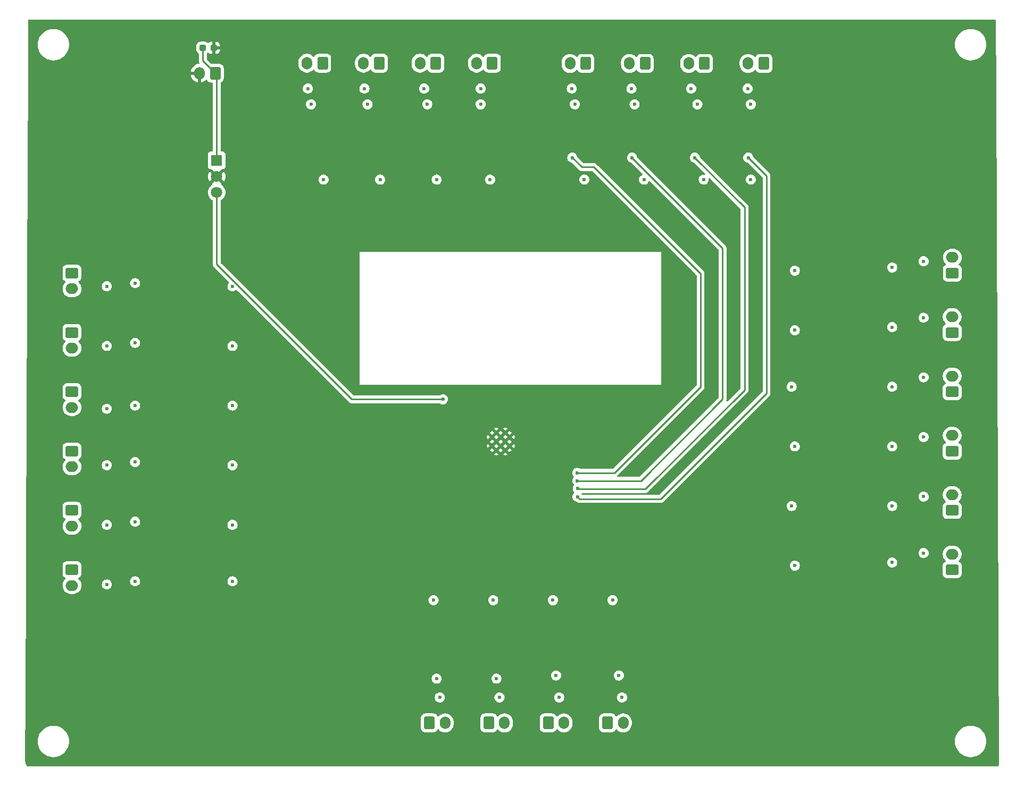
<source format=gbr>
%TF.GenerationSoftware,KiCad,Pcbnew,8.0.3*%
%TF.CreationDate,2024-07-05T07:33:57-06:00*%
%TF.ProjectId,Master of Dungeons,4d617374-6572-4206-9f66-2044756e6765,rev?*%
%TF.SameCoordinates,Original*%
%TF.FileFunction,Copper,L4,Bot*%
%TF.FilePolarity,Positive*%
%FSLAX46Y46*%
G04 Gerber Fmt 4.6, Leading zero omitted, Abs format (unit mm)*
G04 Created by KiCad (PCBNEW 8.0.3) date 2024-07-05 07:33:57*
%MOMM*%
%LPD*%
G01*
G04 APERTURE LIST*
G04 Aperture macros list*
%AMRoundRect*
0 Rectangle with rounded corners*
0 $1 Rounding radius*
0 $2 $3 $4 $5 $6 $7 $8 $9 X,Y pos of 4 corners*
0 Add a 4 corners polygon primitive as box body*
4,1,4,$2,$3,$4,$5,$6,$7,$8,$9,$2,$3,0*
0 Add four circle primitives for the rounded corners*
1,1,$1+$1,$2,$3*
1,1,$1+$1,$4,$5*
1,1,$1+$1,$6,$7*
1,1,$1+$1,$8,$9*
0 Add four rect primitives between the rounded corners*
20,1,$1+$1,$2,$3,$4,$5,0*
20,1,$1+$1,$4,$5,$6,$7,0*
20,1,$1+$1,$6,$7,$8,$9,0*
20,1,$1+$1,$8,$9,$2,$3,0*%
G04 Aperture macros list end*
%TA.AperFunction,ComponentPad*%
%ADD10RoundRect,0.250000X0.750000X-0.600000X0.750000X0.600000X-0.750000X0.600000X-0.750000X-0.600000X0*%
%TD*%
%TA.AperFunction,ComponentPad*%
%ADD11O,2.000000X1.700000*%
%TD*%
%TA.AperFunction,ComponentPad*%
%ADD12RoundRect,0.250000X0.600000X0.750000X-0.600000X0.750000X-0.600000X-0.750000X0.600000X-0.750000X0*%
%TD*%
%TA.AperFunction,ComponentPad*%
%ADD13O,1.700000X2.000000*%
%TD*%
%TA.AperFunction,ComponentPad*%
%ADD14RoundRect,0.250000X-0.750000X0.600000X-0.750000X-0.600000X0.750000X-0.600000X0.750000X0.600000X0*%
%TD*%
%TA.AperFunction,ComponentPad*%
%ADD15RoundRect,0.250000X-0.600000X-0.750000X0.600000X-0.750000X0.600000X0.750000X-0.600000X0.750000X0*%
%TD*%
%TA.AperFunction,ComponentPad*%
%ADD16R,1.800000X1.800000*%
%TD*%
%TA.AperFunction,ComponentPad*%
%ADD17C,1.800000*%
%TD*%
%TA.AperFunction,HeatsinkPad*%
%ADD18C,0.600000*%
%TD*%
%TA.AperFunction,SMDPad,CuDef*%
%ADD19RoundRect,0.237500X0.300000X0.237500X-0.300000X0.237500X-0.300000X-0.237500X0.300000X-0.237500X0*%
%TD*%
%TA.AperFunction,ViaPad*%
%ADD20C,0.600000*%
%TD*%
%TA.AperFunction,Conductor*%
%ADD21C,0.200000*%
%TD*%
%TA.AperFunction,Conductor*%
%ADD22C,0.250000*%
%TD*%
G04 APERTURE END LIST*
D10*
%TO.P,J23,1,Pin_1*%
%TO.N,Net-(D17-A)*%
X220050000Y-102700000D03*
D11*
%TO.P,J23,2,Pin_2*%
%TO.N,+5V*%
X220050000Y-100200000D03*
%TD*%
D12*
%TO.P,J2,1,Pin_1*%
%TO.N,Net-(D1-A)*%
X137850000Y-31450000D03*
D13*
%TO.P,J2,2,Pin_2*%
%TO.N,+5V*%
X135350000Y-31450000D03*
%TD*%
D12*
%TO.P,J15,1,Pin_1*%
%TO.N,Net-(D43-A)*%
X190070000Y-31490000D03*
D13*
%TO.P,J15,2,Pin_2*%
%TO.N,+5V*%
X187570000Y-31490000D03*
%TD*%
D10*
%TO.P,J22,1,Pin_1*%
%TO.N,Net-(D15-A)*%
X220050000Y-93250000D03*
D11*
%TO.P,J22,2,Pin_2*%
%TO.N,+5V*%
X220050000Y-90750000D03*
%TD*%
D12*
%TO.P,J3,1,Pin_1*%
%TO.N,Net-(D6-A)*%
X128850000Y-31450000D03*
D13*
%TO.P,J3,2,Pin_2*%
%TO.N,+5V*%
X126350000Y-31450000D03*
%TD*%
D14*
%TO.P,J8,1,Pin_1*%
%TO.N,Net-(D29-A)*%
X79950000Y-93250000D03*
D11*
%TO.P,J8,2,Pin_2*%
%TO.N,+5V*%
X79950000Y-95750000D03*
%TD*%
D12*
%TO.P,J4,1,Pin_1*%
%TO.N,Net-(D4-A)*%
X119850000Y-31450000D03*
D13*
%TO.P,J4,2,Pin_2*%
%TO.N,+5V*%
X117350000Y-31450000D03*
%TD*%
D15*
%TO.P,J14,1,Pin_1*%
%TO.N,Net-(D41-A)*%
X165200000Y-136550000D03*
D13*
%TO.P,J14,2,Pin_2*%
%TO.N,+5V*%
X167700000Y-136550000D03*
%TD*%
D10*
%TO.P,J19,1,Pin_1*%
%TO.N,Net-(D10-A)*%
X220080000Y-64890000D03*
D11*
%TO.P,J19,2,Pin_2*%
%TO.N,+5V*%
X220080000Y-62390000D03*
%TD*%
D16*
%TO.P,U2,1,IN*%
%TO.N,Net-(J25-Pin_1)*%
X102980000Y-46950000D03*
D17*
%TO.P,U2,2,GND*%
%TO.N,GND*%
X102980000Y-49490000D03*
%TO.P,U2,3,OUT*%
%TO.N,Net-(U1-VDD)*%
X102980000Y-52030000D03*
%TD*%
D14*
%TO.P,J9,1,Pin_1*%
%TO.N,Net-(D31-A)*%
X79950000Y-102700000D03*
D11*
%TO.P,J9,2,Pin_2*%
%TO.N,+5V*%
X79950000Y-105200000D03*
%TD*%
D15*
%TO.P,J12,1,Pin_1*%
%TO.N,Net-(D37-A)*%
X146300000Y-136550000D03*
D13*
%TO.P,J12,2,Pin_2*%
%TO.N,+5V*%
X148800000Y-136550000D03*
%TD*%
D12*
%TO.P,J1,1,Pin_1*%
%TO.N,Net-(D2-A)*%
X146850000Y-31450000D03*
D13*
%TO.P,J1,2,Pin_2*%
%TO.N,+5V*%
X144350000Y-31450000D03*
%TD*%
D14*
%TO.P,J6,1,Pin_1*%
%TO.N,Net-(D25-A)*%
X79950000Y-74350000D03*
D11*
%TO.P,J6,2,Pin_2*%
%TO.N,+5V*%
X79950000Y-76850000D03*
%TD*%
D14*
%TO.P,J7,1,Pin_1*%
%TO.N,Net-(D27-A)*%
X79950000Y-83800000D03*
D11*
%TO.P,J7,2,Pin_2*%
%TO.N,+5V*%
X79950000Y-86300000D03*
%TD*%
D10*
%TO.P,J20,1,Pin_1*%
%TO.N,Net-(D11-A)*%
X220050000Y-74350000D03*
D11*
%TO.P,J20,2,Pin_2*%
%TO.N,+5V*%
X220050000Y-71850000D03*
%TD*%
D12*
%TO.P,J17,1,Pin_1*%
%TO.N,Net-(D47-A)*%
X171170000Y-31490000D03*
D13*
%TO.P,J17,2,Pin_2*%
%TO.N,+5V*%
X168670000Y-31490000D03*
%TD*%
D10*
%TO.P,J24,1,Pin_1*%
%TO.N,Net-(D19-A)*%
X220050000Y-112150000D03*
D11*
%TO.P,J24,2,Pin_2*%
%TO.N,+5V*%
X220050000Y-109650000D03*
%TD*%
D15*
%TO.P,J11,1,Pin_1*%
%TO.N,Net-(D35-A)*%
X136850000Y-136550000D03*
D13*
%TO.P,J11,2,Pin_2*%
%TO.N,+5V*%
X139350000Y-136550000D03*
%TD*%
D18*
%TO.P,U1,39,GND*%
%TO.N,GND*%
X146810000Y-91015000D03*
X146810000Y-92415000D03*
X147510000Y-90315000D03*
X147510000Y-91715000D03*
X147510000Y-93115000D03*
X148185000Y-91015000D03*
X148185000Y-92415000D03*
X148910000Y-90315000D03*
X148910000Y-91715000D03*
X148910000Y-93115000D03*
X149610000Y-91015000D03*
X149610000Y-92415000D03*
%TD*%
D14*
%TO.P,J5,1,Pin_1*%
%TO.N,Net-(D23-A)*%
X79950000Y-64900000D03*
D11*
%TO.P,J5,2,Pin_2*%
%TO.N,+5V*%
X79950000Y-67400000D03*
%TD*%
D12*
%TO.P,J16,1,Pin_1*%
%TO.N,Net-(D45-A)*%
X180620000Y-31490000D03*
D13*
%TO.P,J16,2,Pin_2*%
%TO.N,+5V*%
X178120000Y-31490000D03*
%TD*%
D12*
%TO.P,J18,1,Pin_1*%
%TO.N,Net-(D49-A)*%
X161720000Y-31490000D03*
D13*
%TO.P,J18,2,Pin_2*%
%TO.N,+5V*%
X159220000Y-31490000D03*
%TD*%
D15*
%TO.P,J13,1,Pin_1*%
%TO.N,Net-(D39-A)*%
X155750000Y-136550000D03*
D13*
%TO.P,J13,2,Pin_2*%
%TO.N,+5V*%
X158250000Y-136550000D03*
%TD*%
D14*
%TO.P,J10,1,Pin_1*%
%TO.N,Net-(D33-A)*%
X79950000Y-112150000D03*
D11*
%TO.P,J10,2,Pin_2*%
%TO.N,+5V*%
X79950000Y-114650000D03*
%TD*%
D10*
%TO.P,J21,1,Pin_1*%
%TO.N,Net-(D13-A)*%
X220050000Y-83800000D03*
D11*
%TO.P,J21,2,Pin_2*%
%TO.N,+5V*%
X220050000Y-81300000D03*
%TD*%
D12*
%TO.P,J25,1,Pin_1*%
%TO.N,Net-(J25-Pin_1)*%
X102750000Y-33050000D03*
D13*
%TO.P,J25,2,Pin_2*%
%TO.N,GND*%
X100250000Y-33050000D03*
%TD*%
D19*
%TO.P,C2,1*%
%TO.N,GND*%
X102500000Y-29000000D03*
%TO.P,C2,2*%
%TO.N,Net-(J25-Pin_1)*%
X100775000Y-29000000D03*
%TD*%
D20*
%TO.N,GND*%
X158300028Y-83993519D03*
X141500000Y-84000000D03*
X144000000Y-101500000D03*
X144000000Y-102000000D03*
X159000000Y-84000000D03*
X140800028Y-83993519D03*
%TO.N,+5V*%
X215500000Y-72000000D03*
X178500000Y-35500000D03*
X210500000Y-73500000D03*
X145000000Y-35500000D03*
X195000000Y-92500000D03*
X105500000Y-76500000D03*
X188000000Y-50000000D03*
X194500000Y-102000000D03*
X157500000Y-132500000D03*
X127000000Y-38000000D03*
X85500000Y-114500000D03*
X210500000Y-102000000D03*
X85500000Y-76500000D03*
X169000000Y-35500000D03*
X90000000Y-114000000D03*
X118000000Y-38000000D03*
X161500000Y-50000000D03*
X138500000Y-132500000D03*
X138000000Y-50000000D03*
X138000000Y-129500000D03*
X85500000Y-67000000D03*
X126500000Y-35500000D03*
X195000000Y-111500000D03*
X136000000Y-35500000D03*
X187500000Y-35500000D03*
X117500000Y-35500000D03*
X156500000Y-117000000D03*
X215500000Y-81500000D03*
X180500000Y-50000000D03*
X105500000Y-86000000D03*
X167000000Y-129000000D03*
X148000000Y-132500000D03*
X188000000Y-38000000D03*
X147500000Y-129500000D03*
X215500000Y-91000000D03*
X159500000Y-35500000D03*
X85500000Y-86500000D03*
X105500000Y-67000000D03*
X85500000Y-95500000D03*
X215500000Y-63000000D03*
X90000000Y-66500000D03*
X147000000Y-117000000D03*
X145000000Y-38000000D03*
X166000000Y-117000000D03*
X167500000Y-132500000D03*
X137500000Y-117000000D03*
X210500000Y-83000000D03*
X146500000Y-50000000D03*
X105500000Y-95500000D03*
X90000000Y-95000000D03*
X194500000Y-83000000D03*
X105500000Y-105000000D03*
X215500000Y-109500000D03*
X210500000Y-64000000D03*
X195000000Y-74000000D03*
X136500000Y-38000000D03*
X157000000Y-129000000D03*
X90000000Y-76000000D03*
X169500000Y-38000000D03*
X160000000Y-38000000D03*
X179500000Y-38000000D03*
X215500000Y-100500000D03*
X171000000Y-50000000D03*
X90000000Y-104500000D03*
X120000000Y-50000000D03*
X129000000Y-50000000D03*
X105500000Y-114000000D03*
X85500000Y-105000000D03*
X90000000Y-86000000D03*
X210500000Y-92500000D03*
X210500000Y-111000000D03*
X195000000Y-64500000D03*
%TO.N,Net-(U1-VDD)*%
X139000000Y-85000000D03*
%TO.N,TIMER1*%
X187587500Y-46500000D03*
X160420000Y-100540000D03*
%TO.N,TIMER2*%
X179087500Y-46500000D03*
X160450000Y-99210000D03*
%TO.N,TIMER3*%
X169087500Y-46500000D03*
X160400000Y-97980000D03*
%TO.N,TIMER4*%
X159587500Y-46500000D03*
X160370000Y-96720000D03*
%TD*%
D21*
%TO.N,Net-(J25-Pin_1)*%
X102980000Y-33280000D02*
X102750000Y-33050000D01*
D22*
X100775000Y-29000000D02*
X100775000Y-31075000D01*
X102980000Y-46950000D02*
X102980000Y-33280000D01*
X100775000Y-31075000D02*
X102750000Y-33050000D01*
%TO.N,Net-(U1-VDD)*%
X102980000Y-63480000D02*
X124500000Y-85000000D01*
X124500000Y-85000000D02*
X139000000Y-85000000D01*
X102980000Y-52030000D02*
X102980000Y-63480000D01*
%TO.N,TIMER1*%
X190500000Y-49412500D02*
X190500000Y-84000000D01*
X173640000Y-100860000D02*
X160740000Y-100860000D01*
X187587500Y-46500000D02*
X190500000Y-49412500D01*
X190500000Y-84000000D02*
X173640000Y-100860000D01*
X160740000Y-100860000D02*
X160420000Y-100540000D01*
%TO.N,TIMER2*%
X187000000Y-83500000D02*
X171200000Y-99300000D01*
X171200000Y-99300000D02*
X160540000Y-99300000D01*
X179087500Y-46500000D02*
X187000000Y-54412500D01*
X187000000Y-54412500D02*
X187000000Y-83500000D01*
D21*
X160540000Y-99300000D02*
X160450000Y-99210000D01*
D22*
%TO.N,TIMER3*%
X183500000Y-85000000D02*
X170520000Y-97980000D01*
X183500000Y-60912500D02*
X183500000Y-85000000D01*
X169087500Y-46500000D02*
X183500000Y-60912500D01*
X170520000Y-97980000D02*
X160400000Y-97980000D01*
%TO.N,TIMER4*%
X180000000Y-65000000D02*
X163000000Y-48000000D01*
X163000000Y-48000000D02*
X161087500Y-48000000D01*
X161087500Y-48000000D02*
X159587500Y-46500000D01*
X160370000Y-96720000D02*
X166280000Y-96720000D01*
X180000000Y-83000000D02*
X180000000Y-65000000D01*
X166280000Y-96720000D02*
X180000000Y-83000000D01*
%TD*%
%TA.AperFunction,Conductor*%
%TO.N,GND*%
G36*
X226943559Y-24519685D02*
G01*
X226989314Y-24572489D01*
X227000518Y-24623478D01*
X227046972Y-35679249D01*
X227497948Y-143011786D01*
X227497477Y-143023115D01*
X227485260Y-143162753D01*
X227481507Y-143184038D01*
X227442030Y-143331369D01*
X227434638Y-143351679D01*
X227398862Y-143428403D01*
X227352690Y-143480843D01*
X227286479Y-143500000D01*
X72942326Y-143500000D01*
X72875287Y-143480315D01*
X72843059Y-143450311D01*
X72769223Y-143351679D01*
X72743849Y-143317784D01*
X72734288Y-143302904D01*
X72640259Y-143130701D01*
X72632909Y-143114609D01*
X72598783Y-143023115D01*
X72564334Y-142930755D01*
X72559355Y-142913797D01*
X72517647Y-142722063D01*
X72515130Y-142704557D01*
X72504329Y-142553537D01*
X72504015Y-142544221D01*
X72516806Y-139499994D01*
X74494556Y-139499994D01*
X74494556Y-139500005D01*
X74514310Y-139814004D01*
X74514311Y-139814011D01*
X74573270Y-140123083D01*
X74670497Y-140422316D01*
X74670499Y-140422321D01*
X74804461Y-140707003D01*
X74804464Y-140707009D01*
X74973051Y-140972661D01*
X74973054Y-140972665D01*
X75173606Y-141215090D01*
X75173608Y-141215092D01*
X75402968Y-141430476D01*
X75402978Y-141430484D01*
X75657504Y-141615408D01*
X75657509Y-141615410D01*
X75657516Y-141615416D01*
X75933234Y-141766994D01*
X75933239Y-141766996D01*
X75933241Y-141766997D01*
X75933242Y-141766998D01*
X76225771Y-141882818D01*
X76225774Y-141882819D01*
X76530523Y-141961065D01*
X76530527Y-141961066D01*
X76596010Y-141969338D01*
X76842670Y-142000499D01*
X76842679Y-142000499D01*
X76842682Y-142000500D01*
X76842684Y-142000500D01*
X77157316Y-142000500D01*
X77157318Y-142000500D01*
X77157321Y-142000499D01*
X77157329Y-142000499D01*
X77343593Y-141976968D01*
X77469473Y-141961066D01*
X77774225Y-141882819D01*
X77774228Y-141882818D01*
X78066757Y-141766998D01*
X78066758Y-141766997D01*
X78066756Y-141766997D01*
X78066766Y-141766994D01*
X78342484Y-141615416D01*
X78597030Y-141430478D01*
X78826390Y-141215094D01*
X79026947Y-140972663D01*
X79195537Y-140707007D01*
X79329503Y-140422315D01*
X79426731Y-140123079D01*
X79485688Y-139814015D01*
X79505444Y-139500000D01*
X79505444Y-139499994D01*
X220494556Y-139499994D01*
X220494556Y-139500005D01*
X220514310Y-139814004D01*
X220514311Y-139814011D01*
X220573270Y-140123083D01*
X220670497Y-140422316D01*
X220670499Y-140422321D01*
X220804461Y-140707003D01*
X220804464Y-140707009D01*
X220973051Y-140972661D01*
X220973054Y-140972665D01*
X221173606Y-141215090D01*
X221173608Y-141215092D01*
X221402968Y-141430476D01*
X221402978Y-141430484D01*
X221657504Y-141615408D01*
X221657509Y-141615410D01*
X221657516Y-141615416D01*
X221933234Y-141766994D01*
X221933239Y-141766996D01*
X221933241Y-141766997D01*
X221933242Y-141766998D01*
X222225771Y-141882818D01*
X222225774Y-141882819D01*
X222530523Y-141961065D01*
X222530527Y-141961066D01*
X222596010Y-141969338D01*
X222842670Y-142000499D01*
X222842679Y-142000499D01*
X222842682Y-142000500D01*
X222842684Y-142000500D01*
X223157316Y-142000500D01*
X223157318Y-142000500D01*
X223157321Y-142000499D01*
X223157329Y-142000499D01*
X223343593Y-141976968D01*
X223469473Y-141961066D01*
X223774225Y-141882819D01*
X223774228Y-141882818D01*
X224066757Y-141766998D01*
X224066758Y-141766997D01*
X224066756Y-141766997D01*
X224066766Y-141766994D01*
X224342484Y-141615416D01*
X224597030Y-141430478D01*
X224826390Y-141215094D01*
X225026947Y-140972663D01*
X225195537Y-140707007D01*
X225329503Y-140422315D01*
X225426731Y-140123079D01*
X225485688Y-139814015D01*
X225505444Y-139500000D01*
X225489916Y-139253190D01*
X225485689Y-139185995D01*
X225485688Y-139185988D01*
X225485688Y-139185985D01*
X225426731Y-138876921D01*
X225329503Y-138577685D01*
X225195537Y-138292993D01*
X225041646Y-138050499D01*
X225026948Y-138027338D01*
X225026945Y-138027334D01*
X224826393Y-137784909D01*
X224826391Y-137784907D01*
X224809086Y-137768656D01*
X224597030Y-137569522D01*
X224597027Y-137569520D01*
X224597021Y-137569515D01*
X224342495Y-137384591D01*
X224342488Y-137384586D01*
X224342484Y-137384584D01*
X224066766Y-137233006D01*
X224066763Y-137233004D01*
X224066758Y-137233002D01*
X224066757Y-137233001D01*
X223774228Y-137117181D01*
X223774225Y-137117180D01*
X223469476Y-137038934D01*
X223469463Y-137038932D01*
X223157329Y-136999500D01*
X223157318Y-136999500D01*
X222842682Y-136999500D01*
X222842670Y-136999500D01*
X222530536Y-137038932D01*
X222530523Y-137038934D01*
X222225774Y-137117180D01*
X222225771Y-137117181D01*
X221933242Y-137233001D01*
X221933241Y-137233002D01*
X221657516Y-137384584D01*
X221657504Y-137384591D01*
X221402978Y-137569515D01*
X221402968Y-137569523D01*
X221173608Y-137784907D01*
X221173606Y-137784909D01*
X220973054Y-138027334D01*
X220973051Y-138027338D01*
X220804464Y-138292990D01*
X220804461Y-138292996D01*
X220670499Y-138577678D01*
X220670497Y-138577683D01*
X220573270Y-138876916D01*
X220514311Y-139185988D01*
X220514310Y-139185995D01*
X220494556Y-139499994D01*
X79505444Y-139499994D01*
X79489916Y-139253190D01*
X79485689Y-139185995D01*
X79485688Y-139185988D01*
X79485688Y-139185985D01*
X79426731Y-138876921D01*
X79329503Y-138577685D01*
X79195537Y-138292993D01*
X79041646Y-138050499D01*
X79026948Y-138027338D01*
X79026945Y-138027334D01*
X78826393Y-137784909D01*
X78826391Y-137784907D01*
X78809086Y-137768656D01*
X78597030Y-137569522D01*
X78597027Y-137569520D01*
X78597021Y-137569515D01*
X78342495Y-137384591D01*
X78342488Y-137384586D01*
X78342484Y-137384584D01*
X78066766Y-137233006D01*
X78066763Y-137233004D01*
X78066758Y-137233002D01*
X78066757Y-137233001D01*
X77774228Y-137117181D01*
X77774225Y-137117180D01*
X77469476Y-137038934D01*
X77469463Y-137038932D01*
X77157329Y-136999500D01*
X77157318Y-136999500D01*
X76842682Y-136999500D01*
X76842670Y-136999500D01*
X76530536Y-137038932D01*
X76530523Y-137038934D01*
X76225774Y-137117180D01*
X76225771Y-137117181D01*
X75933242Y-137233001D01*
X75933241Y-137233002D01*
X75657516Y-137384584D01*
X75657504Y-137384591D01*
X75402978Y-137569515D01*
X75402968Y-137569523D01*
X75173608Y-137784907D01*
X75173606Y-137784909D01*
X74973054Y-138027334D01*
X74973051Y-138027338D01*
X74804464Y-138292990D01*
X74804461Y-138292996D01*
X74670499Y-138577678D01*
X74670497Y-138577683D01*
X74573270Y-138876916D01*
X74514311Y-139185988D01*
X74514310Y-139185995D01*
X74494556Y-139499994D01*
X72516806Y-139499994D01*
X72532562Y-135749983D01*
X135499500Y-135749983D01*
X135499500Y-137350001D01*
X135499501Y-137350018D01*
X135510000Y-137452796D01*
X135510001Y-137452799D01*
X135555894Y-137591294D01*
X135565186Y-137619334D01*
X135657288Y-137768656D01*
X135781344Y-137892712D01*
X135930666Y-137984814D01*
X136097203Y-138039999D01*
X136199991Y-138050500D01*
X137500008Y-138050499D01*
X137602797Y-138039999D01*
X137769334Y-137984814D01*
X137918656Y-137892712D01*
X138042712Y-137768656D01*
X138134814Y-137619334D01*
X138134814Y-137619331D01*
X138138178Y-137613879D01*
X138190126Y-137567154D01*
X138259088Y-137555931D01*
X138323170Y-137583774D01*
X138331398Y-137591294D01*
X138470213Y-137730109D01*
X138642179Y-137855048D01*
X138642181Y-137855049D01*
X138642184Y-137855051D01*
X138831588Y-137951557D01*
X139033757Y-138017246D01*
X139243713Y-138050500D01*
X139243714Y-138050500D01*
X139456286Y-138050500D01*
X139456287Y-138050500D01*
X139666243Y-138017246D01*
X139868412Y-137951557D01*
X140057816Y-137855051D01*
X140154363Y-137784906D01*
X140229786Y-137730109D01*
X140229788Y-137730106D01*
X140229792Y-137730104D01*
X140380104Y-137579792D01*
X140380106Y-137579788D01*
X140380109Y-137579786D01*
X140505048Y-137407820D01*
X140505047Y-137407820D01*
X140505051Y-137407816D01*
X140601557Y-137218412D01*
X140667246Y-137016243D01*
X140700500Y-136806287D01*
X140700500Y-136293713D01*
X140667246Y-136083757D01*
X140601557Y-135881588D01*
X140534501Y-135749983D01*
X144949500Y-135749983D01*
X144949500Y-137350001D01*
X144949501Y-137350018D01*
X144960000Y-137452796D01*
X144960001Y-137452799D01*
X145005894Y-137591294D01*
X145015186Y-137619334D01*
X145107288Y-137768656D01*
X145231344Y-137892712D01*
X145380666Y-137984814D01*
X145547203Y-138039999D01*
X145649991Y-138050500D01*
X146950008Y-138050499D01*
X147052797Y-138039999D01*
X147219334Y-137984814D01*
X147368656Y-137892712D01*
X147492712Y-137768656D01*
X147584814Y-137619334D01*
X147584814Y-137619331D01*
X147588178Y-137613879D01*
X147640126Y-137567154D01*
X147709088Y-137555931D01*
X147773170Y-137583774D01*
X147781398Y-137591294D01*
X147920213Y-137730109D01*
X148092179Y-137855048D01*
X148092181Y-137855049D01*
X148092184Y-137855051D01*
X148281588Y-137951557D01*
X148483757Y-138017246D01*
X148693713Y-138050500D01*
X148693714Y-138050500D01*
X148906286Y-138050500D01*
X148906287Y-138050500D01*
X149116243Y-138017246D01*
X149318412Y-137951557D01*
X149507816Y-137855051D01*
X149604363Y-137784906D01*
X149679786Y-137730109D01*
X149679788Y-137730106D01*
X149679792Y-137730104D01*
X149830104Y-137579792D01*
X149830106Y-137579788D01*
X149830109Y-137579786D01*
X149955048Y-137407820D01*
X149955047Y-137407820D01*
X149955051Y-137407816D01*
X150051557Y-137218412D01*
X150117246Y-137016243D01*
X150150500Y-136806287D01*
X150150500Y-136293713D01*
X150117246Y-136083757D01*
X150051557Y-135881588D01*
X149984501Y-135749983D01*
X154399500Y-135749983D01*
X154399500Y-137350001D01*
X154399501Y-137350018D01*
X154410000Y-137452796D01*
X154410001Y-137452799D01*
X154455894Y-137591294D01*
X154465186Y-137619334D01*
X154557288Y-137768656D01*
X154681344Y-137892712D01*
X154830666Y-137984814D01*
X154997203Y-138039999D01*
X155099991Y-138050500D01*
X156400008Y-138050499D01*
X156502797Y-138039999D01*
X156669334Y-137984814D01*
X156818656Y-137892712D01*
X156942712Y-137768656D01*
X157034814Y-137619334D01*
X157034814Y-137619331D01*
X157038178Y-137613879D01*
X157090126Y-137567154D01*
X157159088Y-137555931D01*
X157223170Y-137583774D01*
X157231398Y-137591294D01*
X157370213Y-137730109D01*
X157542179Y-137855048D01*
X157542181Y-137855049D01*
X157542184Y-137855051D01*
X157731588Y-137951557D01*
X157933757Y-138017246D01*
X158143713Y-138050500D01*
X158143714Y-138050500D01*
X158356286Y-138050500D01*
X158356287Y-138050500D01*
X158566243Y-138017246D01*
X158768412Y-137951557D01*
X158957816Y-137855051D01*
X159054363Y-137784906D01*
X159129786Y-137730109D01*
X159129788Y-137730106D01*
X159129792Y-137730104D01*
X159280104Y-137579792D01*
X159280106Y-137579788D01*
X159280109Y-137579786D01*
X159405048Y-137407820D01*
X159405047Y-137407820D01*
X159405051Y-137407816D01*
X159501557Y-137218412D01*
X159567246Y-137016243D01*
X159600500Y-136806287D01*
X159600500Y-136293713D01*
X159567246Y-136083757D01*
X159501557Y-135881588D01*
X159434501Y-135749983D01*
X163849500Y-135749983D01*
X163849500Y-137350001D01*
X163849501Y-137350018D01*
X163860000Y-137452796D01*
X163860001Y-137452799D01*
X163905894Y-137591294D01*
X163915186Y-137619334D01*
X164007288Y-137768656D01*
X164131344Y-137892712D01*
X164280666Y-137984814D01*
X164447203Y-138039999D01*
X164549991Y-138050500D01*
X165850008Y-138050499D01*
X165952797Y-138039999D01*
X166119334Y-137984814D01*
X166268656Y-137892712D01*
X166392712Y-137768656D01*
X166484814Y-137619334D01*
X166484814Y-137619331D01*
X166488178Y-137613879D01*
X166540126Y-137567154D01*
X166609088Y-137555931D01*
X166673170Y-137583774D01*
X166681398Y-137591294D01*
X166820213Y-137730109D01*
X166992179Y-137855048D01*
X166992181Y-137855049D01*
X166992184Y-137855051D01*
X167181588Y-137951557D01*
X167383757Y-138017246D01*
X167593713Y-138050500D01*
X167593714Y-138050500D01*
X167806286Y-138050500D01*
X167806287Y-138050500D01*
X168016243Y-138017246D01*
X168218412Y-137951557D01*
X168407816Y-137855051D01*
X168504363Y-137784906D01*
X168579786Y-137730109D01*
X168579788Y-137730106D01*
X168579792Y-137730104D01*
X168730104Y-137579792D01*
X168730106Y-137579788D01*
X168730109Y-137579786D01*
X168855048Y-137407820D01*
X168855047Y-137407820D01*
X168855051Y-137407816D01*
X168951557Y-137218412D01*
X169017246Y-137016243D01*
X169050500Y-136806287D01*
X169050500Y-136293713D01*
X169017246Y-136083757D01*
X168951557Y-135881588D01*
X168855051Y-135692184D01*
X168855049Y-135692181D01*
X168855048Y-135692179D01*
X168730109Y-135520213D01*
X168579786Y-135369890D01*
X168407820Y-135244951D01*
X168218414Y-135148444D01*
X168218413Y-135148443D01*
X168218412Y-135148443D01*
X168016243Y-135082754D01*
X168016241Y-135082753D01*
X168016240Y-135082753D01*
X167854957Y-135057208D01*
X167806287Y-135049500D01*
X167593713Y-135049500D01*
X167545042Y-135057208D01*
X167383760Y-135082753D01*
X167181585Y-135148444D01*
X166992179Y-135244951D01*
X166820215Y-135369889D01*
X166681398Y-135508706D01*
X166620075Y-135542190D01*
X166550383Y-135537206D01*
X166494450Y-135495334D01*
X166488178Y-135486120D01*
X166392712Y-135331344D01*
X166268657Y-135207289D01*
X166268656Y-135207288D01*
X166119334Y-135115186D01*
X165952797Y-135060001D01*
X165952795Y-135060000D01*
X165850010Y-135049500D01*
X164549998Y-135049500D01*
X164549981Y-135049501D01*
X164447203Y-135060000D01*
X164447200Y-135060001D01*
X164280668Y-135115185D01*
X164280663Y-135115187D01*
X164131342Y-135207289D01*
X164007289Y-135331342D01*
X163915187Y-135480663D01*
X163915185Y-135480668D01*
X163910325Y-135495334D01*
X163860001Y-135647203D01*
X163860001Y-135647204D01*
X163860000Y-135647204D01*
X163849500Y-135749983D01*
X159434501Y-135749983D01*
X159405051Y-135692184D01*
X159405049Y-135692181D01*
X159405048Y-135692179D01*
X159280109Y-135520213D01*
X159129786Y-135369890D01*
X158957820Y-135244951D01*
X158768414Y-135148444D01*
X158768413Y-135148443D01*
X158768412Y-135148443D01*
X158566243Y-135082754D01*
X158566241Y-135082753D01*
X158566240Y-135082753D01*
X158404957Y-135057208D01*
X158356287Y-135049500D01*
X158143713Y-135049500D01*
X158095042Y-135057208D01*
X157933760Y-135082753D01*
X157731585Y-135148444D01*
X157542179Y-135244951D01*
X157370215Y-135369889D01*
X157231398Y-135508706D01*
X157170075Y-135542190D01*
X157100383Y-135537206D01*
X157044450Y-135495334D01*
X157038178Y-135486120D01*
X156942712Y-135331344D01*
X156818657Y-135207289D01*
X156818656Y-135207288D01*
X156669334Y-135115186D01*
X156502797Y-135060001D01*
X156502795Y-135060000D01*
X156400010Y-135049500D01*
X155099998Y-135049500D01*
X155099981Y-135049501D01*
X154997203Y-135060000D01*
X154997200Y-135060001D01*
X154830668Y-135115185D01*
X154830663Y-135115187D01*
X154681342Y-135207289D01*
X154557289Y-135331342D01*
X154465187Y-135480663D01*
X154465185Y-135480668D01*
X154460325Y-135495334D01*
X154410001Y-135647203D01*
X154410001Y-135647204D01*
X154410000Y-135647204D01*
X154399500Y-135749983D01*
X149984501Y-135749983D01*
X149955051Y-135692184D01*
X149955049Y-135692181D01*
X149955048Y-135692179D01*
X149830109Y-135520213D01*
X149679786Y-135369890D01*
X149507820Y-135244951D01*
X149318414Y-135148444D01*
X149318413Y-135148443D01*
X149318412Y-135148443D01*
X149116243Y-135082754D01*
X149116241Y-135082753D01*
X149116240Y-135082753D01*
X148954957Y-135057208D01*
X148906287Y-135049500D01*
X148693713Y-135049500D01*
X148645042Y-135057208D01*
X148483760Y-135082753D01*
X148281585Y-135148444D01*
X148092179Y-135244951D01*
X147920215Y-135369889D01*
X147781398Y-135508706D01*
X147720075Y-135542190D01*
X147650383Y-135537206D01*
X147594450Y-135495334D01*
X147588178Y-135486120D01*
X147492712Y-135331344D01*
X147368657Y-135207289D01*
X147368656Y-135207288D01*
X147219334Y-135115186D01*
X147052797Y-135060001D01*
X147052795Y-135060000D01*
X146950010Y-135049500D01*
X145649998Y-135049500D01*
X145649981Y-135049501D01*
X145547203Y-135060000D01*
X145547200Y-135060001D01*
X145380668Y-135115185D01*
X145380663Y-135115187D01*
X145231342Y-135207289D01*
X145107289Y-135331342D01*
X145015187Y-135480663D01*
X145015185Y-135480668D01*
X145010325Y-135495334D01*
X144960001Y-135647203D01*
X144960001Y-135647204D01*
X144960000Y-135647204D01*
X144949500Y-135749983D01*
X140534501Y-135749983D01*
X140505051Y-135692184D01*
X140505049Y-135692181D01*
X140505048Y-135692179D01*
X140380109Y-135520213D01*
X140229786Y-135369890D01*
X140057820Y-135244951D01*
X139868414Y-135148444D01*
X139868413Y-135148443D01*
X139868412Y-135148443D01*
X139666243Y-135082754D01*
X139666241Y-135082753D01*
X139666240Y-135082753D01*
X139504957Y-135057208D01*
X139456287Y-135049500D01*
X139243713Y-135049500D01*
X139195042Y-135057208D01*
X139033760Y-135082753D01*
X138831585Y-135148444D01*
X138642179Y-135244951D01*
X138470215Y-135369889D01*
X138331398Y-135508706D01*
X138270075Y-135542190D01*
X138200383Y-135537206D01*
X138144450Y-135495334D01*
X138138178Y-135486120D01*
X138042712Y-135331344D01*
X137918657Y-135207289D01*
X137918656Y-135207288D01*
X137769334Y-135115186D01*
X137602797Y-135060001D01*
X137602795Y-135060000D01*
X137500010Y-135049500D01*
X136199998Y-135049500D01*
X136199981Y-135049501D01*
X136097203Y-135060000D01*
X136097200Y-135060001D01*
X135930668Y-135115185D01*
X135930663Y-135115187D01*
X135781342Y-135207289D01*
X135657289Y-135331342D01*
X135565187Y-135480663D01*
X135565185Y-135480668D01*
X135560325Y-135495334D01*
X135510001Y-135647203D01*
X135510001Y-135647204D01*
X135510000Y-135647204D01*
X135499500Y-135749983D01*
X72532562Y-135749983D01*
X72546218Y-132499996D01*
X137694435Y-132499996D01*
X137694435Y-132500003D01*
X137714630Y-132679249D01*
X137714631Y-132679254D01*
X137774211Y-132849523D01*
X137870184Y-133002262D01*
X137997738Y-133129816D01*
X138150478Y-133225789D01*
X138320745Y-133285368D01*
X138320750Y-133285369D01*
X138499996Y-133305565D01*
X138500000Y-133305565D01*
X138500004Y-133305565D01*
X138679249Y-133285369D01*
X138679252Y-133285368D01*
X138679255Y-133285368D01*
X138849522Y-133225789D01*
X139002262Y-133129816D01*
X139129816Y-133002262D01*
X139225789Y-132849522D01*
X139285368Y-132679255D01*
X139305565Y-132500000D01*
X139305565Y-132499996D01*
X147194435Y-132499996D01*
X147194435Y-132500003D01*
X147214630Y-132679249D01*
X147214631Y-132679254D01*
X147274211Y-132849523D01*
X147370184Y-133002262D01*
X147497738Y-133129816D01*
X147650478Y-133225789D01*
X147820745Y-133285368D01*
X147820750Y-133285369D01*
X147999996Y-133305565D01*
X148000000Y-133305565D01*
X148000004Y-133305565D01*
X148179249Y-133285369D01*
X148179252Y-133285368D01*
X148179255Y-133285368D01*
X148349522Y-133225789D01*
X148502262Y-133129816D01*
X148629816Y-133002262D01*
X148725789Y-132849522D01*
X148785368Y-132679255D01*
X148805565Y-132500000D01*
X148805565Y-132499996D01*
X156694435Y-132499996D01*
X156694435Y-132500003D01*
X156714630Y-132679249D01*
X156714631Y-132679254D01*
X156774211Y-132849523D01*
X156870184Y-133002262D01*
X156997738Y-133129816D01*
X157150478Y-133225789D01*
X157320745Y-133285368D01*
X157320750Y-133285369D01*
X157499996Y-133305565D01*
X157500000Y-133305565D01*
X157500004Y-133305565D01*
X157679249Y-133285369D01*
X157679252Y-133285368D01*
X157679255Y-133285368D01*
X157849522Y-133225789D01*
X158002262Y-133129816D01*
X158129816Y-133002262D01*
X158225789Y-132849522D01*
X158285368Y-132679255D01*
X158305565Y-132500000D01*
X158305565Y-132499996D01*
X166694435Y-132499996D01*
X166694435Y-132500003D01*
X166714630Y-132679249D01*
X166714631Y-132679254D01*
X166774211Y-132849523D01*
X166870184Y-133002262D01*
X166997738Y-133129816D01*
X167150478Y-133225789D01*
X167320745Y-133285368D01*
X167320750Y-133285369D01*
X167499996Y-133305565D01*
X167500000Y-133305565D01*
X167500004Y-133305565D01*
X167679249Y-133285369D01*
X167679252Y-133285368D01*
X167679255Y-133285368D01*
X167849522Y-133225789D01*
X168002262Y-133129816D01*
X168129816Y-133002262D01*
X168225789Y-132849522D01*
X168285368Y-132679255D01*
X168305565Y-132500000D01*
X168285368Y-132320745D01*
X168225789Y-132150478D01*
X168129816Y-131997738D01*
X168002262Y-131870184D01*
X167849523Y-131774211D01*
X167679254Y-131714631D01*
X167679249Y-131714630D01*
X167500004Y-131694435D01*
X167499996Y-131694435D01*
X167320750Y-131714630D01*
X167320745Y-131714631D01*
X167150476Y-131774211D01*
X166997737Y-131870184D01*
X166870184Y-131997737D01*
X166774211Y-132150476D01*
X166714631Y-132320745D01*
X166714630Y-132320750D01*
X166694435Y-132499996D01*
X158305565Y-132499996D01*
X158285368Y-132320745D01*
X158225789Y-132150478D01*
X158129816Y-131997738D01*
X158002262Y-131870184D01*
X157849523Y-131774211D01*
X157679254Y-131714631D01*
X157679249Y-131714630D01*
X157500004Y-131694435D01*
X157499996Y-131694435D01*
X157320750Y-131714630D01*
X157320745Y-131714631D01*
X157150476Y-131774211D01*
X156997737Y-131870184D01*
X156870184Y-131997737D01*
X156774211Y-132150476D01*
X156714631Y-132320745D01*
X156714630Y-132320750D01*
X156694435Y-132499996D01*
X148805565Y-132499996D01*
X148785368Y-132320745D01*
X148725789Y-132150478D01*
X148629816Y-131997738D01*
X148502262Y-131870184D01*
X148349523Y-131774211D01*
X148179254Y-131714631D01*
X148179249Y-131714630D01*
X148000004Y-131694435D01*
X147999996Y-131694435D01*
X147820750Y-131714630D01*
X147820745Y-131714631D01*
X147650476Y-131774211D01*
X147497737Y-131870184D01*
X147370184Y-131997737D01*
X147274211Y-132150476D01*
X147214631Y-132320745D01*
X147214630Y-132320750D01*
X147194435Y-132499996D01*
X139305565Y-132499996D01*
X139285368Y-132320745D01*
X139225789Y-132150478D01*
X139129816Y-131997738D01*
X139002262Y-131870184D01*
X138849523Y-131774211D01*
X138679254Y-131714631D01*
X138679249Y-131714630D01*
X138500004Y-131694435D01*
X138499996Y-131694435D01*
X138320750Y-131714630D01*
X138320745Y-131714631D01*
X138150476Y-131774211D01*
X137997737Y-131870184D01*
X137870184Y-131997737D01*
X137774211Y-132150476D01*
X137714631Y-132320745D01*
X137714630Y-132320750D01*
X137694435Y-132499996D01*
X72546218Y-132499996D01*
X72558823Y-129499996D01*
X137194435Y-129499996D01*
X137194435Y-129500003D01*
X137214630Y-129679249D01*
X137214631Y-129679254D01*
X137274211Y-129849523D01*
X137370184Y-130002262D01*
X137497738Y-130129816D01*
X137650478Y-130225789D01*
X137820745Y-130285368D01*
X137820750Y-130285369D01*
X137999996Y-130305565D01*
X138000000Y-130305565D01*
X138000004Y-130305565D01*
X138179249Y-130285369D01*
X138179252Y-130285368D01*
X138179255Y-130285368D01*
X138349522Y-130225789D01*
X138502262Y-130129816D01*
X138629816Y-130002262D01*
X138725789Y-129849522D01*
X138785368Y-129679255D01*
X138785369Y-129679249D01*
X138805565Y-129500003D01*
X138805565Y-129499996D01*
X146694435Y-129499996D01*
X146694435Y-129500003D01*
X146714630Y-129679249D01*
X146714631Y-129679254D01*
X146774211Y-129849523D01*
X146870184Y-130002262D01*
X146997738Y-130129816D01*
X147150478Y-130225789D01*
X147320745Y-130285368D01*
X147320750Y-130285369D01*
X147499996Y-130305565D01*
X147500000Y-130305565D01*
X147500004Y-130305565D01*
X147679249Y-130285369D01*
X147679252Y-130285368D01*
X147679255Y-130285368D01*
X147849522Y-130225789D01*
X148002262Y-130129816D01*
X148129816Y-130002262D01*
X148225789Y-129849522D01*
X148285368Y-129679255D01*
X148285369Y-129679249D01*
X148305565Y-129500003D01*
X148305565Y-129499996D01*
X148285369Y-129320750D01*
X148285368Y-129320745D01*
X148225789Y-129150478D01*
X148131235Y-128999996D01*
X156194435Y-128999996D01*
X156194435Y-129000003D01*
X156214630Y-129179249D01*
X156214631Y-129179254D01*
X156274211Y-129349523D01*
X156368760Y-129499996D01*
X156370184Y-129502262D01*
X156497738Y-129629816D01*
X156650478Y-129725789D01*
X156820745Y-129785368D01*
X156820750Y-129785369D01*
X156999996Y-129805565D01*
X157000000Y-129805565D01*
X157000004Y-129805565D01*
X157179249Y-129785369D01*
X157179252Y-129785368D01*
X157179255Y-129785368D01*
X157349522Y-129725789D01*
X157502262Y-129629816D01*
X157629816Y-129502262D01*
X157725789Y-129349522D01*
X157785368Y-129179255D01*
X157785369Y-129179249D01*
X157805565Y-129000003D01*
X157805565Y-128999996D01*
X166194435Y-128999996D01*
X166194435Y-129000003D01*
X166214630Y-129179249D01*
X166214631Y-129179254D01*
X166274211Y-129349523D01*
X166368760Y-129499996D01*
X166370184Y-129502262D01*
X166497738Y-129629816D01*
X166650478Y-129725789D01*
X166820745Y-129785368D01*
X166820750Y-129785369D01*
X166999996Y-129805565D01*
X167000000Y-129805565D01*
X167000004Y-129805565D01*
X167179249Y-129785369D01*
X167179252Y-129785368D01*
X167179255Y-129785368D01*
X167349522Y-129725789D01*
X167502262Y-129629816D01*
X167629816Y-129502262D01*
X167725789Y-129349522D01*
X167785368Y-129179255D01*
X167785369Y-129179249D01*
X167805565Y-129000003D01*
X167805565Y-128999996D01*
X167785369Y-128820750D01*
X167785368Y-128820745D01*
X167725788Y-128650476D01*
X167629815Y-128497737D01*
X167502262Y-128370184D01*
X167349523Y-128274211D01*
X167179254Y-128214631D01*
X167179249Y-128214630D01*
X167000004Y-128194435D01*
X166999996Y-128194435D01*
X166820750Y-128214630D01*
X166820745Y-128214631D01*
X166650476Y-128274211D01*
X166497737Y-128370184D01*
X166370184Y-128497737D01*
X166274211Y-128650476D01*
X166214631Y-128820745D01*
X166214630Y-128820750D01*
X166194435Y-128999996D01*
X157805565Y-128999996D01*
X157785369Y-128820750D01*
X157785368Y-128820745D01*
X157725788Y-128650476D01*
X157629815Y-128497737D01*
X157502262Y-128370184D01*
X157349523Y-128274211D01*
X157179254Y-128214631D01*
X157179249Y-128214630D01*
X157000004Y-128194435D01*
X156999996Y-128194435D01*
X156820750Y-128214630D01*
X156820745Y-128214631D01*
X156650476Y-128274211D01*
X156497737Y-128370184D01*
X156370184Y-128497737D01*
X156274211Y-128650476D01*
X156214631Y-128820745D01*
X156214630Y-128820750D01*
X156194435Y-128999996D01*
X148131235Y-128999996D01*
X148129816Y-128997738D01*
X148002262Y-128870184D01*
X147849523Y-128774211D01*
X147679254Y-128714631D01*
X147679249Y-128714630D01*
X147500004Y-128694435D01*
X147499996Y-128694435D01*
X147320750Y-128714630D01*
X147320745Y-128714631D01*
X147150476Y-128774211D01*
X146997737Y-128870184D01*
X146870184Y-128997737D01*
X146774211Y-129150476D01*
X146714631Y-129320745D01*
X146714630Y-129320750D01*
X146694435Y-129499996D01*
X138805565Y-129499996D01*
X138785369Y-129320750D01*
X138785368Y-129320745D01*
X138725789Y-129150478D01*
X138629816Y-128997738D01*
X138502262Y-128870184D01*
X138349523Y-128774211D01*
X138179254Y-128714631D01*
X138179249Y-128714630D01*
X138000004Y-128694435D01*
X137999996Y-128694435D01*
X137820750Y-128714630D01*
X137820745Y-128714631D01*
X137650476Y-128774211D01*
X137497737Y-128870184D01*
X137370184Y-128997737D01*
X137274211Y-129150476D01*
X137214631Y-129320745D01*
X137214630Y-129320750D01*
X137194435Y-129499996D01*
X72558823Y-129499996D01*
X72611344Y-116999996D01*
X136694435Y-116999996D01*
X136694435Y-117000003D01*
X136714630Y-117179249D01*
X136714631Y-117179254D01*
X136774211Y-117349523D01*
X136870184Y-117502262D01*
X136997738Y-117629816D01*
X137150478Y-117725789D01*
X137320745Y-117785368D01*
X137320750Y-117785369D01*
X137499996Y-117805565D01*
X137500000Y-117805565D01*
X137500004Y-117805565D01*
X137679249Y-117785369D01*
X137679252Y-117785368D01*
X137679255Y-117785368D01*
X137849522Y-117725789D01*
X138002262Y-117629816D01*
X138129816Y-117502262D01*
X138225789Y-117349522D01*
X138285368Y-117179255D01*
X138305565Y-117000000D01*
X138305565Y-116999996D01*
X146194435Y-116999996D01*
X146194435Y-117000003D01*
X146214630Y-117179249D01*
X146214631Y-117179254D01*
X146274211Y-117349523D01*
X146370184Y-117502262D01*
X146497738Y-117629816D01*
X146650478Y-117725789D01*
X146820745Y-117785368D01*
X146820750Y-117785369D01*
X146999996Y-117805565D01*
X147000000Y-117805565D01*
X147000004Y-117805565D01*
X147179249Y-117785369D01*
X147179252Y-117785368D01*
X147179255Y-117785368D01*
X147349522Y-117725789D01*
X147502262Y-117629816D01*
X147629816Y-117502262D01*
X147725789Y-117349522D01*
X147785368Y-117179255D01*
X147805565Y-117000000D01*
X147805565Y-116999996D01*
X155694435Y-116999996D01*
X155694435Y-117000003D01*
X155714630Y-117179249D01*
X155714631Y-117179254D01*
X155774211Y-117349523D01*
X155870184Y-117502262D01*
X155997738Y-117629816D01*
X156150478Y-117725789D01*
X156320745Y-117785368D01*
X156320750Y-117785369D01*
X156499996Y-117805565D01*
X156500000Y-117805565D01*
X156500004Y-117805565D01*
X156679249Y-117785369D01*
X156679252Y-117785368D01*
X156679255Y-117785368D01*
X156849522Y-117725789D01*
X157002262Y-117629816D01*
X157129816Y-117502262D01*
X157225789Y-117349522D01*
X157285368Y-117179255D01*
X157305565Y-117000000D01*
X157305565Y-116999996D01*
X165194435Y-116999996D01*
X165194435Y-117000003D01*
X165214630Y-117179249D01*
X165214631Y-117179254D01*
X165274211Y-117349523D01*
X165370184Y-117502262D01*
X165497738Y-117629816D01*
X165650478Y-117725789D01*
X165820745Y-117785368D01*
X165820750Y-117785369D01*
X165999996Y-117805565D01*
X166000000Y-117805565D01*
X166000004Y-117805565D01*
X166179249Y-117785369D01*
X166179252Y-117785368D01*
X166179255Y-117785368D01*
X166349522Y-117725789D01*
X166502262Y-117629816D01*
X166629816Y-117502262D01*
X166725789Y-117349522D01*
X166785368Y-117179255D01*
X166805565Y-117000000D01*
X166785368Y-116820745D01*
X166725789Y-116650478D01*
X166629816Y-116497738D01*
X166502262Y-116370184D01*
X166349523Y-116274211D01*
X166179254Y-116214631D01*
X166179249Y-116214630D01*
X166000004Y-116194435D01*
X165999996Y-116194435D01*
X165820750Y-116214630D01*
X165820745Y-116214631D01*
X165650476Y-116274211D01*
X165497737Y-116370184D01*
X165370184Y-116497737D01*
X165274211Y-116650476D01*
X165214631Y-116820745D01*
X165214630Y-116820750D01*
X165194435Y-116999996D01*
X157305565Y-116999996D01*
X157285368Y-116820745D01*
X157225789Y-116650478D01*
X157129816Y-116497738D01*
X157002262Y-116370184D01*
X156849523Y-116274211D01*
X156679254Y-116214631D01*
X156679249Y-116214630D01*
X156500004Y-116194435D01*
X156499996Y-116194435D01*
X156320750Y-116214630D01*
X156320745Y-116214631D01*
X156150476Y-116274211D01*
X155997737Y-116370184D01*
X155870184Y-116497737D01*
X155774211Y-116650476D01*
X155714631Y-116820745D01*
X155714630Y-116820750D01*
X155694435Y-116999996D01*
X147805565Y-116999996D01*
X147785368Y-116820745D01*
X147725789Y-116650478D01*
X147629816Y-116497738D01*
X147502262Y-116370184D01*
X147349523Y-116274211D01*
X147179254Y-116214631D01*
X147179249Y-116214630D01*
X147000004Y-116194435D01*
X146999996Y-116194435D01*
X146820750Y-116214630D01*
X146820745Y-116214631D01*
X146650476Y-116274211D01*
X146497737Y-116370184D01*
X146370184Y-116497737D01*
X146274211Y-116650476D01*
X146214631Y-116820745D01*
X146214630Y-116820750D01*
X146194435Y-116999996D01*
X138305565Y-116999996D01*
X138285368Y-116820745D01*
X138225789Y-116650478D01*
X138129816Y-116497738D01*
X138002262Y-116370184D01*
X137849523Y-116274211D01*
X137679254Y-116214631D01*
X137679249Y-116214630D01*
X137500004Y-116194435D01*
X137499996Y-116194435D01*
X137320750Y-116214630D01*
X137320745Y-116214631D01*
X137150476Y-116274211D01*
X136997737Y-116370184D01*
X136870184Y-116497737D01*
X136774211Y-116650476D01*
X136714631Y-116820745D01*
X136714630Y-116820750D01*
X136694435Y-116999996D01*
X72611344Y-116999996D01*
X72634453Y-111499983D01*
X78449500Y-111499983D01*
X78449500Y-112800001D01*
X78449501Y-112800018D01*
X78460000Y-112902796D01*
X78460001Y-112902799D01*
X78515185Y-113069331D01*
X78515186Y-113069334D01*
X78604805Y-113214631D01*
X78607289Y-113218657D01*
X78731344Y-113342712D01*
X78886120Y-113438178D01*
X78932845Y-113490126D01*
X78944068Y-113559088D01*
X78916224Y-113623171D01*
X78908706Y-113631398D01*
X78769889Y-113770215D01*
X78644951Y-113942179D01*
X78548444Y-114131585D01*
X78482753Y-114333760D01*
X78456423Y-114500003D01*
X78449500Y-114543713D01*
X78449500Y-114756287D01*
X78482754Y-114966243D01*
X78535902Y-115129816D01*
X78548444Y-115168414D01*
X78644951Y-115357820D01*
X78769890Y-115529786D01*
X78920213Y-115680109D01*
X79092179Y-115805048D01*
X79092181Y-115805049D01*
X79092184Y-115805051D01*
X79281588Y-115901557D01*
X79483757Y-115967246D01*
X79693713Y-116000500D01*
X79693714Y-116000500D01*
X80206286Y-116000500D01*
X80206287Y-116000500D01*
X80416243Y-115967246D01*
X80618412Y-115901557D01*
X80807816Y-115805051D01*
X80829789Y-115789086D01*
X80979786Y-115680109D01*
X80979788Y-115680106D01*
X80979792Y-115680104D01*
X81130104Y-115529792D01*
X81130106Y-115529788D01*
X81130109Y-115529786D01*
X81255048Y-115357820D01*
X81255047Y-115357820D01*
X81255051Y-115357816D01*
X81351557Y-115168412D01*
X81417246Y-114966243D01*
X81450500Y-114756287D01*
X81450500Y-114543713D01*
X81443576Y-114499996D01*
X84694435Y-114499996D01*
X84694435Y-114500003D01*
X84714630Y-114679249D01*
X84714631Y-114679254D01*
X84774211Y-114849523D01*
X84847549Y-114966239D01*
X84870184Y-115002262D01*
X84997738Y-115129816D01*
X85150478Y-115225789D01*
X85320745Y-115285368D01*
X85320750Y-115285369D01*
X85499996Y-115305565D01*
X85500000Y-115305565D01*
X85500004Y-115305565D01*
X85679249Y-115285369D01*
X85679252Y-115285368D01*
X85679255Y-115285368D01*
X85849522Y-115225789D01*
X86002262Y-115129816D01*
X86129816Y-115002262D01*
X86225789Y-114849522D01*
X86285368Y-114679255D01*
X86285369Y-114679249D01*
X86305565Y-114500003D01*
X86305565Y-114499996D01*
X86285369Y-114320750D01*
X86285368Y-114320745D01*
X86225789Y-114150478D01*
X86131235Y-113999996D01*
X89194435Y-113999996D01*
X89194435Y-114000003D01*
X89214630Y-114179249D01*
X89214631Y-114179254D01*
X89274211Y-114349523D01*
X89368760Y-114499996D01*
X89370184Y-114502262D01*
X89497738Y-114629816D01*
X89650478Y-114725789D01*
X89820745Y-114785368D01*
X89820750Y-114785369D01*
X89999996Y-114805565D01*
X90000000Y-114805565D01*
X90000004Y-114805565D01*
X90179249Y-114785369D01*
X90179252Y-114785368D01*
X90179255Y-114785368D01*
X90349522Y-114725789D01*
X90502262Y-114629816D01*
X90629816Y-114502262D01*
X90725789Y-114349522D01*
X90785368Y-114179255D01*
X90785369Y-114179249D01*
X90805565Y-114000003D01*
X90805565Y-113999996D01*
X104694435Y-113999996D01*
X104694435Y-114000003D01*
X104714630Y-114179249D01*
X104714631Y-114179254D01*
X104774211Y-114349523D01*
X104868760Y-114499996D01*
X104870184Y-114502262D01*
X104997738Y-114629816D01*
X105150478Y-114725789D01*
X105320745Y-114785368D01*
X105320750Y-114785369D01*
X105499996Y-114805565D01*
X105500000Y-114805565D01*
X105500004Y-114805565D01*
X105679249Y-114785369D01*
X105679252Y-114785368D01*
X105679255Y-114785368D01*
X105849522Y-114725789D01*
X106002262Y-114629816D01*
X106129816Y-114502262D01*
X106225789Y-114349522D01*
X106285368Y-114179255D01*
X106285369Y-114179249D01*
X106305565Y-114000003D01*
X106305565Y-113999996D01*
X106285369Y-113820750D01*
X106285368Y-113820745D01*
X106225788Y-113650476D01*
X106131551Y-113500500D01*
X106129816Y-113497738D01*
X106002262Y-113370184D01*
X105958541Y-113342712D01*
X105849523Y-113274211D01*
X105679254Y-113214631D01*
X105679249Y-113214630D01*
X105500004Y-113194435D01*
X105499996Y-113194435D01*
X105320750Y-113214630D01*
X105320745Y-113214631D01*
X105150476Y-113274211D01*
X104997737Y-113370184D01*
X104870184Y-113497737D01*
X104774211Y-113650476D01*
X104714631Y-113820745D01*
X104714630Y-113820750D01*
X104694435Y-113999996D01*
X90805565Y-113999996D01*
X90785369Y-113820750D01*
X90785368Y-113820745D01*
X90725788Y-113650476D01*
X90631551Y-113500500D01*
X90629816Y-113497738D01*
X90502262Y-113370184D01*
X90458541Y-113342712D01*
X90349523Y-113274211D01*
X90179254Y-113214631D01*
X90179249Y-113214630D01*
X90000004Y-113194435D01*
X89999996Y-113194435D01*
X89820750Y-113214630D01*
X89820745Y-113214631D01*
X89650476Y-113274211D01*
X89497737Y-113370184D01*
X89370184Y-113497737D01*
X89274211Y-113650476D01*
X89214631Y-113820745D01*
X89214630Y-113820750D01*
X89194435Y-113999996D01*
X86131235Y-113999996D01*
X86129816Y-113997738D01*
X86002262Y-113870184D01*
X85849523Y-113774211D01*
X85679254Y-113714631D01*
X85679249Y-113714630D01*
X85500004Y-113694435D01*
X85499996Y-113694435D01*
X85320750Y-113714630D01*
X85320745Y-113714631D01*
X85150476Y-113774211D01*
X84997737Y-113870184D01*
X84870184Y-113997737D01*
X84774211Y-114150476D01*
X84714631Y-114320745D01*
X84714630Y-114320750D01*
X84694435Y-114499996D01*
X81443576Y-114499996D01*
X81417246Y-114333757D01*
X81351557Y-114131588D01*
X81255051Y-113942184D01*
X81255049Y-113942181D01*
X81255048Y-113942179D01*
X81130109Y-113770213D01*
X80991294Y-113631398D01*
X80957809Y-113570075D01*
X80962793Y-113500383D01*
X81004665Y-113444450D01*
X81013879Y-113438178D01*
X81019331Y-113434814D01*
X81019334Y-113434814D01*
X81168656Y-113342712D01*
X81292712Y-113218656D01*
X81384814Y-113069334D01*
X81439999Y-112902797D01*
X81450500Y-112800009D01*
X81450499Y-111499996D01*
X194194435Y-111499996D01*
X194194435Y-111500003D01*
X194214630Y-111679249D01*
X194214631Y-111679254D01*
X194274211Y-111849523D01*
X194370184Y-112002262D01*
X194497738Y-112129816D01*
X194650478Y-112225789D01*
X194820745Y-112285368D01*
X194820750Y-112285369D01*
X194999996Y-112305565D01*
X195000000Y-112305565D01*
X195000004Y-112305565D01*
X195179249Y-112285369D01*
X195179252Y-112285368D01*
X195179255Y-112285368D01*
X195349522Y-112225789D01*
X195502262Y-112129816D01*
X195629816Y-112002262D01*
X195725789Y-111849522D01*
X195785368Y-111679255D01*
X195785369Y-111679249D01*
X195805565Y-111500003D01*
X195805565Y-111499996D01*
X195785369Y-111320750D01*
X195785368Y-111320745D01*
X195753847Y-111230663D01*
X195725789Y-111150478D01*
X195631235Y-110999996D01*
X209694435Y-110999996D01*
X209694435Y-111000003D01*
X209714630Y-111179249D01*
X209714631Y-111179254D01*
X209774211Y-111349523D01*
X209868751Y-111499981D01*
X209870184Y-111502262D01*
X209997738Y-111629816D01*
X210150478Y-111725789D01*
X210320745Y-111785368D01*
X210320750Y-111785369D01*
X210499996Y-111805565D01*
X210500000Y-111805565D01*
X210500004Y-111805565D01*
X210679249Y-111785369D01*
X210679252Y-111785368D01*
X210679255Y-111785368D01*
X210849522Y-111725789D01*
X211002262Y-111629816D01*
X211129816Y-111502262D01*
X211225789Y-111349522D01*
X211285368Y-111179255D01*
X211285369Y-111179249D01*
X211305565Y-111000003D01*
X211305565Y-110999996D01*
X211285369Y-110820750D01*
X211285368Y-110820745D01*
X211225789Y-110650478D01*
X211129816Y-110497738D01*
X211002262Y-110370184D01*
X210982585Y-110357820D01*
X210849523Y-110274211D01*
X210679254Y-110214631D01*
X210679249Y-110214630D01*
X210500004Y-110194435D01*
X210499996Y-110194435D01*
X210320750Y-110214630D01*
X210320745Y-110214631D01*
X210150476Y-110274211D01*
X209997737Y-110370184D01*
X209870184Y-110497737D01*
X209774211Y-110650476D01*
X209714631Y-110820745D01*
X209714630Y-110820750D01*
X209694435Y-110999996D01*
X195631235Y-110999996D01*
X195629816Y-110997738D01*
X195502262Y-110870184D01*
X195478971Y-110855549D01*
X195349523Y-110774211D01*
X195179254Y-110714631D01*
X195179249Y-110714630D01*
X195000004Y-110694435D01*
X194999996Y-110694435D01*
X194820750Y-110714630D01*
X194820745Y-110714631D01*
X194650476Y-110774211D01*
X194497737Y-110870184D01*
X194370184Y-110997737D01*
X194274211Y-111150476D01*
X194214631Y-111320745D01*
X194214630Y-111320750D01*
X194194435Y-111499996D01*
X81450499Y-111499996D01*
X81450499Y-111499992D01*
X81439999Y-111397203D01*
X81384814Y-111230666D01*
X81292712Y-111081344D01*
X81168656Y-110957288D01*
X81019334Y-110865186D01*
X80852797Y-110810001D01*
X80852795Y-110810000D01*
X80750010Y-110799500D01*
X79149998Y-110799500D01*
X79149981Y-110799501D01*
X79047203Y-110810000D01*
X79047200Y-110810001D01*
X78880668Y-110865185D01*
X78880663Y-110865187D01*
X78731342Y-110957289D01*
X78607289Y-111081342D01*
X78515187Y-111230663D01*
X78515186Y-111230666D01*
X78460001Y-111397203D01*
X78460001Y-111397204D01*
X78460000Y-111397204D01*
X78449500Y-111499983D01*
X72634453Y-111499983D01*
X72642856Y-109499996D01*
X214694435Y-109499996D01*
X214694435Y-109500003D01*
X214714630Y-109679249D01*
X214714631Y-109679254D01*
X214774211Y-109849523D01*
X214847549Y-109966239D01*
X214870184Y-110002262D01*
X214997738Y-110129816D01*
X215059163Y-110168412D01*
X215132721Y-110214632D01*
X215150478Y-110225789D01*
X215288860Y-110274211D01*
X215320745Y-110285368D01*
X215320750Y-110285369D01*
X215499996Y-110305565D01*
X215500000Y-110305565D01*
X215500004Y-110305565D01*
X215679249Y-110285369D01*
X215679252Y-110285368D01*
X215679255Y-110285368D01*
X215849522Y-110225789D01*
X216002262Y-110129816D01*
X216129816Y-110002262D01*
X216225789Y-109849522D01*
X216285368Y-109679255D01*
X216300640Y-109543713D01*
X218549500Y-109543713D01*
X218549500Y-109756287D01*
X218582754Y-109966243D01*
X218635902Y-110129816D01*
X218648444Y-110168414D01*
X218744951Y-110357820D01*
X218869890Y-110529786D01*
X219008705Y-110668601D01*
X219042190Y-110729924D01*
X219037206Y-110799616D01*
X218995334Y-110855549D01*
X218986121Y-110861821D01*
X218831342Y-110957289D01*
X218707289Y-111081342D01*
X218615187Y-111230663D01*
X218615186Y-111230666D01*
X218560001Y-111397203D01*
X218560001Y-111397204D01*
X218560000Y-111397204D01*
X218549500Y-111499983D01*
X218549500Y-112800001D01*
X218549501Y-112800018D01*
X218560000Y-112902796D01*
X218560001Y-112902799D01*
X218615185Y-113069331D01*
X218615186Y-113069334D01*
X218707288Y-113218656D01*
X218831344Y-113342712D01*
X218980666Y-113434814D01*
X219147203Y-113489999D01*
X219249991Y-113500500D01*
X220850008Y-113500499D01*
X220952797Y-113489999D01*
X221119334Y-113434814D01*
X221268656Y-113342712D01*
X221392712Y-113218656D01*
X221484814Y-113069334D01*
X221539999Y-112902797D01*
X221550500Y-112800009D01*
X221550499Y-111499992D01*
X221539999Y-111397203D01*
X221484814Y-111230666D01*
X221392712Y-111081344D01*
X221268656Y-110957288D01*
X221119334Y-110865186D01*
X221119333Y-110865185D01*
X221113878Y-110861821D01*
X221067154Y-110809873D01*
X221055931Y-110740910D01*
X221083775Y-110676828D01*
X221091272Y-110668623D01*
X221230104Y-110529792D01*
X221253393Y-110497738D01*
X221355048Y-110357820D01*
X221355047Y-110357820D01*
X221355051Y-110357816D01*
X221451557Y-110168412D01*
X221517246Y-109966243D01*
X221550500Y-109756287D01*
X221550500Y-109543713D01*
X221517246Y-109333757D01*
X221451557Y-109131588D01*
X221355051Y-108942184D01*
X221355049Y-108942181D01*
X221355048Y-108942179D01*
X221230109Y-108770213D01*
X221079786Y-108619890D01*
X220907820Y-108494951D01*
X220718414Y-108398444D01*
X220718413Y-108398443D01*
X220718412Y-108398443D01*
X220516243Y-108332754D01*
X220516241Y-108332753D01*
X220516240Y-108332753D01*
X220354957Y-108307208D01*
X220306287Y-108299500D01*
X219793713Y-108299500D01*
X219745042Y-108307208D01*
X219583760Y-108332753D01*
X219381585Y-108398444D01*
X219192179Y-108494951D01*
X219020213Y-108619890D01*
X218869890Y-108770213D01*
X218744951Y-108942179D01*
X218648444Y-109131585D01*
X218582753Y-109333760D01*
X218556423Y-109500003D01*
X218549500Y-109543713D01*
X216300640Y-109543713D01*
X216305565Y-109500000D01*
X216286834Y-109333760D01*
X216285369Y-109320750D01*
X216285368Y-109320745D01*
X216225788Y-109150476D01*
X216129815Y-108997737D01*
X216002262Y-108870184D01*
X215849523Y-108774211D01*
X215679254Y-108714631D01*
X215679249Y-108714630D01*
X215500004Y-108694435D01*
X215499996Y-108694435D01*
X215320750Y-108714630D01*
X215320745Y-108714631D01*
X215150476Y-108774211D01*
X214997737Y-108870184D01*
X214870184Y-108997737D01*
X214774211Y-109150476D01*
X214714631Y-109320745D01*
X214714630Y-109320750D01*
X214694435Y-109499996D01*
X72642856Y-109499996D01*
X72674159Y-102049983D01*
X78449500Y-102049983D01*
X78449500Y-103350001D01*
X78449501Y-103350018D01*
X78460000Y-103452796D01*
X78460001Y-103452799D01*
X78515185Y-103619331D01*
X78515187Y-103619336D01*
X78607289Y-103768657D01*
X78731344Y-103892712D01*
X78886120Y-103988178D01*
X78932845Y-104040126D01*
X78944068Y-104109088D01*
X78916224Y-104173171D01*
X78908706Y-104181398D01*
X78769889Y-104320215D01*
X78644951Y-104492179D01*
X78548444Y-104681585D01*
X78482753Y-104883760D01*
X78449500Y-105093713D01*
X78449500Y-105306286D01*
X78480539Y-105502262D01*
X78482754Y-105516243D01*
X78519656Y-105629816D01*
X78548444Y-105718414D01*
X78644951Y-105907820D01*
X78769890Y-106079786D01*
X78920213Y-106230109D01*
X79092179Y-106355048D01*
X79092181Y-106355049D01*
X79092184Y-106355051D01*
X79281588Y-106451557D01*
X79483757Y-106517246D01*
X79693713Y-106550500D01*
X79693714Y-106550500D01*
X80206286Y-106550500D01*
X80206287Y-106550500D01*
X80416243Y-106517246D01*
X80618412Y-106451557D01*
X80807816Y-106355051D01*
X80829789Y-106339086D01*
X80979786Y-106230109D01*
X80979788Y-106230106D01*
X80979792Y-106230104D01*
X81130104Y-106079792D01*
X81130106Y-106079788D01*
X81130109Y-106079786D01*
X81255048Y-105907820D01*
X81255047Y-105907820D01*
X81255051Y-105907816D01*
X81351557Y-105718412D01*
X81417246Y-105516243D01*
X81450500Y-105306287D01*
X81450500Y-105093713D01*
X81435657Y-104999996D01*
X84694435Y-104999996D01*
X84694435Y-105000003D01*
X84714630Y-105179249D01*
X84714631Y-105179254D01*
X84774211Y-105349523D01*
X84870184Y-105502262D01*
X84997738Y-105629816D01*
X85088080Y-105686582D01*
X85138740Y-105718414D01*
X85150478Y-105725789D01*
X85320745Y-105785368D01*
X85320750Y-105785369D01*
X85499996Y-105805565D01*
X85500000Y-105805565D01*
X85500004Y-105805565D01*
X85679249Y-105785369D01*
X85679252Y-105785368D01*
X85679255Y-105785368D01*
X85849522Y-105725789D01*
X86002262Y-105629816D01*
X86129816Y-105502262D01*
X86225789Y-105349522D01*
X86285368Y-105179255D01*
X86285369Y-105179249D01*
X86305565Y-105000003D01*
X86305565Y-104999996D01*
X86285369Y-104820750D01*
X86285368Y-104820745D01*
X86236674Y-104681585D01*
X86225789Y-104650478D01*
X86131235Y-104499996D01*
X89194435Y-104499996D01*
X89194435Y-104500003D01*
X89214630Y-104679249D01*
X89214631Y-104679254D01*
X89274211Y-104849523D01*
X89295722Y-104883757D01*
X89370184Y-105002262D01*
X89497738Y-105129816D01*
X89650478Y-105225789D01*
X89820745Y-105285368D01*
X89820750Y-105285369D01*
X89999996Y-105305565D01*
X90000000Y-105305565D01*
X90000004Y-105305565D01*
X90179249Y-105285369D01*
X90179252Y-105285368D01*
X90179255Y-105285368D01*
X90349522Y-105225789D01*
X90502262Y-105129816D01*
X90629816Y-105002262D01*
X90631240Y-104999996D01*
X104694435Y-104999996D01*
X104694435Y-105000003D01*
X104714630Y-105179249D01*
X104714631Y-105179254D01*
X104774211Y-105349523D01*
X104870184Y-105502262D01*
X104997738Y-105629816D01*
X105088080Y-105686582D01*
X105138740Y-105718414D01*
X105150478Y-105725789D01*
X105320745Y-105785368D01*
X105320750Y-105785369D01*
X105499996Y-105805565D01*
X105500000Y-105805565D01*
X105500004Y-105805565D01*
X105679249Y-105785369D01*
X105679252Y-105785368D01*
X105679255Y-105785368D01*
X105849522Y-105725789D01*
X106002262Y-105629816D01*
X106129816Y-105502262D01*
X106225789Y-105349522D01*
X106285368Y-105179255D01*
X106285369Y-105179249D01*
X106305565Y-105000003D01*
X106305565Y-104999996D01*
X106285369Y-104820750D01*
X106285368Y-104820745D01*
X106236674Y-104681585D01*
X106225789Y-104650478D01*
X106129816Y-104497738D01*
X106002262Y-104370184D01*
X105849523Y-104274211D01*
X105679254Y-104214631D01*
X105679249Y-104214630D01*
X105500004Y-104194435D01*
X105499996Y-104194435D01*
X105320750Y-104214630D01*
X105320745Y-104214631D01*
X105150476Y-104274211D01*
X104997737Y-104370184D01*
X104870184Y-104497737D01*
X104774211Y-104650476D01*
X104714631Y-104820745D01*
X104714630Y-104820750D01*
X104694435Y-104999996D01*
X90631240Y-104999996D01*
X90725789Y-104849522D01*
X90785368Y-104679255D01*
X90785369Y-104679249D01*
X90805565Y-104500003D01*
X90805565Y-104499996D01*
X90785369Y-104320750D01*
X90785368Y-104320745D01*
X90736608Y-104181398D01*
X90725789Y-104150478D01*
X90629816Y-103997738D01*
X90502262Y-103870184D01*
X90349523Y-103774211D01*
X90179254Y-103714631D01*
X90179249Y-103714630D01*
X90000004Y-103694435D01*
X89999996Y-103694435D01*
X89820750Y-103714630D01*
X89820745Y-103714631D01*
X89650476Y-103774211D01*
X89497737Y-103870184D01*
X89370184Y-103997737D01*
X89274211Y-104150476D01*
X89214631Y-104320745D01*
X89214630Y-104320750D01*
X89194435Y-104499996D01*
X86131235Y-104499996D01*
X86129816Y-104497738D01*
X86002262Y-104370184D01*
X85849523Y-104274211D01*
X85679254Y-104214631D01*
X85679249Y-104214630D01*
X85500004Y-104194435D01*
X85499996Y-104194435D01*
X85320750Y-104214630D01*
X85320745Y-104214631D01*
X85150476Y-104274211D01*
X84997737Y-104370184D01*
X84870184Y-104497737D01*
X84774211Y-104650476D01*
X84714631Y-104820745D01*
X84714630Y-104820750D01*
X84694435Y-104999996D01*
X81435657Y-104999996D01*
X81417246Y-104883757D01*
X81351557Y-104681588D01*
X81255051Y-104492184D01*
X81255049Y-104492181D01*
X81255048Y-104492179D01*
X81130109Y-104320213D01*
X80991294Y-104181398D01*
X80957809Y-104120075D01*
X80962793Y-104050383D01*
X81004665Y-103994450D01*
X81013879Y-103988178D01*
X81019331Y-103984814D01*
X81019334Y-103984814D01*
X81168656Y-103892712D01*
X81292712Y-103768656D01*
X81384814Y-103619334D01*
X81439999Y-103452797D01*
X81450500Y-103350009D01*
X81450499Y-102049992D01*
X81445392Y-101999996D01*
X193694435Y-101999996D01*
X193694435Y-102000003D01*
X193714630Y-102179249D01*
X193714631Y-102179254D01*
X193774211Y-102349523D01*
X193870184Y-102502262D01*
X193997738Y-102629816D01*
X194150478Y-102725789D01*
X194320745Y-102785368D01*
X194320750Y-102785369D01*
X194499996Y-102805565D01*
X194500000Y-102805565D01*
X194500004Y-102805565D01*
X194679249Y-102785369D01*
X194679252Y-102785368D01*
X194679255Y-102785368D01*
X194849522Y-102725789D01*
X195002262Y-102629816D01*
X195129816Y-102502262D01*
X195225789Y-102349522D01*
X195285368Y-102179255D01*
X195299932Y-102049998D01*
X195305565Y-102000003D01*
X195305565Y-101999996D01*
X209694435Y-101999996D01*
X209694435Y-102000003D01*
X209714630Y-102179249D01*
X209714631Y-102179254D01*
X209774211Y-102349523D01*
X209870184Y-102502262D01*
X209997738Y-102629816D01*
X210150478Y-102725789D01*
X210320745Y-102785368D01*
X210320750Y-102785369D01*
X210499996Y-102805565D01*
X210500000Y-102805565D01*
X210500004Y-102805565D01*
X210679249Y-102785369D01*
X210679252Y-102785368D01*
X210679255Y-102785368D01*
X210849522Y-102725789D01*
X211002262Y-102629816D01*
X211129816Y-102502262D01*
X211225789Y-102349522D01*
X211285368Y-102179255D01*
X211299932Y-102049998D01*
X211305565Y-102000003D01*
X211305565Y-101999996D01*
X211285369Y-101820750D01*
X211285368Y-101820745D01*
X211225788Y-101650476D01*
X211135817Y-101507289D01*
X211129816Y-101497738D01*
X211002262Y-101370184D01*
X210985852Y-101359873D01*
X210849523Y-101274211D01*
X210679254Y-101214631D01*
X210679249Y-101214630D01*
X210500004Y-101194435D01*
X210499996Y-101194435D01*
X210320750Y-101214630D01*
X210320745Y-101214631D01*
X210150476Y-101274211D01*
X209997737Y-101370184D01*
X209870184Y-101497737D01*
X209774211Y-101650476D01*
X209714631Y-101820745D01*
X209714630Y-101820750D01*
X209694435Y-101999996D01*
X195305565Y-101999996D01*
X195285369Y-101820750D01*
X195285368Y-101820745D01*
X195225788Y-101650476D01*
X195135817Y-101507289D01*
X195129816Y-101497738D01*
X195002262Y-101370184D01*
X194985852Y-101359873D01*
X194849523Y-101274211D01*
X194679254Y-101214631D01*
X194679249Y-101214630D01*
X194500004Y-101194435D01*
X194499996Y-101194435D01*
X194320750Y-101214630D01*
X194320745Y-101214631D01*
X194150476Y-101274211D01*
X193997737Y-101370184D01*
X193870184Y-101497737D01*
X193774211Y-101650476D01*
X193714631Y-101820745D01*
X193714630Y-101820750D01*
X193694435Y-101999996D01*
X81445392Y-101999996D01*
X81439999Y-101947203D01*
X81384814Y-101780666D01*
X81292712Y-101631344D01*
X81168656Y-101507288D01*
X81019334Y-101415186D01*
X80852797Y-101360001D01*
X80852795Y-101360000D01*
X80750010Y-101349500D01*
X79149998Y-101349500D01*
X79149981Y-101349501D01*
X79047203Y-101360000D01*
X79047200Y-101360001D01*
X78880668Y-101415185D01*
X78880663Y-101415187D01*
X78731342Y-101507289D01*
X78607289Y-101631342D01*
X78515187Y-101780663D01*
X78515186Y-101780666D01*
X78460001Y-101947203D01*
X78460001Y-101947204D01*
X78460000Y-101947204D01*
X78449500Y-102049983D01*
X72674159Y-102049983D01*
X72713865Y-92599983D01*
X78449500Y-92599983D01*
X78449500Y-93900001D01*
X78449501Y-93900018D01*
X78460000Y-94002796D01*
X78460001Y-94002799D01*
X78515185Y-94169331D01*
X78515187Y-94169336D01*
X78607289Y-94318657D01*
X78731344Y-94442712D01*
X78886120Y-94538178D01*
X78932845Y-94590126D01*
X78944068Y-94659088D01*
X78916224Y-94723171D01*
X78908706Y-94731398D01*
X78769889Y-94870215D01*
X78644951Y-95042179D01*
X78548444Y-95231585D01*
X78482753Y-95433760D01*
X78451701Y-95629815D01*
X78449500Y-95643713D01*
X78449500Y-95856287D01*
X78482754Y-96066243D01*
X78503410Y-96129816D01*
X78548444Y-96268414D01*
X78644951Y-96457820D01*
X78769890Y-96629786D01*
X78920213Y-96780109D01*
X79092179Y-96905048D01*
X79092181Y-96905049D01*
X79092184Y-96905051D01*
X79281588Y-97001557D01*
X79483757Y-97067246D01*
X79693713Y-97100500D01*
X79693714Y-97100500D01*
X80206286Y-97100500D01*
X80206287Y-97100500D01*
X80416243Y-97067246D01*
X80618412Y-97001557D01*
X80807816Y-96905051D01*
X80829789Y-96889086D01*
X80979786Y-96780109D01*
X80979788Y-96780106D01*
X80979792Y-96780104D01*
X81130104Y-96629792D01*
X81130106Y-96629788D01*
X81130109Y-96629786D01*
X81255048Y-96457820D01*
X81255047Y-96457820D01*
X81255051Y-96457816D01*
X81351557Y-96268412D01*
X81417246Y-96066243D01*
X81450500Y-95856287D01*
X81450500Y-95643713D01*
X81427737Y-95499996D01*
X84694435Y-95499996D01*
X84694435Y-95500003D01*
X84714630Y-95679249D01*
X84714631Y-95679254D01*
X84774211Y-95849523D01*
X84827689Y-95934632D01*
X84870184Y-96002262D01*
X84997738Y-96129816D01*
X85150478Y-96225789D01*
X85272288Y-96268412D01*
X85320745Y-96285368D01*
X85320750Y-96285369D01*
X85499996Y-96305565D01*
X85500000Y-96305565D01*
X85500004Y-96305565D01*
X85679249Y-96285369D01*
X85679252Y-96285368D01*
X85679255Y-96285368D01*
X85849522Y-96225789D01*
X86002262Y-96129816D01*
X86129816Y-96002262D01*
X86225789Y-95849522D01*
X86285368Y-95679255D01*
X86289373Y-95643713D01*
X86305565Y-95500003D01*
X86305565Y-95499996D01*
X86285369Y-95320750D01*
X86285368Y-95320745D01*
X86225789Y-95150478D01*
X86131235Y-94999996D01*
X89194435Y-94999996D01*
X89194435Y-95000003D01*
X89214630Y-95179249D01*
X89214631Y-95179254D01*
X89274211Y-95349523D01*
X89327139Y-95433757D01*
X89370184Y-95502262D01*
X89497738Y-95629816D01*
X89650478Y-95725789D01*
X89820745Y-95785368D01*
X89820750Y-95785369D01*
X89999996Y-95805565D01*
X90000000Y-95805565D01*
X90000004Y-95805565D01*
X90179249Y-95785369D01*
X90179252Y-95785368D01*
X90179255Y-95785368D01*
X90349522Y-95725789D01*
X90502262Y-95629816D01*
X90629816Y-95502262D01*
X90631240Y-95499996D01*
X104694435Y-95499996D01*
X104694435Y-95500003D01*
X104714630Y-95679249D01*
X104714631Y-95679254D01*
X104774211Y-95849523D01*
X104827689Y-95934632D01*
X104870184Y-96002262D01*
X104997738Y-96129816D01*
X105150478Y-96225789D01*
X105272288Y-96268412D01*
X105320745Y-96285368D01*
X105320750Y-96285369D01*
X105499996Y-96305565D01*
X105500000Y-96305565D01*
X105500004Y-96305565D01*
X105679249Y-96285369D01*
X105679252Y-96285368D01*
X105679255Y-96285368D01*
X105849522Y-96225789D01*
X106002262Y-96129816D01*
X106129816Y-96002262D01*
X106225789Y-95849522D01*
X106285368Y-95679255D01*
X106289373Y-95643713D01*
X106305565Y-95500003D01*
X106305565Y-95499996D01*
X106285369Y-95320750D01*
X106285368Y-95320745D01*
X106225789Y-95150478D01*
X106129816Y-94997738D01*
X106002262Y-94870184D01*
X105849523Y-94774211D01*
X105679254Y-94714631D01*
X105679249Y-94714630D01*
X105500004Y-94694435D01*
X105499996Y-94694435D01*
X105320750Y-94714630D01*
X105320745Y-94714631D01*
X105150476Y-94774211D01*
X104997737Y-94870184D01*
X104870184Y-94997737D01*
X104774211Y-95150476D01*
X104714631Y-95320745D01*
X104714630Y-95320750D01*
X104694435Y-95499996D01*
X90631240Y-95499996D01*
X90725789Y-95349522D01*
X90785368Y-95179255D01*
X90785369Y-95179249D01*
X90805565Y-95000003D01*
X90805565Y-94999996D01*
X90785369Y-94820750D01*
X90785368Y-94820745D01*
X90732646Y-94670075D01*
X90725789Y-94650478D01*
X90694384Y-94600498D01*
X90629815Y-94497737D01*
X90502262Y-94370184D01*
X90349523Y-94274211D01*
X90179254Y-94214631D01*
X90179249Y-94214630D01*
X90000004Y-94194435D01*
X89999996Y-94194435D01*
X89820750Y-94214630D01*
X89820745Y-94214631D01*
X89650476Y-94274211D01*
X89497737Y-94370184D01*
X89370184Y-94497737D01*
X89274211Y-94650476D01*
X89214631Y-94820745D01*
X89214630Y-94820750D01*
X89194435Y-94999996D01*
X86131235Y-94999996D01*
X86129816Y-94997738D01*
X86002262Y-94870184D01*
X85849523Y-94774211D01*
X85679254Y-94714631D01*
X85679249Y-94714630D01*
X85500004Y-94694435D01*
X85499996Y-94694435D01*
X85320750Y-94714630D01*
X85320745Y-94714631D01*
X85150476Y-94774211D01*
X84997737Y-94870184D01*
X84870184Y-94997737D01*
X84774211Y-95150476D01*
X84714631Y-95320745D01*
X84714630Y-95320750D01*
X84694435Y-95499996D01*
X81427737Y-95499996D01*
X81417246Y-95433757D01*
X81351557Y-95231588D01*
X81255051Y-95042184D01*
X81255049Y-95042181D01*
X81255048Y-95042179D01*
X81130109Y-94870213D01*
X80991294Y-94731398D01*
X80957809Y-94670075D01*
X80962793Y-94600383D01*
X81004665Y-94544450D01*
X81013879Y-94538178D01*
X81019331Y-94534814D01*
X81019334Y-94534814D01*
X81168656Y-94442712D01*
X81292712Y-94318656D01*
X81384814Y-94169334D01*
X81439999Y-94002797D01*
X81450500Y-93900009D01*
X81450500Y-93831660D01*
X147146892Y-93831660D01*
X147146892Y-93831661D01*
X147160692Y-93840333D01*
X147160691Y-93840333D01*
X147330861Y-93899878D01*
X147509997Y-93920062D01*
X147510003Y-93920062D01*
X147689138Y-93899878D01*
X147689141Y-93899877D01*
X147859305Y-93840334D01*
X147859306Y-93840334D01*
X147873106Y-93831661D01*
X147873106Y-93831660D01*
X148546892Y-93831660D01*
X148546892Y-93831661D01*
X148560692Y-93840333D01*
X148560691Y-93840333D01*
X148730861Y-93899878D01*
X148909997Y-93920062D01*
X148910003Y-93920062D01*
X149089138Y-93899878D01*
X149089141Y-93899877D01*
X149259305Y-93840334D01*
X149259306Y-93840334D01*
X149273106Y-93831661D01*
X149273106Y-93831660D01*
X148910001Y-93468553D01*
X148910000Y-93468553D01*
X148546892Y-93831660D01*
X147873106Y-93831660D01*
X147510001Y-93468553D01*
X147510000Y-93468553D01*
X147146892Y-93831660D01*
X81450500Y-93831660D01*
X81450499Y-93131660D01*
X146446892Y-93131660D01*
X146446892Y-93131661D01*
X146460692Y-93140333D01*
X146460691Y-93140333D01*
X146630862Y-93199878D01*
X146631644Y-93200057D01*
X146632097Y-93200310D01*
X146637431Y-93202177D01*
X146637104Y-93203111D01*
X146692623Y-93234166D01*
X146721952Y-93287874D01*
X146722822Y-93287570D01*
X146724670Y-93292852D01*
X146724940Y-93293346D01*
X146725121Y-93294142D01*
X146784663Y-93464300D01*
X146784663Y-93464301D01*
X146793338Y-93478107D01*
X147156446Y-93115000D01*
X147136555Y-93095109D01*
X147410000Y-93095109D01*
X147410000Y-93134891D01*
X147425224Y-93171645D01*
X147453355Y-93199776D01*
X147490109Y-93215000D01*
X147529891Y-93215000D01*
X147566645Y-93199776D01*
X147594776Y-93171645D01*
X147610000Y-93134891D01*
X147610000Y-93115000D01*
X147863553Y-93115000D01*
X148210000Y-93461446D01*
X148210001Y-93461446D01*
X148543946Y-93127501D01*
X148543946Y-93127499D01*
X148511556Y-93095109D01*
X148810000Y-93095109D01*
X148810000Y-93134891D01*
X148825224Y-93171645D01*
X148853355Y-93199776D01*
X148890109Y-93215000D01*
X148929891Y-93215000D01*
X148966645Y-93199776D01*
X148994776Y-93171645D01*
X149010000Y-93134891D01*
X149010000Y-93114999D01*
X149263553Y-93114999D01*
X149263553Y-93115000D01*
X149626660Y-93478106D01*
X149626661Y-93478106D01*
X149635334Y-93464306D01*
X149635334Y-93464305D01*
X149694876Y-93294144D01*
X149695056Y-93293358D01*
X149695311Y-93292901D01*
X149697177Y-93287570D01*
X149698110Y-93287896D01*
X149729164Y-93232379D01*
X149782875Y-93203049D01*
X149782570Y-93202177D01*
X149787870Y-93200322D01*
X149788358Y-93200056D01*
X149789144Y-93199876D01*
X149959305Y-93140334D01*
X149959306Y-93140334D01*
X149973106Y-93131661D01*
X149973106Y-93131660D01*
X149610000Y-92768553D01*
X149544240Y-92834314D01*
X149544239Y-92834314D01*
X149263553Y-93114999D01*
X149010000Y-93114999D01*
X149010000Y-93095109D01*
X148994776Y-93058355D01*
X148966645Y-93030224D01*
X148929891Y-93015000D01*
X148890109Y-93015000D01*
X148853355Y-93030224D01*
X148825224Y-93058355D01*
X148810000Y-93095109D01*
X148511556Y-93095109D01*
X148197501Y-92781053D01*
X148197500Y-92781053D01*
X147863553Y-93115000D01*
X147610000Y-93115000D01*
X147610000Y-93095109D01*
X147594776Y-93058355D01*
X147566645Y-93030224D01*
X147529891Y-93015000D01*
X147490109Y-93015000D01*
X147453355Y-93030224D01*
X147425224Y-93058355D01*
X147410000Y-93095109D01*
X147136555Y-93095109D01*
X146809999Y-92768553D01*
X146809998Y-92768553D01*
X146446892Y-93131660D01*
X81450499Y-93131660D01*
X81450499Y-92599992D01*
X81439999Y-92497203D01*
X81412759Y-92414997D01*
X146004938Y-92414997D01*
X146004938Y-92415002D01*
X146025121Y-92594138D01*
X146084665Y-92764304D01*
X146093338Y-92778107D01*
X146456446Y-92415000D01*
X146456446Y-92414999D01*
X146436556Y-92395109D01*
X146710000Y-92395109D01*
X146710000Y-92434891D01*
X146725224Y-92471645D01*
X146753355Y-92499776D01*
X146790109Y-92515000D01*
X146829891Y-92515000D01*
X146866645Y-92499776D01*
X146894776Y-92471645D01*
X146910000Y-92434891D01*
X146910000Y-92414999D01*
X147163553Y-92414999D01*
X147497500Y-92748946D01*
X147831446Y-92415000D01*
X147831446Y-92414999D01*
X147811556Y-92395109D01*
X148085000Y-92395109D01*
X148085000Y-92434891D01*
X148100224Y-92471645D01*
X148128355Y-92499776D01*
X148165109Y-92515000D01*
X148204891Y-92515000D01*
X148241645Y-92499776D01*
X148269776Y-92471645D01*
X148285000Y-92434891D01*
X148285000Y-92414999D01*
X148563553Y-92414999D01*
X148563553Y-92415001D01*
X148909998Y-92761446D01*
X148909999Y-92761446D01*
X149183578Y-92487868D01*
X149256446Y-92415000D01*
X149236555Y-92395109D01*
X149510000Y-92395109D01*
X149510000Y-92434891D01*
X149525224Y-92471645D01*
X149553355Y-92499776D01*
X149590109Y-92515000D01*
X149629891Y-92515000D01*
X149666645Y-92499776D01*
X149694776Y-92471645D01*
X149710000Y-92434891D01*
X149710000Y-92415000D01*
X149963553Y-92415000D01*
X150326660Y-92778106D01*
X150326661Y-92778106D01*
X150335334Y-92764306D01*
X150335334Y-92764305D01*
X150394877Y-92594141D01*
X150394878Y-92594138D01*
X150415062Y-92415002D01*
X150415062Y-92414997D01*
X150394878Y-92235861D01*
X150335333Y-92065692D01*
X150326661Y-92051892D01*
X150326660Y-92051892D01*
X149963553Y-92415000D01*
X149710000Y-92415000D01*
X149710000Y-92395109D01*
X149694776Y-92358355D01*
X149666645Y-92330224D01*
X149629891Y-92315000D01*
X149590109Y-92315000D01*
X149553355Y-92330224D01*
X149525224Y-92358355D01*
X149510000Y-92395109D01*
X149236555Y-92395109D01*
X148909999Y-92068553D01*
X148909998Y-92068553D01*
X148563553Y-92414999D01*
X148285000Y-92414999D01*
X148285000Y-92395109D01*
X148269776Y-92358355D01*
X148241645Y-92330224D01*
X148204891Y-92315000D01*
X148165109Y-92315000D01*
X148128355Y-92330224D01*
X148100224Y-92358355D01*
X148085000Y-92395109D01*
X147811556Y-92395109D01*
X147497500Y-92081053D01*
X147444241Y-92134313D01*
X147444240Y-92134314D01*
X147163553Y-92414999D01*
X146910000Y-92414999D01*
X146910000Y-92395109D01*
X146894776Y-92358355D01*
X146866645Y-92330224D01*
X146829891Y-92315000D01*
X146790109Y-92315000D01*
X146753355Y-92330224D01*
X146725224Y-92358355D01*
X146710000Y-92395109D01*
X146436556Y-92395109D01*
X146093338Y-92051891D01*
X146093337Y-92051891D01*
X146084667Y-92065691D01*
X146084662Y-92065701D01*
X146025122Y-92235858D01*
X146025121Y-92235861D01*
X146004938Y-92414997D01*
X81412759Y-92414997D01*
X81384814Y-92330666D01*
X81292712Y-92181344D01*
X81168656Y-92057288D01*
X81019334Y-91965186D01*
X80852797Y-91910001D01*
X80852795Y-91910000D01*
X80750010Y-91899500D01*
X79149998Y-91899500D01*
X79149981Y-91899501D01*
X79047203Y-91910000D01*
X79047200Y-91910001D01*
X78880668Y-91965185D01*
X78880663Y-91965187D01*
X78731342Y-92057289D01*
X78607289Y-92181342D01*
X78515187Y-92330663D01*
X78515186Y-92330666D01*
X78460001Y-92497203D01*
X78460001Y-92497204D01*
X78460000Y-92497204D01*
X78449500Y-92599983D01*
X72713865Y-92599983D01*
X72717584Y-91714999D01*
X146463553Y-91714999D01*
X146463553Y-91715001D01*
X146809998Y-92061446D01*
X146809999Y-92061446D01*
X147097235Y-91774211D01*
X147156446Y-91715000D01*
X147136555Y-91695109D01*
X147410000Y-91695109D01*
X147410000Y-91734891D01*
X147425224Y-91771645D01*
X147453355Y-91799776D01*
X147490109Y-91815000D01*
X147529891Y-91815000D01*
X147566645Y-91799776D01*
X147594776Y-91771645D01*
X147610000Y-91734891D01*
X147610000Y-91715000D01*
X147863553Y-91715000D01*
X148197500Y-92048946D01*
X148197501Y-92048946D01*
X148531446Y-91715001D01*
X148531446Y-91714999D01*
X148511556Y-91695109D01*
X148810000Y-91695109D01*
X148810000Y-91734891D01*
X148825224Y-91771645D01*
X148853355Y-91799776D01*
X148890109Y-91815000D01*
X148929891Y-91815000D01*
X148966645Y-91799776D01*
X148994776Y-91771645D01*
X149010000Y-91734891D01*
X149010000Y-91714999D01*
X149263553Y-91714999D01*
X149610000Y-92061446D01*
X149956446Y-91715000D01*
X149956446Y-91714999D01*
X149610000Y-91368553D01*
X149544240Y-91434314D01*
X149544239Y-91434314D01*
X149263553Y-91714999D01*
X149010000Y-91714999D01*
X149010000Y-91695109D01*
X148994776Y-91658355D01*
X148966645Y-91630224D01*
X148929891Y-91615000D01*
X148890109Y-91615000D01*
X148853355Y-91630224D01*
X148825224Y-91658355D01*
X148810000Y-91695109D01*
X148511556Y-91695109D01*
X148197501Y-91381053D01*
X148197500Y-91381053D01*
X147863553Y-91715000D01*
X147610000Y-91715000D01*
X147610000Y-91695109D01*
X147594776Y-91658355D01*
X147566645Y-91630224D01*
X147529891Y-91615000D01*
X147490109Y-91615000D01*
X147453355Y-91630224D01*
X147425224Y-91658355D01*
X147410000Y-91695109D01*
X147136555Y-91695109D01*
X146809999Y-91368553D01*
X146809998Y-91368553D01*
X146463553Y-91714999D01*
X72717584Y-91714999D01*
X72720525Y-91014997D01*
X146004938Y-91014997D01*
X146004938Y-91015002D01*
X146025121Y-91194138D01*
X146084665Y-91364304D01*
X146093338Y-91378107D01*
X146456446Y-91015000D01*
X146456446Y-91014999D01*
X146436556Y-90995109D01*
X146710000Y-90995109D01*
X146710000Y-91034891D01*
X146725224Y-91071645D01*
X146753355Y-91099776D01*
X146790109Y-91115000D01*
X146829891Y-91115000D01*
X146866645Y-91099776D01*
X146894776Y-91071645D01*
X146910000Y-91034891D01*
X146910000Y-91015000D01*
X147163553Y-91015000D01*
X147214797Y-91066243D01*
X147497500Y-91348946D01*
X147831446Y-91015000D01*
X147831446Y-91014999D01*
X147811556Y-90995109D01*
X148085000Y-90995109D01*
X148085000Y-91034891D01*
X148100224Y-91071645D01*
X148128355Y-91099776D01*
X148165109Y-91115000D01*
X148204891Y-91115000D01*
X148241645Y-91099776D01*
X148269776Y-91071645D01*
X148285000Y-91034891D01*
X148285000Y-91014999D01*
X148563553Y-91014999D01*
X148563553Y-91015001D01*
X148909998Y-91361446D01*
X148909999Y-91361446D01*
X149205203Y-91066243D01*
X149256446Y-91015000D01*
X149236555Y-90995109D01*
X149510000Y-90995109D01*
X149510000Y-91034891D01*
X149525224Y-91071645D01*
X149553355Y-91099776D01*
X149590109Y-91115000D01*
X149629891Y-91115000D01*
X149666645Y-91099776D01*
X149694776Y-91071645D01*
X149710000Y-91034891D01*
X149710000Y-91015000D01*
X149963553Y-91015000D01*
X150326660Y-91378106D01*
X150326661Y-91378106D01*
X150335334Y-91364306D01*
X150335334Y-91364305D01*
X150394877Y-91194141D01*
X150394878Y-91194138D01*
X150415062Y-91015002D01*
X150415062Y-91014997D01*
X150394878Y-90835861D01*
X150335333Y-90665692D01*
X150326661Y-90651892D01*
X150326660Y-90651892D01*
X149963553Y-91015000D01*
X149710000Y-91015000D01*
X149710000Y-90995109D01*
X149694776Y-90958355D01*
X149666645Y-90930224D01*
X149629891Y-90915000D01*
X149590109Y-90915000D01*
X149553355Y-90930224D01*
X149525224Y-90958355D01*
X149510000Y-90995109D01*
X149236555Y-90995109D01*
X148909999Y-90668553D01*
X148909998Y-90668553D01*
X148563553Y-91014999D01*
X148285000Y-91014999D01*
X148285000Y-90995109D01*
X148269776Y-90958355D01*
X148241645Y-90930224D01*
X148204891Y-90915000D01*
X148165109Y-90915000D01*
X148128355Y-90930224D01*
X148100224Y-90958355D01*
X148085000Y-90995109D01*
X147811556Y-90995109D01*
X147497500Y-90681053D01*
X147444241Y-90734313D01*
X147444240Y-90734314D01*
X147163553Y-91015000D01*
X146910000Y-91015000D01*
X146910000Y-90995109D01*
X146894776Y-90958355D01*
X146866645Y-90930224D01*
X146829891Y-90915000D01*
X146790109Y-90915000D01*
X146753355Y-90930224D01*
X146725224Y-90958355D01*
X146710000Y-90995109D01*
X146436556Y-90995109D01*
X146093338Y-90651891D01*
X146093337Y-90651891D01*
X146084667Y-90665691D01*
X146084662Y-90665701D01*
X146025122Y-90835858D01*
X146025121Y-90835861D01*
X146004938Y-91014997D01*
X72720525Y-91014997D01*
X72723536Y-90298337D01*
X146446891Y-90298337D01*
X146446891Y-90298338D01*
X146809998Y-90661446D01*
X147101263Y-90370183D01*
X147156446Y-90314999D01*
X147156446Y-90314998D01*
X147136557Y-90295109D01*
X147410000Y-90295109D01*
X147410000Y-90334891D01*
X147425224Y-90371645D01*
X147453355Y-90399776D01*
X147490109Y-90415000D01*
X147529891Y-90415000D01*
X147566645Y-90399776D01*
X147594776Y-90371645D01*
X147610000Y-90334891D01*
X147610000Y-90315000D01*
X147863553Y-90315000D01*
X148197500Y-90648946D01*
X148197501Y-90648946D01*
X148543946Y-90302499D01*
X148543946Y-90302498D01*
X148536557Y-90295109D01*
X148810000Y-90295109D01*
X148810000Y-90334891D01*
X148825224Y-90371645D01*
X148853355Y-90399776D01*
X148890109Y-90415000D01*
X148929891Y-90415000D01*
X148966645Y-90399776D01*
X148994776Y-90371645D01*
X149010000Y-90334891D01*
X149010000Y-90314998D01*
X149263553Y-90314998D01*
X149263553Y-90314999D01*
X149610000Y-90661446D01*
X149610001Y-90661446D01*
X149973107Y-90298338D01*
X149959301Y-90289663D01*
X149789142Y-90230121D01*
X149788346Y-90229940D01*
X149787883Y-90229681D01*
X149782570Y-90227822D01*
X149782895Y-90226890D01*
X149727370Y-90195827D01*
X149698049Y-90142125D01*
X149697177Y-90142431D01*
X149695321Y-90137128D01*
X149695057Y-90136644D01*
X149694878Y-90135862D01*
X149635333Y-89965692D01*
X149626661Y-89951892D01*
X149626660Y-89951892D01*
X149263553Y-90314998D01*
X149010000Y-90314998D01*
X149010000Y-90295109D01*
X148994776Y-90258355D01*
X148966645Y-90230224D01*
X148929891Y-90215000D01*
X148890109Y-90215000D01*
X148853355Y-90230224D01*
X148825224Y-90258355D01*
X148810000Y-90295109D01*
X148536557Y-90295109D01*
X148210000Y-89968553D01*
X147863553Y-90315000D01*
X147610000Y-90315000D01*
X147610000Y-90295109D01*
X147594776Y-90258355D01*
X147566645Y-90230224D01*
X147529891Y-90215000D01*
X147490109Y-90215000D01*
X147453355Y-90230224D01*
X147425224Y-90258355D01*
X147410000Y-90295109D01*
X147136557Y-90295109D01*
X146793338Y-89951891D01*
X146793337Y-89951891D01*
X146784667Y-89965691D01*
X146784662Y-89965701D01*
X146725119Y-90135866D01*
X146724939Y-90136656D01*
X146724682Y-90137113D01*
X146722823Y-90142429D01*
X146721891Y-90142103D01*
X146690824Y-90197631D01*
X146637124Y-90226952D01*
X146637429Y-90227823D01*
X146632145Y-90229671D01*
X146631656Y-90229939D01*
X146630866Y-90230119D01*
X146460701Y-90289662D01*
X146460691Y-90289667D01*
X146446891Y-90298337D01*
X72723536Y-90298337D01*
X72726477Y-89598337D01*
X147146891Y-89598337D01*
X147146891Y-89598338D01*
X147510000Y-89961446D01*
X147510001Y-89961446D01*
X147873107Y-89598338D01*
X147873105Y-89598337D01*
X148546891Y-89598337D01*
X148546891Y-89598338D01*
X148910000Y-89961446D01*
X148910001Y-89961446D01*
X149273107Y-89598338D01*
X149259304Y-89589665D01*
X149089138Y-89530121D01*
X148910003Y-89509938D01*
X148909997Y-89509938D01*
X148730861Y-89530121D01*
X148730858Y-89530122D01*
X148560701Y-89589662D01*
X148560691Y-89589667D01*
X148546891Y-89598337D01*
X147873105Y-89598337D01*
X147859304Y-89589665D01*
X147689138Y-89530121D01*
X147510003Y-89509938D01*
X147509997Y-89509938D01*
X147330861Y-89530121D01*
X147330858Y-89530122D01*
X147160701Y-89589662D01*
X147160691Y-89589667D01*
X147146891Y-89598337D01*
X72726477Y-89598337D01*
X72753571Y-83149983D01*
X78449500Y-83149983D01*
X78449500Y-84450001D01*
X78449501Y-84450018D01*
X78460000Y-84552796D01*
X78460001Y-84552799D01*
X78492369Y-84650478D01*
X78515186Y-84719334D01*
X78607288Y-84868656D01*
X78731344Y-84992712D01*
X78843044Y-85061609D01*
X78886120Y-85088178D01*
X78932845Y-85140126D01*
X78944068Y-85209088D01*
X78916224Y-85273171D01*
X78908706Y-85281398D01*
X78769889Y-85420215D01*
X78644951Y-85592179D01*
X78548444Y-85781585D01*
X78482753Y-85983760D01*
X78456348Y-86150476D01*
X78449500Y-86193713D01*
X78449500Y-86406287D01*
X78482754Y-86616243D01*
X78537706Y-86785368D01*
X78548444Y-86818414D01*
X78644951Y-87007820D01*
X78769890Y-87179786D01*
X78920213Y-87330109D01*
X79092179Y-87455048D01*
X79092181Y-87455049D01*
X79092184Y-87455051D01*
X79281588Y-87551557D01*
X79483757Y-87617246D01*
X79693713Y-87650500D01*
X79693714Y-87650500D01*
X80206286Y-87650500D01*
X80206287Y-87650500D01*
X80416243Y-87617246D01*
X80618412Y-87551557D01*
X80807816Y-87455051D01*
X80829789Y-87439086D01*
X80979786Y-87330109D01*
X80979788Y-87330106D01*
X80979792Y-87330104D01*
X81130104Y-87179792D01*
X81130106Y-87179788D01*
X81130109Y-87179786D01*
X81255048Y-87007820D01*
X81255047Y-87007820D01*
X81255051Y-87007816D01*
X81351557Y-86818412D01*
X81417246Y-86616243D01*
X81435658Y-86499996D01*
X84694435Y-86499996D01*
X84694435Y-86500003D01*
X84714630Y-86679249D01*
X84714631Y-86679254D01*
X84774211Y-86849523D01*
X84870184Y-87002262D01*
X84997738Y-87129816D01*
X85150478Y-87225789D01*
X85320745Y-87285368D01*
X85320750Y-87285369D01*
X85499996Y-87305565D01*
X85500000Y-87305565D01*
X85500004Y-87305565D01*
X85679249Y-87285369D01*
X85679252Y-87285368D01*
X85679255Y-87285368D01*
X85849522Y-87225789D01*
X86002262Y-87129816D01*
X86129816Y-87002262D01*
X86225789Y-86849522D01*
X86285368Y-86679255D01*
X86285369Y-86679249D01*
X86305565Y-86500003D01*
X86305565Y-86499996D01*
X86285369Y-86320750D01*
X86285368Y-86320745D01*
X86225789Y-86150478D01*
X86131235Y-85999996D01*
X89194435Y-85999996D01*
X89194435Y-86000003D01*
X89214630Y-86179249D01*
X89214631Y-86179254D01*
X89274211Y-86349523D01*
X89368760Y-86499996D01*
X89370184Y-86502262D01*
X89497738Y-86629816D01*
X89650478Y-86725789D01*
X89820745Y-86785368D01*
X89820750Y-86785369D01*
X89999996Y-86805565D01*
X90000000Y-86805565D01*
X90000004Y-86805565D01*
X90179249Y-86785369D01*
X90179252Y-86785368D01*
X90179255Y-86785368D01*
X90349522Y-86725789D01*
X90502262Y-86629816D01*
X90629816Y-86502262D01*
X90725789Y-86349522D01*
X90785368Y-86179255D01*
X90785369Y-86179249D01*
X90805565Y-86000003D01*
X90805565Y-85999996D01*
X104694435Y-85999996D01*
X104694435Y-86000003D01*
X104714630Y-86179249D01*
X104714631Y-86179254D01*
X104774211Y-86349523D01*
X104868760Y-86499996D01*
X104870184Y-86502262D01*
X104997738Y-86629816D01*
X105150478Y-86725789D01*
X105320745Y-86785368D01*
X105320750Y-86785369D01*
X105499996Y-86805565D01*
X105500000Y-86805565D01*
X105500004Y-86805565D01*
X105679249Y-86785369D01*
X105679252Y-86785368D01*
X105679255Y-86785368D01*
X105849522Y-86725789D01*
X106002262Y-86629816D01*
X106129816Y-86502262D01*
X106225789Y-86349522D01*
X106285368Y-86179255D01*
X106285369Y-86179249D01*
X106305565Y-86000003D01*
X106305565Y-85999996D01*
X106285369Y-85820750D01*
X106285368Y-85820745D01*
X106225788Y-85650476D01*
X106165363Y-85554311D01*
X106129816Y-85497738D01*
X106002262Y-85370184D01*
X105956984Y-85341734D01*
X105849523Y-85274211D01*
X105679254Y-85214631D01*
X105679249Y-85214630D01*
X105500004Y-85194435D01*
X105499996Y-85194435D01*
X105320750Y-85214630D01*
X105320745Y-85214631D01*
X105150476Y-85274211D01*
X104997737Y-85370184D01*
X104870184Y-85497737D01*
X104774211Y-85650476D01*
X104714631Y-85820745D01*
X104714630Y-85820750D01*
X104694435Y-85999996D01*
X90805565Y-85999996D01*
X90785369Y-85820750D01*
X90785368Y-85820745D01*
X90725788Y-85650476D01*
X90665363Y-85554311D01*
X90629816Y-85497738D01*
X90502262Y-85370184D01*
X90456984Y-85341734D01*
X90349523Y-85274211D01*
X90179254Y-85214631D01*
X90179249Y-85214630D01*
X90000004Y-85194435D01*
X89999996Y-85194435D01*
X89820750Y-85214630D01*
X89820745Y-85214631D01*
X89650476Y-85274211D01*
X89497737Y-85370184D01*
X89370184Y-85497737D01*
X89274211Y-85650476D01*
X89214631Y-85820745D01*
X89214630Y-85820750D01*
X89194435Y-85999996D01*
X86131235Y-85999996D01*
X86129816Y-85997738D01*
X86002262Y-85870184D01*
X85849523Y-85774211D01*
X85679254Y-85714631D01*
X85679249Y-85714630D01*
X85500004Y-85694435D01*
X85499996Y-85694435D01*
X85320750Y-85714630D01*
X85320745Y-85714631D01*
X85150476Y-85774211D01*
X84997737Y-85870184D01*
X84870184Y-85997737D01*
X84774211Y-86150476D01*
X84714631Y-86320745D01*
X84714630Y-86320750D01*
X84694435Y-86499996D01*
X81435658Y-86499996D01*
X81450500Y-86406287D01*
X81450500Y-86193713D01*
X81417246Y-85983757D01*
X81351557Y-85781588D01*
X81255051Y-85592184D01*
X81255049Y-85592181D01*
X81255048Y-85592179D01*
X81130109Y-85420213D01*
X80991294Y-85281398D01*
X80957809Y-85220075D01*
X80962793Y-85150383D01*
X81004665Y-85094450D01*
X81013879Y-85088178D01*
X81019331Y-85084814D01*
X81019334Y-85084814D01*
X81168656Y-84992712D01*
X81292712Y-84868656D01*
X81384814Y-84719334D01*
X81439999Y-84552797D01*
X81450500Y-84450009D01*
X81450499Y-83149992D01*
X81441470Y-83061608D01*
X81439999Y-83047203D01*
X81439998Y-83047200D01*
X81424356Y-82999996D01*
X81384814Y-82880666D01*
X81292712Y-82731344D01*
X81168656Y-82607288D01*
X81019334Y-82515186D01*
X80852797Y-82460001D01*
X80852795Y-82460000D01*
X80750010Y-82449500D01*
X79149998Y-82449500D01*
X79149981Y-82449501D01*
X79047203Y-82460000D01*
X79047200Y-82460001D01*
X78880668Y-82515185D01*
X78880663Y-82515187D01*
X78731342Y-82607289D01*
X78607289Y-82731342D01*
X78515187Y-82880663D01*
X78515186Y-82880666D01*
X78460001Y-83047203D01*
X78460001Y-83047204D01*
X78460000Y-83047204D01*
X78449500Y-83149983D01*
X72753571Y-83149983D01*
X72793277Y-73699983D01*
X78449500Y-73699983D01*
X78449500Y-75000001D01*
X78449501Y-75000018D01*
X78460000Y-75102796D01*
X78460001Y-75102799D01*
X78515185Y-75269331D01*
X78515186Y-75269334D01*
X78577390Y-75370184D01*
X78607289Y-75418657D01*
X78731344Y-75542712D01*
X78886120Y-75638178D01*
X78932845Y-75690126D01*
X78944068Y-75759088D01*
X78916224Y-75823171D01*
X78908706Y-75831398D01*
X78769889Y-75970215D01*
X78644951Y-76142179D01*
X78548444Y-76331585D01*
X78482753Y-76533760D01*
X78459710Y-76679249D01*
X78449500Y-76743713D01*
X78449500Y-76956287D01*
X78482754Y-77166243D01*
X78521460Y-77285368D01*
X78548444Y-77368414D01*
X78644951Y-77557820D01*
X78769890Y-77729786D01*
X78920213Y-77880109D01*
X79092179Y-78005048D01*
X79092181Y-78005049D01*
X79092184Y-78005051D01*
X79281588Y-78101557D01*
X79483757Y-78167246D01*
X79693713Y-78200500D01*
X79693714Y-78200500D01*
X80206286Y-78200500D01*
X80206287Y-78200500D01*
X80416243Y-78167246D01*
X80618412Y-78101557D01*
X80807816Y-78005051D01*
X80829789Y-77989086D01*
X80979786Y-77880109D01*
X80979788Y-77880106D01*
X80979792Y-77880104D01*
X81130104Y-77729792D01*
X81130106Y-77729788D01*
X81130109Y-77729786D01*
X81255048Y-77557820D01*
X81255047Y-77557820D01*
X81255051Y-77557816D01*
X81351557Y-77368412D01*
X81417246Y-77166243D01*
X81450500Y-76956287D01*
X81450500Y-76743713D01*
X81417246Y-76533757D01*
X81406276Y-76499996D01*
X84694435Y-76499996D01*
X84694435Y-76500003D01*
X84714630Y-76679249D01*
X84714631Y-76679254D01*
X84774211Y-76849523D01*
X84841295Y-76956286D01*
X84870184Y-77002262D01*
X84997738Y-77129816D01*
X85150478Y-77225789D01*
X85320745Y-77285368D01*
X85320750Y-77285369D01*
X85499996Y-77305565D01*
X85500000Y-77305565D01*
X85500004Y-77305565D01*
X85679249Y-77285369D01*
X85679252Y-77285368D01*
X85679255Y-77285368D01*
X85849522Y-77225789D01*
X86002262Y-77129816D01*
X86129816Y-77002262D01*
X86225789Y-76849522D01*
X86285368Y-76679255D01*
X86285369Y-76679249D01*
X86305565Y-76500003D01*
X86305565Y-76499996D01*
X86285369Y-76320750D01*
X86285368Y-76320745D01*
X86225789Y-76150478D01*
X86220574Y-76142179D01*
X86131237Y-76000000D01*
X86131234Y-75999996D01*
X89194435Y-75999996D01*
X89194435Y-76000003D01*
X89214630Y-76179249D01*
X89214631Y-76179254D01*
X89274211Y-76349523D01*
X89368760Y-76499996D01*
X89370184Y-76502262D01*
X89497738Y-76629816D01*
X89650478Y-76725789D01*
X89701702Y-76743713D01*
X89820745Y-76785368D01*
X89820750Y-76785369D01*
X89999996Y-76805565D01*
X90000000Y-76805565D01*
X90000004Y-76805565D01*
X90179249Y-76785369D01*
X90179252Y-76785368D01*
X90179255Y-76785368D01*
X90349522Y-76725789D01*
X90502262Y-76629816D01*
X90629816Y-76502262D01*
X90631240Y-76499996D01*
X104694435Y-76499996D01*
X104694435Y-76500003D01*
X104714630Y-76679249D01*
X104714631Y-76679254D01*
X104774211Y-76849523D01*
X104841295Y-76956286D01*
X104870184Y-77002262D01*
X104997738Y-77129816D01*
X105150478Y-77225789D01*
X105320745Y-77285368D01*
X105320750Y-77285369D01*
X105499996Y-77305565D01*
X105500000Y-77305565D01*
X105500004Y-77305565D01*
X105679249Y-77285369D01*
X105679252Y-77285368D01*
X105679255Y-77285368D01*
X105849522Y-77225789D01*
X106002262Y-77129816D01*
X106129816Y-77002262D01*
X106225789Y-76849522D01*
X106285368Y-76679255D01*
X106285369Y-76679249D01*
X106305565Y-76500003D01*
X106305565Y-76499996D01*
X106285369Y-76320750D01*
X106285368Y-76320745D01*
X106225789Y-76150478D01*
X106220574Y-76142179D01*
X106131237Y-76000000D01*
X106129816Y-75997738D01*
X106002262Y-75870184D01*
X105849523Y-75774211D01*
X105679254Y-75714631D01*
X105679249Y-75714630D01*
X105500004Y-75694435D01*
X105499996Y-75694435D01*
X105320750Y-75714630D01*
X105320745Y-75714631D01*
X105150476Y-75774211D01*
X104997737Y-75870184D01*
X104870184Y-75997737D01*
X104774211Y-76150476D01*
X104714631Y-76320745D01*
X104714630Y-76320750D01*
X104694435Y-76499996D01*
X90631240Y-76499996D01*
X90725789Y-76349522D01*
X90785368Y-76179255D01*
X90785369Y-76179249D01*
X90805565Y-76000003D01*
X90805565Y-75999996D01*
X90785369Y-75820750D01*
X90785368Y-75820745D01*
X90743292Y-75700498D01*
X90725789Y-75650478D01*
X90722001Y-75644450D01*
X90629815Y-75497737D01*
X90502262Y-75370184D01*
X90349523Y-75274211D01*
X90179254Y-75214631D01*
X90179249Y-75214630D01*
X90000004Y-75194435D01*
X89999996Y-75194435D01*
X89820750Y-75214630D01*
X89820745Y-75214631D01*
X89650476Y-75274211D01*
X89497737Y-75370184D01*
X89370184Y-75497737D01*
X89274211Y-75650476D01*
X89214631Y-75820745D01*
X89214630Y-75820750D01*
X89194435Y-75999996D01*
X86131234Y-75999996D01*
X86129816Y-75997738D01*
X86002262Y-75870184D01*
X85849523Y-75774211D01*
X85679254Y-75714631D01*
X85679249Y-75714630D01*
X85500004Y-75694435D01*
X85499996Y-75694435D01*
X85320750Y-75714630D01*
X85320745Y-75714631D01*
X85150476Y-75774211D01*
X84997737Y-75870184D01*
X84870184Y-75997737D01*
X84774211Y-76150476D01*
X84714631Y-76320745D01*
X84714630Y-76320750D01*
X84694435Y-76499996D01*
X81406276Y-76499996D01*
X81351557Y-76331588D01*
X81255051Y-76142184D01*
X81255049Y-76142181D01*
X81255048Y-76142179D01*
X81130109Y-75970213D01*
X80991294Y-75831398D01*
X80957809Y-75770075D01*
X80962793Y-75700383D01*
X81004665Y-75644450D01*
X81013879Y-75638178D01*
X81019331Y-75634814D01*
X81019334Y-75634814D01*
X81168656Y-75542712D01*
X81292712Y-75418656D01*
X81384814Y-75269334D01*
X81439999Y-75102797D01*
X81450500Y-75000009D01*
X81450499Y-73699992D01*
X81439999Y-73597203D01*
X81384814Y-73430666D01*
X81292712Y-73281344D01*
X81168656Y-73157288D01*
X81019334Y-73065186D01*
X80852797Y-73010001D01*
X80852795Y-73010000D01*
X80750010Y-72999500D01*
X79149998Y-72999500D01*
X79149981Y-72999501D01*
X79047203Y-73010000D01*
X79047200Y-73010001D01*
X78880668Y-73065185D01*
X78880663Y-73065187D01*
X78731342Y-73157289D01*
X78607289Y-73281342D01*
X78515187Y-73430663D01*
X78515186Y-73430666D01*
X78460001Y-73597203D01*
X78460001Y-73597204D01*
X78460000Y-73597204D01*
X78449500Y-73699983D01*
X72793277Y-73699983D01*
X72832983Y-64249983D01*
X78449500Y-64249983D01*
X78449500Y-65550001D01*
X78449501Y-65550018D01*
X78460000Y-65652796D01*
X78460001Y-65652799D01*
X78515185Y-65819331D01*
X78515187Y-65819336D01*
X78607289Y-65968657D01*
X78731344Y-66092712D01*
X78886120Y-66188178D01*
X78932845Y-66240126D01*
X78944068Y-66309088D01*
X78916224Y-66373171D01*
X78908706Y-66381398D01*
X78769889Y-66520215D01*
X78644951Y-66692179D01*
X78548444Y-66881585D01*
X78482753Y-67083760D01*
X78467628Y-67179255D01*
X78449500Y-67293713D01*
X78449500Y-67506287D01*
X78482754Y-67716243D01*
X78485855Y-67725788D01*
X78548444Y-67918414D01*
X78644951Y-68107820D01*
X78769890Y-68279786D01*
X78920213Y-68430109D01*
X79092179Y-68555048D01*
X79092181Y-68555049D01*
X79092184Y-68555051D01*
X79281588Y-68651557D01*
X79483757Y-68717246D01*
X79693713Y-68750500D01*
X79693714Y-68750500D01*
X80206286Y-68750500D01*
X80206287Y-68750500D01*
X80416243Y-68717246D01*
X80618412Y-68651557D01*
X80807816Y-68555051D01*
X80829789Y-68539086D01*
X80979786Y-68430109D01*
X80979788Y-68430106D01*
X80979792Y-68430104D01*
X81130104Y-68279792D01*
X81130106Y-68279788D01*
X81130109Y-68279786D01*
X81255048Y-68107820D01*
X81255047Y-68107820D01*
X81255051Y-68107816D01*
X81351557Y-67918412D01*
X81417246Y-67716243D01*
X81450500Y-67506287D01*
X81450500Y-67293713D01*
X81417246Y-67083757D01*
X81390030Y-66999996D01*
X84694435Y-66999996D01*
X84694435Y-67000003D01*
X84714630Y-67179249D01*
X84714631Y-67179254D01*
X84774211Y-67349523D01*
X84870184Y-67502262D01*
X84997738Y-67629816D01*
X85088080Y-67686582D01*
X85135285Y-67716243D01*
X85150478Y-67725789D01*
X85320745Y-67785368D01*
X85320750Y-67785369D01*
X85499996Y-67805565D01*
X85500000Y-67805565D01*
X85500004Y-67805565D01*
X85679249Y-67785369D01*
X85679252Y-67785368D01*
X85679255Y-67785368D01*
X85849522Y-67725789D01*
X86002262Y-67629816D01*
X86129816Y-67502262D01*
X86225789Y-67349522D01*
X86285368Y-67179255D01*
X86285369Y-67179249D01*
X86305565Y-67000003D01*
X86305565Y-66999996D01*
X86285369Y-66820750D01*
X86285368Y-66820745D01*
X86225789Y-66650478D01*
X86131235Y-66499996D01*
X89194435Y-66499996D01*
X89194435Y-66500003D01*
X89214630Y-66679249D01*
X89214631Y-66679254D01*
X89274211Y-66849523D01*
X89294359Y-66881588D01*
X89370184Y-67002262D01*
X89497738Y-67129816D01*
X89650478Y-67225789D01*
X89820745Y-67285368D01*
X89820750Y-67285369D01*
X89999996Y-67305565D01*
X90000000Y-67305565D01*
X90000004Y-67305565D01*
X90179249Y-67285369D01*
X90179252Y-67285368D01*
X90179255Y-67285368D01*
X90349522Y-67225789D01*
X90502262Y-67129816D01*
X90629816Y-67002262D01*
X90725789Y-66849522D01*
X90785368Y-66679255D01*
X90785369Y-66679249D01*
X90805565Y-66500003D01*
X90805565Y-66499996D01*
X90785369Y-66320750D01*
X90785368Y-66320745D01*
X90757114Y-66239999D01*
X90725789Y-66150478D01*
X90629816Y-65997738D01*
X90502262Y-65870184D01*
X90421335Y-65819334D01*
X90349523Y-65774211D01*
X90179254Y-65714631D01*
X90179249Y-65714630D01*
X90000004Y-65694435D01*
X89999996Y-65694435D01*
X89820750Y-65714630D01*
X89820745Y-65714631D01*
X89650476Y-65774211D01*
X89497737Y-65870184D01*
X89370184Y-65997737D01*
X89274211Y-66150476D01*
X89214631Y-66320745D01*
X89214630Y-66320750D01*
X89194435Y-66499996D01*
X86131235Y-66499996D01*
X86129816Y-66497738D01*
X86002262Y-66370184D01*
X85969977Y-66349898D01*
X85849523Y-66274211D01*
X85679254Y-66214631D01*
X85679249Y-66214630D01*
X85500004Y-66194435D01*
X85499996Y-66194435D01*
X85320750Y-66214630D01*
X85320745Y-66214631D01*
X85150476Y-66274211D01*
X84997737Y-66370184D01*
X84870184Y-66497737D01*
X84774211Y-66650476D01*
X84714631Y-66820745D01*
X84714630Y-66820750D01*
X84694435Y-66999996D01*
X81390030Y-66999996D01*
X81351557Y-66881588D01*
X81255051Y-66692184D01*
X81255049Y-66692181D01*
X81255048Y-66692179D01*
X81130109Y-66520213D01*
X80991294Y-66381398D01*
X80957809Y-66320075D01*
X80962793Y-66250383D01*
X81004665Y-66194450D01*
X81013879Y-66188178D01*
X81019331Y-66184814D01*
X81019334Y-66184814D01*
X81168656Y-66092712D01*
X81292712Y-65968656D01*
X81384814Y-65819334D01*
X81439999Y-65652797D01*
X81450500Y-65550009D01*
X81450499Y-64249992D01*
X81449477Y-64239992D01*
X81439999Y-64147203D01*
X81439998Y-64147200D01*
X81436684Y-64137200D01*
X81384814Y-63980666D01*
X81292712Y-63831344D01*
X81168656Y-63707288D01*
X81019334Y-63615186D01*
X80852797Y-63560001D01*
X80852795Y-63560000D01*
X80750010Y-63549500D01*
X79149998Y-63549500D01*
X79149981Y-63549501D01*
X79047203Y-63560000D01*
X79047200Y-63560001D01*
X78880668Y-63615185D01*
X78880663Y-63615187D01*
X78731342Y-63707289D01*
X78607289Y-63831342D01*
X78515187Y-63980663D01*
X78515185Y-63980668D01*
X78508779Y-64000000D01*
X78460001Y-64147203D01*
X78460001Y-64147204D01*
X78460000Y-64147204D01*
X78449500Y-64249983D01*
X72832983Y-64249983D01*
X72965152Y-32793753D01*
X98900000Y-32793753D01*
X98900000Y-32800000D01*
X99816988Y-32800000D01*
X99784075Y-32857007D01*
X99750000Y-32984174D01*
X99750000Y-33115826D01*
X99784075Y-33242993D01*
X99816988Y-33300000D01*
X98900000Y-33300000D01*
X98900000Y-33306246D01*
X98933242Y-33516127D01*
X98933242Y-33516130D01*
X98998904Y-33718217D01*
X99095379Y-33907557D01*
X99220272Y-34079459D01*
X99220276Y-34079464D01*
X99370535Y-34229723D01*
X99370540Y-34229727D01*
X99542442Y-34354620D01*
X99731782Y-34451095D01*
X99933871Y-34516757D01*
X100000000Y-34527231D01*
X100000000Y-33483012D01*
X100057007Y-33515925D01*
X100184174Y-33550000D01*
X100315826Y-33550000D01*
X100442993Y-33515925D01*
X100500000Y-33483012D01*
X100500000Y-34527230D01*
X100566126Y-34516757D01*
X100566129Y-34516757D01*
X100768217Y-34451095D01*
X100957557Y-34354620D01*
X101129458Y-34229728D01*
X101268330Y-34090856D01*
X101329653Y-34057371D01*
X101399345Y-34062355D01*
X101455279Y-34104226D01*
X101461551Y-34113440D01*
X101465185Y-34119331D01*
X101465186Y-34119334D01*
X101557288Y-34268656D01*
X101681344Y-34392712D01*
X101830666Y-34484814D01*
X101997203Y-34539999D01*
X102099991Y-34550500D01*
X102230500Y-34550499D01*
X102297539Y-34570183D01*
X102343294Y-34622987D01*
X102354500Y-34674499D01*
X102354500Y-45425500D01*
X102334815Y-45492539D01*
X102282011Y-45538294D01*
X102230501Y-45549500D01*
X102032130Y-45549500D01*
X102032123Y-45549501D01*
X101972516Y-45555908D01*
X101837671Y-45606202D01*
X101837664Y-45606206D01*
X101722455Y-45692452D01*
X101722452Y-45692455D01*
X101636206Y-45807664D01*
X101636202Y-45807671D01*
X101585908Y-45942517D01*
X101579972Y-45997737D01*
X101579501Y-46002123D01*
X101579500Y-46002135D01*
X101579500Y-47897870D01*
X101579501Y-47897876D01*
X101585908Y-47957483D01*
X101636202Y-48092328D01*
X101636206Y-48092335D01*
X101722452Y-48207544D01*
X101722455Y-48207547D01*
X101837664Y-48293793D01*
X101837671Y-48293797D01*
X101882618Y-48310561D01*
X101972517Y-48344091D01*
X102032127Y-48350500D01*
X102142693Y-48350499D01*
X102209730Y-48370183D01*
X102230372Y-48386818D01*
X102850591Y-49007037D01*
X102787007Y-49024075D01*
X102672993Y-49089901D01*
X102579901Y-49182993D01*
X102514075Y-49297007D01*
X102497037Y-49360591D01*
X101828811Y-48692365D01*
X101744516Y-48821390D01*
X101651317Y-49033864D01*
X101594361Y-49258781D01*
X101575202Y-49489994D01*
X101575202Y-49490005D01*
X101594361Y-49721218D01*
X101651317Y-49946135D01*
X101744515Y-50158606D01*
X101828812Y-50287633D01*
X102497037Y-49619408D01*
X102514075Y-49682993D01*
X102579901Y-49797007D01*
X102672993Y-49890099D01*
X102787007Y-49955925D01*
X102850590Y-49972962D01*
X102181201Y-50642351D01*
X102206226Y-50661829D01*
X102247038Y-50718539D01*
X102250713Y-50788312D01*
X102216081Y-50848995D01*
X102206226Y-50857535D01*
X102028218Y-50996085D01*
X101871016Y-51166852D01*
X101744075Y-51361151D01*
X101650842Y-51573699D01*
X101593866Y-51798691D01*
X101593864Y-51798702D01*
X101574700Y-52029993D01*
X101574700Y-52030006D01*
X101593864Y-52261297D01*
X101593866Y-52261308D01*
X101650842Y-52486300D01*
X101744075Y-52698848D01*
X101871016Y-52893147D01*
X101871019Y-52893151D01*
X101871021Y-52893153D01*
X102028216Y-53063913D01*
X102028219Y-53063915D01*
X102028222Y-53063918D01*
X102211365Y-53206464D01*
X102211376Y-53206471D01*
X102289517Y-53248759D01*
X102339108Y-53297978D01*
X102354500Y-53357814D01*
X102354500Y-63541611D01*
X102378535Y-63662444D01*
X102378540Y-63662461D01*
X102425685Y-63776281D01*
X102425690Y-63776290D01*
X102455796Y-63821345D01*
X102455797Y-63821346D01*
X102494141Y-63878733D01*
X102585586Y-63970178D01*
X102585608Y-63970198D01*
X104903985Y-66288575D01*
X104937470Y-66349898D01*
X104932486Y-66419590D01*
X104903985Y-66463937D01*
X104870184Y-66497737D01*
X104774211Y-66650476D01*
X104714631Y-66820745D01*
X104714630Y-66820750D01*
X104694435Y-66999996D01*
X104694435Y-67000003D01*
X104714630Y-67179249D01*
X104714631Y-67179254D01*
X104774211Y-67349523D01*
X104870184Y-67502262D01*
X104997738Y-67629816D01*
X105088080Y-67686582D01*
X105135285Y-67716243D01*
X105150478Y-67725789D01*
X105320745Y-67785368D01*
X105320750Y-67785369D01*
X105499996Y-67805565D01*
X105500000Y-67805565D01*
X105500004Y-67805565D01*
X105679249Y-67785369D01*
X105679252Y-67785368D01*
X105679255Y-67785368D01*
X105849522Y-67725789D01*
X106002262Y-67629816D01*
X106036063Y-67596015D01*
X106097386Y-67562530D01*
X106167078Y-67567514D01*
X106211425Y-67596015D01*
X124011016Y-85395606D01*
X124011045Y-85395637D01*
X124101264Y-85485856D01*
X124101267Y-85485858D01*
X124156646Y-85522861D01*
X124203715Y-85554312D01*
X124270396Y-85581931D01*
X124270398Y-85581933D01*
X124317543Y-85601461D01*
X124317548Y-85601463D01*
X124347215Y-85607363D01*
X124373980Y-85612688D01*
X124374000Y-85612691D01*
X124374022Y-85612696D01*
X124438391Y-85625499D01*
X124438392Y-85625500D01*
X124438393Y-85625500D01*
X124438394Y-85625500D01*
X138455145Y-85625500D01*
X138521117Y-85644506D01*
X138632721Y-85714632D01*
X138650478Y-85725789D01*
X138788860Y-85774211D01*
X138820745Y-85785368D01*
X138820750Y-85785369D01*
X138999996Y-85805565D01*
X139000000Y-85805565D01*
X139000004Y-85805565D01*
X139179249Y-85785369D01*
X139179252Y-85785368D01*
X139179255Y-85785368D01*
X139349522Y-85725789D01*
X139502262Y-85629816D01*
X139629816Y-85502262D01*
X139725789Y-85349522D01*
X139785368Y-85179255D01*
X139788621Y-85150383D01*
X139805565Y-85000003D01*
X139805565Y-84999996D01*
X139785369Y-84820750D01*
X139785368Y-84820745D01*
X139762918Y-84756587D01*
X139725789Y-84650478D01*
X139629816Y-84497738D01*
X139502262Y-84370184D01*
X139478883Y-84355494D01*
X139349523Y-84274211D01*
X139179254Y-84214631D01*
X139179249Y-84214630D01*
X139000004Y-84194435D01*
X138999996Y-84194435D01*
X138820750Y-84214630D01*
X138820745Y-84214631D01*
X138650476Y-84274211D01*
X138521117Y-84355494D01*
X138455145Y-84374500D01*
X124810452Y-84374500D01*
X124743413Y-84354815D01*
X124722771Y-84338181D01*
X123079590Y-82695000D01*
X125710000Y-82695000D01*
X173710000Y-82695000D01*
X173710000Y-61505000D01*
X125710000Y-61505000D01*
X125710000Y-82695000D01*
X123079590Y-82695000D01*
X103641819Y-63257229D01*
X103608334Y-63195906D01*
X103605500Y-63169548D01*
X103605500Y-53357814D01*
X103625185Y-53290775D01*
X103670483Y-53248759D01*
X103679200Y-53244041D01*
X103748626Y-53206470D01*
X103931784Y-53063913D01*
X104088979Y-52893153D01*
X104215924Y-52698849D01*
X104309157Y-52486300D01*
X104366134Y-52261305D01*
X104385300Y-52030000D01*
X104385300Y-52029993D01*
X104366135Y-51798702D01*
X104366133Y-51798691D01*
X104309157Y-51573699D01*
X104215924Y-51361151D01*
X104088983Y-51166852D01*
X104088980Y-51166849D01*
X104088979Y-51166847D01*
X103931784Y-50996087D01*
X103753773Y-50857536D01*
X103712961Y-50800826D01*
X103709286Y-50731053D01*
X103743917Y-50670370D01*
X103753772Y-50661831D01*
X103778797Y-50642352D01*
X103778798Y-50642350D01*
X103109410Y-49972962D01*
X103172993Y-49955925D01*
X103287007Y-49890099D01*
X103380099Y-49797007D01*
X103445925Y-49682993D01*
X103462962Y-49619409D01*
X104131186Y-50287633D01*
X104215482Y-50158611D01*
X104285057Y-49999996D01*
X119194435Y-49999996D01*
X119194435Y-50000003D01*
X119214630Y-50179249D01*
X119214631Y-50179254D01*
X119274211Y-50349523D01*
X119370184Y-50502262D01*
X119497738Y-50629816D01*
X119548690Y-50661831D01*
X119638939Y-50718539D01*
X119650478Y-50725789D01*
X119820745Y-50785368D01*
X119820750Y-50785369D01*
X119999996Y-50805565D01*
X120000000Y-50805565D01*
X120000004Y-50805565D01*
X120179249Y-50785369D01*
X120179252Y-50785368D01*
X120179255Y-50785368D01*
X120349522Y-50725789D01*
X120502262Y-50629816D01*
X120629816Y-50502262D01*
X120725789Y-50349522D01*
X120785368Y-50179255D01*
X120805565Y-50000000D01*
X120805565Y-49999996D01*
X128194435Y-49999996D01*
X128194435Y-50000003D01*
X128214630Y-50179249D01*
X128214631Y-50179254D01*
X128274211Y-50349523D01*
X128370184Y-50502262D01*
X128497738Y-50629816D01*
X128548690Y-50661831D01*
X128638939Y-50718539D01*
X128650478Y-50725789D01*
X128820745Y-50785368D01*
X128820750Y-50785369D01*
X128999996Y-50805565D01*
X129000000Y-50805565D01*
X129000004Y-50805565D01*
X129179249Y-50785369D01*
X129179252Y-50785368D01*
X129179255Y-50785368D01*
X129349522Y-50725789D01*
X129502262Y-50629816D01*
X129629816Y-50502262D01*
X129725789Y-50349522D01*
X129785368Y-50179255D01*
X129805565Y-50000000D01*
X129805565Y-49999996D01*
X137194435Y-49999996D01*
X137194435Y-50000003D01*
X137214630Y-50179249D01*
X137214631Y-50179254D01*
X137274211Y-50349523D01*
X137370184Y-50502262D01*
X137497738Y-50629816D01*
X137548690Y-50661831D01*
X137638939Y-50718539D01*
X137650478Y-50725789D01*
X137820745Y-50785368D01*
X137820750Y-50785369D01*
X137999996Y-50805565D01*
X138000000Y-50805565D01*
X138000004Y-50805565D01*
X138179249Y-50785369D01*
X138179252Y-50785368D01*
X138179255Y-50785368D01*
X138349522Y-50725789D01*
X138502262Y-50629816D01*
X138629816Y-50502262D01*
X138725789Y-50349522D01*
X138785368Y-50179255D01*
X138805565Y-50000000D01*
X138805565Y-49999996D01*
X145694435Y-49999996D01*
X145694435Y-50000003D01*
X145714630Y-50179249D01*
X145714631Y-50179254D01*
X145774211Y-50349523D01*
X145870184Y-50502262D01*
X145997738Y-50629816D01*
X146048690Y-50661831D01*
X146138939Y-50718539D01*
X146150478Y-50725789D01*
X146320745Y-50785368D01*
X146320750Y-50785369D01*
X146499996Y-50805565D01*
X146500000Y-50805565D01*
X146500004Y-50805565D01*
X146679249Y-50785369D01*
X146679252Y-50785368D01*
X146679255Y-50785368D01*
X146849522Y-50725789D01*
X147002262Y-50629816D01*
X147129816Y-50502262D01*
X147225789Y-50349522D01*
X147285368Y-50179255D01*
X147305565Y-50000000D01*
X147305565Y-49999996D01*
X160694435Y-49999996D01*
X160694435Y-50000003D01*
X160714630Y-50179249D01*
X160714631Y-50179254D01*
X160774211Y-50349523D01*
X160870184Y-50502262D01*
X160997738Y-50629816D01*
X161048690Y-50661831D01*
X161138939Y-50718539D01*
X161150478Y-50725789D01*
X161320745Y-50785368D01*
X161320750Y-50785369D01*
X161499996Y-50805565D01*
X161500000Y-50805565D01*
X161500004Y-50805565D01*
X161679249Y-50785369D01*
X161679252Y-50785368D01*
X161679255Y-50785368D01*
X161849522Y-50725789D01*
X162002262Y-50629816D01*
X162129816Y-50502262D01*
X162225789Y-50349522D01*
X162285368Y-50179255D01*
X162305565Y-50000000D01*
X162304438Y-49990000D01*
X162285369Y-49820750D01*
X162285368Y-49820745D01*
X162250542Y-49721218D01*
X162225789Y-49650478D01*
X162129816Y-49497738D01*
X162002262Y-49370184D01*
X161849523Y-49274211D01*
X161679254Y-49214631D01*
X161679249Y-49214630D01*
X161500004Y-49194435D01*
X161499996Y-49194435D01*
X161320750Y-49214630D01*
X161320745Y-49214631D01*
X161150476Y-49274211D01*
X160997737Y-49370184D01*
X160870184Y-49497737D01*
X160774211Y-49650476D01*
X160714631Y-49820745D01*
X160714630Y-49820750D01*
X160694435Y-49999996D01*
X147305565Y-49999996D01*
X147304438Y-49990000D01*
X147285369Y-49820750D01*
X147285368Y-49820745D01*
X147250542Y-49721218D01*
X147225789Y-49650478D01*
X147129816Y-49497738D01*
X147002262Y-49370184D01*
X146849523Y-49274211D01*
X146679254Y-49214631D01*
X146679249Y-49214630D01*
X146500004Y-49194435D01*
X146499996Y-49194435D01*
X146320750Y-49214630D01*
X146320745Y-49214631D01*
X146150476Y-49274211D01*
X145997737Y-49370184D01*
X145870184Y-49497737D01*
X145774211Y-49650476D01*
X145714631Y-49820745D01*
X145714630Y-49820750D01*
X145694435Y-49999996D01*
X138805565Y-49999996D01*
X138804438Y-49990000D01*
X138785369Y-49820750D01*
X138785368Y-49820745D01*
X138750542Y-49721218D01*
X138725789Y-49650478D01*
X138629816Y-49497738D01*
X138502262Y-49370184D01*
X138349523Y-49274211D01*
X138179254Y-49214631D01*
X138179249Y-49214630D01*
X138000004Y-49194435D01*
X137999996Y-49194435D01*
X137820750Y-49214630D01*
X137820745Y-49214631D01*
X137650476Y-49274211D01*
X137497737Y-49370184D01*
X137370184Y-49497737D01*
X137274211Y-49650476D01*
X137214631Y-49820745D01*
X137214630Y-49820750D01*
X137194435Y-49999996D01*
X129805565Y-49999996D01*
X129804438Y-49990000D01*
X129785369Y-49820750D01*
X129785368Y-49820745D01*
X129750542Y-49721218D01*
X129725789Y-49650478D01*
X129629816Y-49497738D01*
X129502262Y-49370184D01*
X129349523Y-49274211D01*
X129179254Y-49214631D01*
X129179249Y-49214630D01*
X129000004Y-49194435D01*
X128999996Y-49194435D01*
X128820750Y-49214630D01*
X128820745Y-49214631D01*
X128650476Y-49274211D01*
X128497737Y-49370184D01*
X128370184Y-49497737D01*
X128274211Y-49650476D01*
X128214631Y-49820745D01*
X128214630Y-49820750D01*
X128194435Y-49999996D01*
X120805565Y-49999996D01*
X120804438Y-49990000D01*
X120785369Y-49820750D01*
X120785368Y-49820745D01*
X120750542Y-49721218D01*
X120725789Y-49650478D01*
X120629816Y-49497738D01*
X120502262Y-49370184D01*
X120349523Y-49274211D01*
X120179254Y-49214631D01*
X120179249Y-49214630D01*
X120000004Y-49194435D01*
X119999996Y-49194435D01*
X119820750Y-49214630D01*
X119820745Y-49214631D01*
X119650476Y-49274211D01*
X119497737Y-49370184D01*
X119370184Y-49497737D01*
X119274211Y-49650476D01*
X119214631Y-49820745D01*
X119214630Y-49820750D01*
X119194435Y-49999996D01*
X104285057Y-49999996D01*
X104308682Y-49946135D01*
X104365638Y-49721218D01*
X104384798Y-49490005D01*
X104384798Y-49489994D01*
X104365638Y-49258781D01*
X104308682Y-49033864D01*
X104215484Y-48821393D01*
X104131186Y-48692365D01*
X103462962Y-49360589D01*
X103445925Y-49297007D01*
X103380099Y-49182993D01*
X103287007Y-49089901D01*
X103172993Y-49024075D01*
X103109409Y-49007037D01*
X103729627Y-48386818D01*
X103790950Y-48353333D01*
X103817307Y-48350499D01*
X103927872Y-48350499D01*
X103987483Y-48344091D01*
X104122331Y-48293796D01*
X104237546Y-48207546D01*
X104323796Y-48092331D01*
X104374091Y-47957483D01*
X104380500Y-47897873D01*
X104380499Y-46499996D01*
X158781935Y-46499996D01*
X158781935Y-46500003D01*
X158802130Y-46679249D01*
X158802131Y-46679254D01*
X158861711Y-46849523D01*
X158957684Y-47002262D01*
X159085238Y-47129816D01*
X159237978Y-47225789D01*
X159408245Y-47285368D01*
X159455323Y-47290672D01*
X159519736Y-47317737D01*
X159529120Y-47326210D01*
X160601641Y-48398732D01*
X160601642Y-48398733D01*
X160688767Y-48485858D01*
X160688768Y-48485859D01*
X160791207Y-48554307D01*
X160791213Y-48554310D01*
X160791214Y-48554311D01*
X160905048Y-48601463D01*
X160965471Y-48613481D01*
X161025893Y-48625500D01*
X161025894Y-48625500D01*
X162689548Y-48625500D01*
X162756587Y-48645185D01*
X162777229Y-48661819D01*
X179338181Y-65222771D01*
X179371666Y-65284094D01*
X179374500Y-65310452D01*
X179374500Y-82689548D01*
X179354815Y-82756587D01*
X179338181Y-82777229D01*
X166057229Y-96058181D01*
X165995906Y-96091666D01*
X165969548Y-96094500D01*
X160914855Y-96094500D01*
X160848883Y-96075494D01*
X160719523Y-95994211D01*
X160549254Y-95934631D01*
X160549249Y-95934630D01*
X160370004Y-95914435D01*
X160369996Y-95914435D01*
X160190750Y-95934630D01*
X160190745Y-95934631D01*
X160020476Y-95994211D01*
X159867737Y-96090184D01*
X159740184Y-96217737D01*
X159644211Y-96370476D01*
X159584631Y-96540745D01*
X159584630Y-96540750D01*
X159564435Y-96719996D01*
X159564435Y-96720003D01*
X159584630Y-96899249D01*
X159584631Y-96899254D01*
X159644211Y-97069523D01*
X159740184Y-97222262D01*
X159795240Y-97277318D01*
X159828725Y-97338641D01*
X159823741Y-97408333D01*
X159795242Y-97452679D01*
X159770185Y-97477736D01*
X159674211Y-97630476D01*
X159614631Y-97800745D01*
X159614630Y-97800750D01*
X159594435Y-97979996D01*
X159594435Y-97980003D01*
X159614630Y-98159249D01*
X159614631Y-98159254D01*
X159674211Y-98329523D01*
X159770184Y-98482262D01*
X159820240Y-98532318D01*
X159853725Y-98593641D01*
X159848741Y-98663333D01*
X159823985Y-98701857D01*
X159824528Y-98702290D01*
X159820298Y-98707594D01*
X159820249Y-98707671D01*
X159820190Y-98707729D01*
X159820186Y-98707734D01*
X159724211Y-98860476D01*
X159664631Y-99030745D01*
X159664630Y-99030750D01*
X159644435Y-99209996D01*
X159644435Y-99210003D01*
X159664630Y-99389249D01*
X159664631Y-99389254D01*
X159724211Y-99559523D01*
X159820184Y-99712262D01*
X159880240Y-99772318D01*
X159913725Y-99833641D01*
X159908741Y-99903333D01*
X159880241Y-99947679D01*
X159790185Y-100037736D01*
X159790184Y-100037737D01*
X159694211Y-100190476D01*
X159634631Y-100360745D01*
X159634630Y-100360750D01*
X159614435Y-100539996D01*
X159614435Y-100540003D01*
X159634630Y-100719249D01*
X159634631Y-100719254D01*
X159694211Y-100889523D01*
X159705708Y-100907820D01*
X159790184Y-101042262D01*
X159917738Y-101169816D01*
X159956919Y-101194435D01*
X160059243Y-101258730D01*
X160070478Y-101265789D01*
X160240745Y-101325368D01*
X160294823Y-101331460D01*
X160349827Y-101351577D01*
X160392490Y-101380084D01*
X160443708Y-101414307D01*
X160443716Y-101414312D01*
X160464739Y-101423020D01*
X160557548Y-101461463D01*
X160617971Y-101473481D01*
X160678393Y-101485500D01*
X173701607Y-101485500D01*
X173762029Y-101473481D01*
X173822452Y-101461463D01*
X173822455Y-101461461D01*
X173822458Y-101461461D01*
X173855787Y-101447654D01*
X173855786Y-101447654D01*
X173855792Y-101447652D01*
X173936286Y-101414312D01*
X173987509Y-101380084D01*
X174038733Y-101345858D01*
X174125858Y-101258733D01*
X174130178Y-101254413D01*
X174130187Y-101254402D01*
X174884593Y-100499996D01*
X214694435Y-100499996D01*
X214694435Y-100500003D01*
X214714630Y-100679249D01*
X214714631Y-100679254D01*
X214774211Y-100849523D01*
X214810842Y-100907820D01*
X214870184Y-101002262D01*
X214997738Y-101129816D01*
X215061396Y-101169815D01*
X215139036Y-101218600D01*
X215150478Y-101225789D01*
X215288860Y-101274211D01*
X215320745Y-101285368D01*
X215320750Y-101285369D01*
X215499996Y-101305565D01*
X215500000Y-101305565D01*
X215500004Y-101305565D01*
X215679249Y-101285369D01*
X215679252Y-101285368D01*
X215679255Y-101285368D01*
X215849522Y-101225789D01*
X216002262Y-101129816D01*
X216129816Y-101002262D01*
X216225789Y-100849522D01*
X216285368Y-100679255D01*
X216303735Y-100516243D01*
X216305565Y-100500003D01*
X216305565Y-100499996D01*
X216285369Y-100320750D01*
X216285368Y-100320745D01*
X216280309Y-100306286D01*
X216225789Y-100150478D01*
X216190121Y-100093713D01*
X218549500Y-100093713D01*
X218549500Y-100306286D01*
X218582753Y-100516239D01*
X218648444Y-100718414D01*
X218744951Y-100907820D01*
X218869890Y-101079786D01*
X219008705Y-101218601D01*
X219042190Y-101279924D01*
X219037206Y-101349616D01*
X218995334Y-101405549D01*
X218986121Y-101411821D01*
X218831342Y-101507289D01*
X218707289Y-101631342D01*
X218615187Y-101780663D01*
X218615186Y-101780666D01*
X218560001Y-101947203D01*
X218560001Y-101947204D01*
X218560000Y-101947204D01*
X218549500Y-102049983D01*
X218549500Y-103350001D01*
X218549501Y-103350018D01*
X218560000Y-103452796D01*
X218560001Y-103452799D01*
X218615185Y-103619331D01*
X218615186Y-103619334D01*
X218707288Y-103768656D01*
X218831344Y-103892712D01*
X218980666Y-103984814D01*
X219147203Y-104039999D01*
X219249991Y-104050500D01*
X220850008Y-104050499D01*
X220952797Y-104039999D01*
X221119334Y-103984814D01*
X221268656Y-103892712D01*
X221392712Y-103768656D01*
X221484814Y-103619334D01*
X221539999Y-103452797D01*
X221550500Y-103350009D01*
X221550499Y-102049992D01*
X221539999Y-101947203D01*
X221484814Y-101780666D01*
X221392712Y-101631344D01*
X221268656Y-101507288D01*
X221119334Y-101415186D01*
X221119333Y-101415185D01*
X221113878Y-101411821D01*
X221067154Y-101359873D01*
X221055931Y-101290910D01*
X221083775Y-101226828D01*
X221091272Y-101218623D01*
X221230104Y-101079792D01*
X221286433Y-101002262D01*
X221355048Y-100907820D01*
X221355047Y-100907820D01*
X221355051Y-100907816D01*
X221451557Y-100718412D01*
X221517246Y-100516243D01*
X221550500Y-100306287D01*
X221550500Y-100093713D01*
X221517246Y-99883757D01*
X221451557Y-99681588D01*
X221355051Y-99492184D01*
X221355049Y-99492181D01*
X221355048Y-99492179D01*
X221230109Y-99320213D01*
X221079786Y-99169890D01*
X220907820Y-99044951D01*
X220718414Y-98948444D01*
X220718413Y-98948443D01*
X220718412Y-98948443D01*
X220516243Y-98882754D01*
X220516241Y-98882753D01*
X220516240Y-98882753D01*
X220354957Y-98857208D01*
X220306287Y-98849500D01*
X219793713Y-98849500D01*
X219745042Y-98857208D01*
X219583760Y-98882753D01*
X219381585Y-98948444D01*
X219192179Y-99044951D01*
X219020213Y-99169890D01*
X218869890Y-99320213D01*
X218744951Y-99492179D01*
X218648444Y-99681585D01*
X218648443Y-99681587D01*
X218648443Y-99681588D01*
X218592322Y-99854312D01*
X218582755Y-99883755D01*
X218582754Y-99883757D01*
X218549500Y-100093713D01*
X216190121Y-100093713D01*
X216129816Y-99997738D01*
X216002262Y-99870184D01*
X215994925Y-99865574D01*
X215849523Y-99774211D01*
X215679254Y-99714631D01*
X215679249Y-99714630D01*
X215500004Y-99694435D01*
X215499996Y-99694435D01*
X215320750Y-99714630D01*
X215320745Y-99714631D01*
X215150476Y-99774211D01*
X214997737Y-99870184D01*
X214870184Y-99997737D01*
X214774211Y-100150476D01*
X214714631Y-100320745D01*
X214714630Y-100320750D01*
X214694435Y-100499996D01*
X174884593Y-100499996D01*
X182884594Y-92499996D01*
X194194435Y-92499996D01*
X194194435Y-92500003D01*
X194214630Y-92679249D01*
X194214631Y-92679254D01*
X194274211Y-92849523D01*
X194370184Y-93002262D01*
X194497738Y-93129816D01*
X194588080Y-93186582D01*
X194614287Y-93203049D01*
X194650478Y-93225789D01*
X194820745Y-93285368D01*
X194820750Y-93285369D01*
X194999996Y-93305565D01*
X195000000Y-93305565D01*
X195000004Y-93305565D01*
X195179249Y-93285369D01*
X195179252Y-93285368D01*
X195179255Y-93285368D01*
X195349522Y-93225789D01*
X195502262Y-93129816D01*
X195629816Y-93002262D01*
X195725789Y-92849522D01*
X195785368Y-92679255D01*
X195794958Y-92594141D01*
X195805565Y-92500003D01*
X195805565Y-92499996D01*
X209694435Y-92499996D01*
X209694435Y-92500003D01*
X209714630Y-92679249D01*
X209714631Y-92679254D01*
X209774211Y-92849523D01*
X209870184Y-93002262D01*
X209997738Y-93129816D01*
X210088080Y-93186582D01*
X210114287Y-93203049D01*
X210150478Y-93225789D01*
X210320745Y-93285368D01*
X210320750Y-93285369D01*
X210499996Y-93305565D01*
X210500000Y-93305565D01*
X210500004Y-93305565D01*
X210679249Y-93285369D01*
X210679252Y-93285368D01*
X210679255Y-93285368D01*
X210849522Y-93225789D01*
X211002262Y-93129816D01*
X211129816Y-93002262D01*
X211225789Y-92849522D01*
X211285368Y-92679255D01*
X211294958Y-92594141D01*
X211305565Y-92500003D01*
X211305565Y-92499996D01*
X211285369Y-92320750D01*
X211285368Y-92320745D01*
X211225788Y-92150476D01*
X211163843Y-92051892D01*
X211129816Y-91997738D01*
X211002262Y-91870184D01*
X210938189Y-91829924D01*
X210849523Y-91774211D01*
X210679254Y-91714631D01*
X210679249Y-91714630D01*
X210500004Y-91694435D01*
X210499996Y-91694435D01*
X210320750Y-91714630D01*
X210320745Y-91714631D01*
X210150476Y-91774211D01*
X209997737Y-91870184D01*
X209870184Y-91997737D01*
X209774211Y-92150476D01*
X209714631Y-92320745D01*
X209714630Y-92320750D01*
X209694435Y-92499996D01*
X195805565Y-92499996D01*
X195785369Y-92320750D01*
X195785368Y-92320745D01*
X195725788Y-92150476D01*
X195663843Y-92051892D01*
X195629816Y-91997738D01*
X195502262Y-91870184D01*
X195438189Y-91829924D01*
X195349523Y-91774211D01*
X195179254Y-91714631D01*
X195179249Y-91714630D01*
X195000004Y-91694435D01*
X194999996Y-91694435D01*
X194820750Y-91714630D01*
X194820745Y-91714631D01*
X194650476Y-91774211D01*
X194497737Y-91870184D01*
X194370184Y-91997737D01*
X194274211Y-92150476D01*
X194214631Y-92320745D01*
X194214630Y-92320750D01*
X194194435Y-92499996D01*
X182884594Y-92499996D01*
X184384594Y-90999996D01*
X214694435Y-90999996D01*
X214694435Y-91000003D01*
X214714630Y-91179249D01*
X214714631Y-91179254D01*
X214774211Y-91349523D01*
X214792172Y-91378107D01*
X214870184Y-91502262D01*
X214997738Y-91629816D01*
X215043158Y-91658355D01*
X215132721Y-91714632D01*
X215150478Y-91725789D01*
X215272825Y-91768600D01*
X215320745Y-91785368D01*
X215320750Y-91785369D01*
X215499996Y-91805565D01*
X215500000Y-91805565D01*
X215500004Y-91805565D01*
X215679249Y-91785369D01*
X215679252Y-91785368D01*
X215679255Y-91785368D01*
X215849522Y-91725789D01*
X216002262Y-91629816D01*
X216129816Y-91502262D01*
X216225789Y-91349522D01*
X216285368Y-91179255D01*
X216297493Y-91071645D01*
X216305565Y-91000003D01*
X216305565Y-90999996D01*
X216285369Y-90820750D01*
X216285368Y-90820745D01*
X216255124Y-90734313D01*
X216225789Y-90650478D01*
X216224826Y-90648946D01*
X216221538Y-90643713D01*
X218549500Y-90643713D01*
X218549500Y-90856286D01*
X218574637Y-91014999D01*
X218582754Y-91066243D01*
X218584509Y-91071645D01*
X218648444Y-91268414D01*
X218744951Y-91457820D01*
X218869890Y-91629786D01*
X219008705Y-91768601D01*
X219042190Y-91829924D01*
X219037206Y-91899616D01*
X218995334Y-91955549D01*
X218986121Y-91961821D01*
X218831342Y-92057289D01*
X218707289Y-92181342D01*
X218615187Y-92330663D01*
X218615186Y-92330666D01*
X218560001Y-92497203D01*
X218560001Y-92497204D01*
X218560000Y-92497204D01*
X218549500Y-92599983D01*
X218549500Y-93900001D01*
X218549501Y-93900018D01*
X218560000Y-94002796D01*
X218560001Y-94002799D01*
X218615185Y-94169331D01*
X218615186Y-94169334D01*
X218707288Y-94318656D01*
X218831344Y-94442712D01*
X218980666Y-94534814D01*
X219147203Y-94589999D01*
X219249991Y-94600500D01*
X220850008Y-94600499D01*
X220952797Y-94589999D01*
X221119334Y-94534814D01*
X221268656Y-94442712D01*
X221392712Y-94318656D01*
X221484814Y-94169334D01*
X221539999Y-94002797D01*
X221550500Y-93900009D01*
X221550499Y-92599992D01*
X221539999Y-92497203D01*
X221484814Y-92330666D01*
X221392712Y-92181344D01*
X221268656Y-92057288D01*
X221119334Y-91965186D01*
X221119333Y-91965185D01*
X221113878Y-91961821D01*
X221067154Y-91909873D01*
X221055931Y-91840910D01*
X221083775Y-91776828D01*
X221091272Y-91768623D01*
X221230104Y-91629792D01*
X221355051Y-91457816D01*
X221451557Y-91268412D01*
X221517246Y-91066243D01*
X221550500Y-90856287D01*
X221550500Y-90643713D01*
X221517246Y-90433757D01*
X221451557Y-90231588D01*
X221355051Y-90042184D01*
X221355049Y-90042181D01*
X221355048Y-90042179D01*
X221230109Y-89870213D01*
X221079786Y-89719890D01*
X220907820Y-89594951D01*
X220718414Y-89498444D01*
X220718413Y-89498443D01*
X220718412Y-89498443D01*
X220516243Y-89432754D01*
X220516241Y-89432753D01*
X220516240Y-89432753D01*
X220354957Y-89407208D01*
X220306287Y-89399500D01*
X219793713Y-89399500D01*
X219745042Y-89407208D01*
X219583760Y-89432753D01*
X219381585Y-89498444D01*
X219192179Y-89594951D01*
X219020213Y-89719890D01*
X218869890Y-89870213D01*
X218744951Y-90042179D01*
X218648444Y-90231585D01*
X218582753Y-90433760D01*
X218549500Y-90643713D01*
X216221538Y-90643713D01*
X216129815Y-90497737D01*
X216002262Y-90370184D01*
X215849523Y-90274211D01*
X215679254Y-90214631D01*
X215679249Y-90214630D01*
X215500004Y-90194435D01*
X215499996Y-90194435D01*
X215320750Y-90214630D01*
X215320745Y-90214631D01*
X215150476Y-90274211D01*
X214997737Y-90370184D01*
X214870184Y-90497737D01*
X214774211Y-90650476D01*
X214714631Y-90820745D01*
X214714630Y-90820750D01*
X214694435Y-90999996D01*
X184384594Y-90999996D01*
X190985858Y-84398733D01*
X191054312Y-84296285D01*
X191101463Y-84182451D01*
X191125501Y-84061606D01*
X191125501Y-83938393D01*
X191125501Y-83933283D01*
X191125500Y-83933257D01*
X191125500Y-82999996D01*
X193694435Y-82999996D01*
X193694435Y-83000003D01*
X193714630Y-83179249D01*
X193714631Y-83179254D01*
X193774211Y-83349523D01*
X193805132Y-83398733D01*
X193870184Y-83502262D01*
X193997738Y-83629816D01*
X194150478Y-83725789D01*
X194238491Y-83756586D01*
X194320745Y-83785368D01*
X194320750Y-83785369D01*
X194499996Y-83805565D01*
X194500000Y-83805565D01*
X194500004Y-83805565D01*
X194679249Y-83785369D01*
X194679252Y-83785368D01*
X194679255Y-83785368D01*
X194849522Y-83725789D01*
X195002262Y-83629816D01*
X195129816Y-83502262D01*
X195225789Y-83349522D01*
X195285368Y-83179255D01*
X195285369Y-83179249D01*
X195305565Y-83000003D01*
X195305565Y-82999996D01*
X209694435Y-82999996D01*
X209694435Y-83000003D01*
X209714630Y-83179249D01*
X209714631Y-83179254D01*
X209774211Y-83349523D01*
X209805132Y-83398733D01*
X209870184Y-83502262D01*
X209997738Y-83629816D01*
X210150478Y-83725789D01*
X210238491Y-83756586D01*
X210320745Y-83785368D01*
X210320750Y-83785369D01*
X210499996Y-83805565D01*
X210500000Y-83805565D01*
X210500004Y-83805565D01*
X210679249Y-83785369D01*
X210679252Y-83785368D01*
X210679255Y-83785368D01*
X210849522Y-83725789D01*
X211002262Y-83629816D01*
X211129816Y-83502262D01*
X211225789Y-83349522D01*
X211285368Y-83179255D01*
X211285369Y-83179249D01*
X211305565Y-83000003D01*
X211305565Y-82999996D01*
X211285369Y-82820750D01*
X211285368Y-82820745D01*
X211262918Y-82756587D01*
X211225789Y-82650478D01*
X211129816Y-82497738D01*
X211002262Y-82370184D01*
X210849523Y-82274211D01*
X210679254Y-82214631D01*
X210679249Y-82214630D01*
X210500004Y-82194435D01*
X210499996Y-82194435D01*
X210320750Y-82214630D01*
X210320745Y-82214631D01*
X210150476Y-82274211D01*
X209997737Y-82370184D01*
X209870184Y-82497737D01*
X209774211Y-82650476D01*
X209714631Y-82820745D01*
X209714630Y-82820750D01*
X209694435Y-82999996D01*
X195305565Y-82999996D01*
X195285369Y-82820750D01*
X195285368Y-82820745D01*
X195262918Y-82756587D01*
X195225789Y-82650478D01*
X195129816Y-82497738D01*
X195002262Y-82370184D01*
X194849523Y-82274211D01*
X194679254Y-82214631D01*
X194679249Y-82214630D01*
X194500004Y-82194435D01*
X194499996Y-82194435D01*
X194320750Y-82214630D01*
X194320745Y-82214631D01*
X194150476Y-82274211D01*
X193997737Y-82370184D01*
X193870184Y-82497737D01*
X193774211Y-82650476D01*
X193714631Y-82820745D01*
X193714630Y-82820750D01*
X193694435Y-82999996D01*
X191125500Y-82999996D01*
X191125500Y-81499996D01*
X214694435Y-81499996D01*
X214694435Y-81500003D01*
X214714630Y-81679249D01*
X214714631Y-81679254D01*
X214774211Y-81849523D01*
X214870184Y-82002262D01*
X214997738Y-82129816D01*
X215077262Y-82179784D01*
X215132721Y-82214632D01*
X215150478Y-82225789D01*
X215288860Y-82274211D01*
X215320745Y-82285368D01*
X215320750Y-82285369D01*
X215499996Y-82305565D01*
X215500000Y-82305565D01*
X215500004Y-82305565D01*
X215679249Y-82285369D01*
X215679252Y-82285368D01*
X215679255Y-82285368D01*
X215849522Y-82225789D01*
X216002262Y-82129816D01*
X216129816Y-82002262D01*
X216225789Y-81849522D01*
X216285368Y-81679255D01*
X216305565Y-81500000D01*
X216295006Y-81406287D01*
X216285369Y-81320750D01*
X216285368Y-81320745D01*
X216240918Y-81193713D01*
X218549500Y-81193713D01*
X218549500Y-81406286D01*
X218582753Y-81616239D01*
X218648444Y-81818414D01*
X218744951Y-82007820D01*
X218869890Y-82179786D01*
X219008705Y-82318601D01*
X219042190Y-82379924D01*
X219037206Y-82449616D01*
X218995334Y-82505549D01*
X218986121Y-82511821D01*
X218831342Y-82607289D01*
X218707289Y-82731342D01*
X218615187Y-82880663D01*
X218615186Y-82880666D01*
X218560001Y-83047203D01*
X218560001Y-83047204D01*
X218560000Y-83047204D01*
X218549500Y-83149983D01*
X218549500Y-84450001D01*
X218549501Y-84450018D01*
X218560000Y-84552796D01*
X218560001Y-84552799D01*
X218592369Y-84650478D01*
X218615186Y-84719334D01*
X218707288Y-84868656D01*
X218831344Y-84992712D01*
X218980666Y-85084814D01*
X219147203Y-85139999D01*
X219249991Y-85150500D01*
X220850008Y-85150499D01*
X220952797Y-85139999D01*
X221119334Y-85084814D01*
X221268656Y-84992712D01*
X221392712Y-84868656D01*
X221484814Y-84719334D01*
X221539999Y-84552797D01*
X221550500Y-84450009D01*
X221550499Y-83149992D01*
X221541470Y-83061608D01*
X221539999Y-83047203D01*
X221539998Y-83047200D01*
X221524356Y-82999996D01*
X221484814Y-82880666D01*
X221392712Y-82731344D01*
X221268656Y-82607288D01*
X221119334Y-82515186D01*
X221119333Y-82515185D01*
X221113878Y-82511821D01*
X221067154Y-82459873D01*
X221055931Y-82390910D01*
X221083775Y-82326828D01*
X221091272Y-82318623D01*
X221230104Y-82179792D01*
X221266414Y-82129816D01*
X221355048Y-82007820D01*
X221355047Y-82007820D01*
X221355051Y-82007816D01*
X221451557Y-81818412D01*
X221517246Y-81616243D01*
X221550500Y-81406287D01*
X221550500Y-81193713D01*
X221517246Y-80983757D01*
X221451557Y-80781588D01*
X221355051Y-80592184D01*
X221355049Y-80592181D01*
X221355048Y-80592179D01*
X221230109Y-80420213D01*
X221079786Y-80269890D01*
X220907820Y-80144951D01*
X220718414Y-80048444D01*
X220718413Y-80048443D01*
X220718412Y-80048443D01*
X220516243Y-79982754D01*
X220516241Y-79982753D01*
X220516240Y-79982753D01*
X220354957Y-79957208D01*
X220306287Y-79949500D01*
X219793713Y-79949500D01*
X219745042Y-79957208D01*
X219583760Y-79982753D01*
X219381585Y-80048444D01*
X219192179Y-80144951D01*
X219020213Y-80269890D01*
X218869890Y-80420213D01*
X218744951Y-80592179D01*
X218648444Y-80781585D01*
X218582753Y-80983760D01*
X218549500Y-81193713D01*
X216240918Y-81193713D01*
X216225789Y-81150478D01*
X216129816Y-80997738D01*
X216002262Y-80870184D01*
X215849523Y-80774211D01*
X215679254Y-80714631D01*
X215679249Y-80714630D01*
X215500004Y-80694435D01*
X215499996Y-80694435D01*
X215320750Y-80714630D01*
X215320745Y-80714631D01*
X215150476Y-80774211D01*
X214997737Y-80870184D01*
X214870184Y-80997737D01*
X214774211Y-81150476D01*
X214714631Y-81320745D01*
X214714630Y-81320750D01*
X214694435Y-81499996D01*
X191125500Y-81499996D01*
X191125500Y-73999996D01*
X194194435Y-73999996D01*
X194194435Y-74000003D01*
X194214630Y-74179249D01*
X194214631Y-74179254D01*
X194274211Y-74349523D01*
X194370184Y-74502262D01*
X194497738Y-74629816D01*
X194650478Y-74725789D01*
X194820745Y-74785368D01*
X194820750Y-74785369D01*
X194999996Y-74805565D01*
X195000000Y-74805565D01*
X195000004Y-74805565D01*
X195179249Y-74785369D01*
X195179252Y-74785368D01*
X195179255Y-74785368D01*
X195349522Y-74725789D01*
X195502262Y-74629816D01*
X195629816Y-74502262D01*
X195725789Y-74349522D01*
X195785368Y-74179255D01*
X195785369Y-74179249D01*
X195805565Y-74000003D01*
X195805565Y-73999996D01*
X195785369Y-73820750D01*
X195785368Y-73820745D01*
X195743117Y-73699998D01*
X195725789Y-73650478D01*
X195631235Y-73499996D01*
X209694435Y-73499996D01*
X209694435Y-73500003D01*
X209714630Y-73679249D01*
X209714631Y-73679254D01*
X209774211Y-73849523D01*
X209868760Y-73999996D01*
X209870184Y-74002262D01*
X209997738Y-74129816D01*
X210150478Y-74225789D01*
X210320745Y-74285368D01*
X210320750Y-74285369D01*
X210499996Y-74305565D01*
X210500000Y-74305565D01*
X210500004Y-74305565D01*
X210679249Y-74285369D01*
X210679252Y-74285368D01*
X210679255Y-74285368D01*
X210849522Y-74225789D01*
X211002262Y-74129816D01*
X211129816Y-74002262D01*
X211225789Y-73849522D01*
X211285368Y-73679255D01*
X211285369Y-73679249D01*
X211305565Y-73500003D01*
X211305565Y-73499996D01*
X211285369Y-73320750D01*
X211285368Y-73320745D01*
X211225788Y-73150476D01*
X211137521Y-73010001D01*
X211129816Y-72997738D01*
X211002262Y-72870184D01*
X210899422Y-72805565D01*
X210849523Y-72774211D01*
X210679254Y-72714631D01*
X210679249Y-72714630D01*
X210500004Y-72694435D01*
X210499996Y-72694435D01*
X210320750Y-72714630D01*
X210320745Y-72714631D01*
X210150476Y-72774211D01*
X209997737Y-72870184D01*
X209870184Y-72997737D01*
X209774211Y-73150476D01*
X209714631Y-73320745D01*
X209714630Y-73320750D01*
X209694435Y-73499996D01*
X195631235Y-73499996D01*
X195629816Y-73497738D01*
X195502262Y-73370184D01*
X195349523Y-73274211D01*
X195179254Y-73214631D01*
X195179249Y-73214630D01*
X195000004Y-73194435D01*
X194999996Y-73194435D01*
X194820750Y-73214630D01*
X194820745Y-73214631D01*
X194650476Y-73274211D01*
X194497737Y-73370184D01*
X194370184Y-73497737D01*
X194274211Y-73650476D01*
X194214631Y-73820745D01*
X194214630Y-73820750D01*
X194194435Y-73999996D01*
X191125500Y-73999996D01*
X191125500Y-71999996D01*
X214694435Y-71999996D01*
X214694435Y-72000003D01*
X214714630Y-72179249D01*
X214714631Y-72179254D01*
X214774211Y-72349523D01*
X214870184Y-72502262D01*
X214997738Y-72629816D01*
X215088080Y-72686582D01*
X215132721Y-72714632D01*
X215150478Y-72725789D01*
X215288860Y-72774211D01*
X215320745Y-72785368D01*
X215320750Y-72785369D01*
X215499996Y-72805565D01*
X215500000Y-72805565D01*
X215500004Y-72805565D01*
X215679249Y-72785369D01*
X215679252Y-72785368D01*
X215679255Y-72785368D01*
X215849522Y-72725789D01*
X216002262Y-72629816D01*
X216129816Y-72502262D01*
X216225789Y-72349522D01*
X216285368Y-72179255D01*
X216305565Y-72000000D01*
X216285368Y-71820745D01*
X216258413Y-71743713D01*
X218549500Y-71743713D01*
X218549500Y-71956287D01*
X218582754Y-72166243D01*
X218642305Y-72349522D01*
X218648444Y-72368414D01*
X218744951Y-72557820D01*
X218869890Y-72729786D01*
X219008705Y-72868601D01*
X219042190Y-72929924D01*
X219037206Y-72999616D01*
X218995334Y-73055549D01*
X218986121Y-73061821D01*
X218831342Y-73157289D01*
X218707289Y-73281342D01*
X218615187Y-73430663D01*
X218615186Y-73430666D01*
X218560001Y-73597203D01*
X218560001Y-73597204D01*
X218560000Y-73597204D01*
X218549500Y-73699983D01*
X218549500Y-75000001D01*
X218549501Y-75000018D01*
X218560000Y-75102796D01*
X218560001Y-75102799D01*
X218615185Y-75269331D01*
X218615186Y-75269334D01*
X218707288Y-75418656D01*
X218831344Y-75542712D01*
X218980666Y-75634814D01*
X219147203Y-75689999D01*
X219249991Y-75700500D01*
X220850008Y-75700499D01*
X220952797Y-75689999D01*
X221119334Y-75634814D01*
X221268656Y-75542712D01*
X221392712Y-75418656D01*
X221484814Y-75269334D01*
X221539999Y-75102797D01*
X221550500Y-75000009D01*
X221550499Y-73699992D01*
X221539999Y-73597203D01*
X221484814Y-73430666D01*
X221392712Y-73281344D01*
X221268656Y-73157288D01*
X221119334Y-73065186D01*
X221119333Y-73065185D01*
X221113878Y-73061821D01*
X221067154Y-73009873D01*
X221055931Y-72940910D01*
X221083775Y-72876828D01*
X221091272Y-72868623D01*
X221230104Y-72729792D01*
X221233013Y-72725789D01*
X221355048Y-72557820D01*
X221355047Y-72557820D01*
X221355051Y-72557816D01*
X221451557Y-72368412D01*
X221517246Y-72166243D01*
X221550500Y-71956287D01*
X221550500Y-71743713D01*
X221517246Y-71533757D01*
X221451557Y-71331588D01*
X221355051Y-71142184D01*
X221355049Y-71142181D01*
X221355048Y-71142179D01*
X221230109Y-70970213D01*
X221079786Y-70819890D01*
X220907820Y-70694951D01*
X220718414Y-70598444D01*
X220718413Y-70598443D01*
X220718412Y-70598443D01*
X220516243Y-70532754D01*
X220516241Y-70532753D01*
X220516240Y-70532753D01*
X220354957Y-70507208D01*
X220306287Y-70499500D01*
X219793713Y-70499500D01*
X219745042Y-70507208D01*
X219583760Y-70532753D01*
X219381585Y-70598444D01*
X219192179Y-70694951D01*
X219020213Y-70819890D01*
X218869890Y-70970213D01*
X218744951Y-71142179D01*
X218648444Y-71331585D01*
X218582753Y-71533760D01*
X218564267Y-71650476D01*
X218549500Y-71743713D01*
X216258413Y-71743713D01*
X216225789Y-71650478D01*
X216129816Y-71497738D01*
X216002262Y-71370184D01*
X215940837Y-71331588D01*
X215849523Y-71274211D01*
X215679254Y-71214631D01*
X215679249Y-71214630D01*
X215500004Y-71194435D01*
X215499996Y-71194435D01*
X215320750Y-71214630D01*
X215320745Y-71214631D01*
X215150476Y-71274211D01*
X214997737Y-71370184D01*
X214870184Y-71497737D01*
X214774211Y-71650476D01*
X214714631Y-71820745D01*
X214714630Y-71820750D01*
X214694435Y-71999996D01*
X191125500Y-71999996D01*
X191125500Y-64499996D01*
X194194435Y-64499996D01*
X194194435Y-64500003D01*
X194214630Y-64679249D01*
X194214631Y-64679254D01*
X194274211Y-64849523D01*
X194330051Y-64938391D01*
X194370184Y-65002262D01*
X194497738Y-65129816D01*
X194650478Y-65225789D01*
X194745647Y-65259090D01*
X194820745Y-65285368D01*
X194820750Y-65285369D01*
X194999996Y-65305565D01*
X195000000Y-65305565D01*
X195000004Y-65305565D01*
X195179249Y-65285369D01*
X195179252Y-65285368D01*
X195179255Y-65285368D01*
X195349522Y-65225789D01*
X195502262Y-65129816D01*
X195629816Y-65002262D01*
X195725789Y-64849522D01*
X195785368Y-64679255D01*
X195785369Y-64679249D01*
X195805565Y-64500003D01*
X195805565Y-64499996D01*
X195785369Y-64320750D01*
X195785368Y-64320745D01*
X195725789Y-64150478D01*
X195723729Y-64147200D01*
X195631237Y-64000000D01*
X195631234Y-63999996D01*
X209694435Y-63999996D01*
X209694435Y-64000003D01*
X209714630Y-64179249D01*
X209714631Y-64179254D01*
X209774211Y-64349523D01*
X209868760Y-64499996D01*
X209870184Y-64502262D01*
X209997738Y-64629816D01*
X210076410Y-64679249D01*
X210150474Y-64725787D01*
X210150478Y-64725789D01*
X210320745Y-64785368D01*
X210320750Y-64785369D01*
X210499996Y-64805565D01*
X210500000Y-64805565D01*
X210500004Y-64805565D01*
X210679249Y-64785369D01*
X210679252Y-64785368D01*
X210679255Y-64785368D01*
X210849522Y-64725789D01*
X211002262Y-64629816D01*
X211129816Y-64502262D01*
X211225789Y-64349522D01*
X211285368Y-64179255D01*
X211285369Y-64179249D01*
X211305565Y-64000003D01*
X211305565Y-63999996D01*
X211285369Y-63820750D01*
X211285368Y-63820745D01*
X211272989Y-63785368D01*
X211225789Y-63650478D01*
X211129816Y-63497738D01*
X211002262Y-63370184D01*
X210969379Y-63349522D01*
X210849523Y-63274211D01*
X210679254Y-63214631D01*
X210679249Y-63214630D01*
X210500004Y-63194435D01*
X210499996Y-63194435D01*
X210320750Y-63214630D01*
X210320745Y-63214631D01*
X210150476Y-63274211D01*
X209997737Y-63370184D01*
X209870184Y-63497737D01*
X209774211Y-63650476D01*
X209714631Y-63820745D01*
X209714630Y-63820750D01*
X209694435Y-63999996D01*
X195631234Y-63999996D01*
X195629816Y-63997738D01*
X195502262Y-63870184D01*
X195440449Y-63831344D01*
X195349523Y-63774211D01*
X195179254Y-63714631D01*
X195179249Y-63714630D01*
X195000004Y-63694435D01*
X194999996Y-63694435D01*
X194820750Y-63714630D01*
X194820745Y-63714631D01*
X194650476Y-63774211D01*
X194497737Y-63870184D01*
X194370184Y-63997737D01*
X194274211Y-64150476D01*
X194214631Y-64320745D01*
X194214630Y-64320750D01*
X194194435Y-64499996D01*
X191125500Y-64499996D01*
X191125500Y-62999996D01*
X214694435Y-62999996D01*
X214694435Y-63000003D01*
X214714630Y-63179249D01*
X214714631Y-63179254D01*
X214774211Y-63349523D01*
X214849865Y-63469924D01*
X214870184Y-63502262D01*
X214997738Y-63629816D01*
X215049692Y-63662461D01*
X215132721Y-63714632D01*
X215150478Y-63725789D01*
X215288860Y-63774211D01*
X215320745Y-63785368D01*
X215320750Y-63785369D01*
X215499996Y-63805565D01*
X215500000Y-63805565D01*
X215500004Y-63805565D01*
X215679249Y-63785369D01*
X215679252Y-63785368D01*
X215679255Y-63785368D01*
X215849522Y-63725789D01*
X216002262Y-63629816D01*
X216129816Y-63502262D01*
X216225789Y-63349522D01*
X216285368Y-63179255D01*
X216286462Y-63169548D01*
X216305565Y-63000003D01*
X216305565Y-62999996D01*
X216285369Y-62820750D01*
X216285368Y-62820745D01*
X216245302Y-62706243D01*
X216225789Y-62650478D01*
X216129816Y-62497738D01*
X216002262Y-62370184D01*
X215864645Y-62283713D01*
X218579500Y-62283713D01*
X218579500Y-62496286D01*
X218612753Y-62706239D01*
X218678444Y-62908414D01*
X218774951Y-63097820D01*
X218899890Y-63269786D01*
X219038705Y-63408601D01*
X219072190Y-63469924D01*
X219067206Y-63539616D01*
X219025334Y-63595549D01*
X219016121Y-63601821D01*
X218861342Y-63697289D01*
X218737289Y-63821342D01*
X218645187Y-63970663D01*
X218645185Y-63970668D01*
X218617349Y-64054670D01*
X218590001Y-64137203D01*
X218590001Y-64137204D01*
X218590000Y-64137204D01*
X218579500Y-64239983D01*
X218579500Y-65540001D01*
X218579501Y-65540018D01*
X218590000Y-65642796D01*
X218590001Y-65642799D01*
X218633547Y-65774211D01*
X218645186Y-65809334D01*
X218737288Y-65958656D01*
X218861344Y-66082712D01*
X219010666Y-66174814D01*
X219177203Y-66229999D01*
X219279991Y-66240500D01*
X220880008Y-66240499D01*
X220883660Y-66240126D01*
X220897895Y-66238671D01*
X220982797Y-66229999D01*
X221149334Y-66174814D01*
X221298656Y-66082712D01*
X221422712Y-65958656D01*
X221514814Y-65809334D01*
X221569999Y-65642797D01*
X221580500Y-65540009D01*
X221580499Y-64239992D01*
X221569999Y-64137203D01*
X221514814Y-63970666D01*
X221422712Y-63821344D01*
X221298656Y-63697288D01*
X221149334Y-63605186D01*
X221149333Y-63605185D01*
X221143878Y-63601821D01*
X221097154Y-63549873D01*
X221085931Y-63480910D01*
X221113775Y-63416828D01*
X221121272Y-63408623D01*
X221260104Y-63269792D01*
X221269232Y-63257229D01*
X221385048Y-63097820D01*
X221385047Y-63097820D01*
X221385051Y-63097816D01*
X221481557Y-62908412D01*
X221547246Y-62706243D01*
X221580500Y-62496287D01*
X221580500Y-62283713D01*
X221547246Y-62073757D01*
X221481557Y-61871588D01*
X221385051Y-61682184D01*
X221385049Y-61682181D01*
X221385048Y-61682179D01*
X221260109Y-61510213D01*
X221109786Y-61359890D01*
X220937820Y-61234951D01*
X220748414Y-61138444D01*
X220748413Y-61138443D01*
X220748412Y-61138443D01*
X220546243Y-61072754D01*
X220546241Y-61072753D01*
X220546240Y-61072753D01*
X220384957Y-61047208D01*
X220336287Y-61039500D01*
X219823713Y-61039500D01*
X219775042Y-61047208D01*
X219613760Y-61072753D01*
X219411585Y-61138444D01*
X219222179Y-61234951D01*
X219050213Y-61359890D01*
X218899890Y-61510213D01*
X218774951Y-61682179D01*
X218678444Y-61871585D01*
X218612753Y-62073760D01*
X218579500Y-62283713D01*
X215864645Y-62283713D01*
X215849523Y-62274211D01*
X215679254Y-62214631D01*
X215679249Y-62214630D01*
X215500004Y-62194435D01*
X215499996Y-62194435D01*
X215320750Y-62214630D01*
X215320745Y-62214631D01*
X215150476Y-62274211D01*
X214997737Y-62370184D01*
X214870184Y-62497737D01*
X214774211Y-62650476D01*
X214714631Y-62820745D01*
X214714630Y-62820750D01*
X214694435Y-62999996D01*
X191125500Y-62999996D01*
X191125500Y-49350896D01*
X191125500Y-49350894D01*
X191101463Y-49230048D01*
X191087652Y-49196707D01*
X191054312Y-49116214D01*
X191020084Y-49064990D01*
X190985858Y-49013767D01*
X190985856Y-49013764D01*
X190895637Y-48923545D01*
X190895606Y-48923516D01*
X188413711Y-46441621D01*
X188380226Y-46380298D01*
X188378173Y-46367838D01*
X188372868Y-46320745D01*
X188313289Y-46150478D01*
X188217316Y-45997738D01*
X188089762Y-45870184D01*
X187937023Y-45774211D01*
X187766754Y-45714631D01*
X187766749Y-45714630D01*
X187587504Y-45694435D01*
X187587496Y-45694435D01*
X187408250Y-45714630D01*
X187408245Y-45714631D01*
X187237976Y-45774211D01*
X187085237Y-45870184D01*
X186957684Y-45997737D01*
X186861711Y-46150476D01*
X186802131Y-46320745D01*
X186802130Y-46320750D01*
X186781935Y-46499996D01*
X186781935Y-46500003D01*
X186802130Y-46679249D01*
X186802131Y-46679254D01*
X186861711Y-46849523D01*
X186957684Y-47002262D01*
X187085238Y-47129816D01*
X187237978Y-47225789D01*
X187408245Y-47285368D01*
X187455323Y-47290672D01*
X187519736Y-47317737D01*
X187529121Y-47326211D01*
X189838181Y-49635271D01*
X189871666Y-49696594D01*
X189874500Y-49722952D01*
X189874500Y-83689547D01*
X189854815Y-83756586D01*
X189838181Y-83777228D01*
X173417229Y-100198181D01*
X173355906Y-100231666D01*
X173329548Y-100234500D01*
X161241983Y-100234500D01*
X161174944Y-100214815D01*
X161136989Y-100176472D01*
X161098660Y-100115472D01*
X161079660Y-100048235D01*
X161100028Y-99981400D01*
X161153295Y-99936186D01*
X161203654Y-99925500D01*
X171261608Y-99925500D01*
X171261608Y-99925499D01*
X171338607Y-99910184D01*
X171338608Y-99910184D01*
X171360832Y-99905763D01*
X171382452Y-99901463D01*
X171425198Y-99883757D01*
X171496286Y-99854312D01*
X171556300Y-99814211D01*
X171556301Y-99814211D01*
X171584394Y-99795438D01*
X171598733Y-99785858D01*
X171685858Y-99698733D01*
X171685859Y-99698730D01*
X171692925Y-99691665D01*
X171692928Y-99691661D01*
X187398729Y-83985860D01*
X187398733Y-83985858D01*
X187485858Y-83898733D01*
X187554311Y-83796286D01*
X187601463Y-83682452D01*
X187625500Y-83561606D01*
X187625500Y-54350894D01*
X187601463Y-54230048D01*
X187601461Y-54230043D01*
X187581962Y-54182968D01*
X187581947Y-54182935D01*
X187581932Y-54182897D01*
X187554312Y-54116215D01*
X187537256Y-54090690D01*
X187485858Y-54013767D01*
X187485856Y-54013764D01*
X187395637Y-53923545D01*
X187395606Y-53923516D01*
X183472086Y-49999996D01*
X187194435Y-49999996D01*
X187194435Y-50000003D01*
X187214630Y-50179249D01*
X187214631Y-50179254D01*
X187274211Y-50349523D01*
X187370184Y-50502262D01*
X187497738Y-50629816D01*
X187548690Y-50661831D01*
X187638939Y-50718539D01*
X187650478Y-50725789D01*
X187820745Y-50785368D01*
X187820750Y-50785369D01*
X187999996Y-50805565D01*
X188000000Y-50805565D01*
X188000004Y-50805565D01*
X188179249Y-50785369D01*
X188179252Y-50785368D01*
X188179255Y-50785368D01*
X188349522Y-50725789D01*
X188502262Y-50629816D01*
X188629816Y-50502262D01*
X188725789Y-50349522D01*
X188785368Y-50179255D01*
X188805565Y-50000000D01*
X188804438Y-49990000D01*
X188785369Y-49820750D01*
X188785368Y-49820745D01*
X188750542Y-49721218D01*
X188725789Y-49650478D01*
X188629816Y-49497738D01*
X188502262Y-49370184D01*
X188349523Y-49274211D01*
X188179254Y-49214631D01*
X188179249Y-49214630D01*
X188000004Y-49194435D01*
X187999996Y-49194435D01*
X187820750Y-49214630D01*
X187820745Y-49214631D01*
X187650476Y-49274211D01*
X187497737Y-49370184D01*
X187370184Y-49497737D01*
X187274211Y-49650476D01*
X187214631Y-49820745D01*
X187214630Y-49820750D01*
X187194435Y-49999996D01*
X183472086Y-49999996D01*
X179913711Y-46441621D01*
X179880226Y-46380298D01*
X179878173Y-46367838D01*
X179872868Y-46320745D01*
X179813289Y-46150478D01*
X179717316Y-45997738D01*
X179589762Y-45870184D01*
X179437023Y-45774211D01*
X179266754Y-45714631D01*
X179266749Y-45714630D01*
X179087504Y-45694435D01*
X179087496Y-45694435D01*
X178908250Y-45714630D01*
X178908245Y-45714631D01*
X178737976Y-45774211D01*
X178585237Y-45870184D01*
X178457684Y-45997737D01*
X178361711Y-46150476D01*
X178302131Y-46320745D01*
X178302130Y-46320750D01*
X178281935Y-46499996D01*
X178281935Y-46500003D01*
X178302130Y-46679249D01*
X178302131Y-46679254D01*
X178361711Y-46849523D01*
X178457684Y-47002262D01*
X178585238Y-47129816D01*
X178737978Y-47225789D01*
X178908245Y-47285368D01*
X178955323Y-47290672D01*
X179019736Y-47317737D01*
X179029121Y-47326211D01*
X180697221Y-48994311D01*
X180730706Y-49055634D01*
X180725722Y-49125326D01*
X180683850Y-49181259D01*
X180618386Y-49205676D01*
X180595657Y-49205212D01*
X180500004Y-49194435D01*
X180499996Y-49194435D01*
X180320750Y-49214630D01*
X180320745Y-49214631D01*
X180150476Y-49274211D01*
X179997737Y-49370184D01*
X179870184Y-49497737D01*
X179774211Y-49650476D01*
X179714631Y-49820745D01*
X179714630Y-49820750D01*
X179694435Y-49999996D01*
X179694435Y-50000003D01*
X179714630Y-50179249D01*
X179714631Y-50179254D01*
X179774211Y-50349523D01*
X179870184Y-50502262D01*
X179997738Y-50629816D01*
X180048690Y-50661831D01*
X180138939Y-50718539D01*
X180150478Y-50725789D01*
X180320745Y-50785368D01*
X180320750Y-50785369D01*
X180499996Y-50805565D01*
X180500000Y-50805565D01*
X180500004Y-50805565D01*
X180679249Y-50785369D01*
X180679252Y-50785368D01*
X180679255Y-50785368D01*
X180849522Y-50725789D01*
X181002262Y-50629816D01*
X181129816Y-50502262D01*
X181225789Y-50349522D01*
X181285368Y-50179255D01*
X181305565Y-50000000D01*
X181304438Y-49990000D01*
X181294787Y-49904343D01*
X181306841Y-49835521D01*
X181354190Y-49784142D01*
X181421800Y-49766517D01*
X181488206Y-49788243D01*
X181505688Y-49802778D01*
X186338181Y-54635271D01*
X186371666Y-54696594D01*
X186374500Y-54722952D01*
X186374500Y-83189548D01*
X186354815Y-83256587D01*
X186338181Y-83277229D01*
X184307160Y-85308249D01*
X184245837Y-85341734D01*
X184176145Y-85336750D01*
X184120212Y-85294878D01*
X184095795Y-85229414D01*
X184100387Y-85188450D01*
X184100274Y-85188428D01*
X184100539Y-85187094D01*
X184100824Y-85184554D01*
X184101456Y-85182467D01*
X184101463Y-85182451D01*
X184108923Y-85144949D01*
X184125500Y-85061606D01*
X184125500Y-60850894D01*
X184101463Y-60730048D01*
X184101461Y-60730043D01*
X184081962Y-60682968D01*
X184081947Y-60682935D01*
X184081932Y-60682897D01*
X184054312Y-60616215D01*
X184037256Y-60590690D01*
X183985858Y-60513767D01*
X183985856Y-60513764D01*
X183895637Y-60423545D01*
X183895606Y-60423516D01*
X169913711Y-46441621D01*
X169880226Y-46380298D01*
X169878173Y-46367838D01*
X169872868Y-46320745D01*
X169813289Y-46150478D01*
X169717316Y-45997738D01*
X169589762Y-45870184D01*
X169437023Y-45774211D01*
X169266754Y-45714631D01*
X169266749Y-45714630D01*
X169087504Y-45694435D01*
X169087496Y-45694435D01*
X168908250Y-45714630D01*
X168908245Y-45714631D01*
X168737976Y-45774211D01*
X168585237Y-45870184D01*
X168457684Y-45997737D01*
X168361711Y-46150476D01*
X168302131Y-46320745D01*
X168302130Y-46320750D01*
X168281935Y-46499996D01*
X168281935Y-46500003D01*
X168302130Y-46679249D01*
X168302131Y-46679254D01*
X168361711Y-46849523D01*
X168457684Y-47002262D01*
X168585238Y-47129816D01*
X168737978Y-47225789D01*
X168908245Y-47285368D01*
X168955323Y-47290672D01*
X169019736Y-47317737D01*
X169029121Y-47326211D01*
X170752907Y-49049997D01*
X170786392Y-49111320D01*
X170781408Y-49181012D01*
X170739536Y-49236945D01*
X170706180Y-49254720D01*
X170650478Y-49274210D01*
X170497737Y-49370184D01*
X170370184Y-49497737D01*
X170274211Y-49650476D01*
X170214631Y-49820745D01*
X170214630Y-49820750D01*
X170194435Y-49999996D01*
X170194435Y-50000003D01*
X170214630Y-50179249D01*
X170214631Y-50179254D01*
X170274211Y-50349523D01*
X170370184Y-50502262D01*
X170497738Y-50629816D01*
X170548690Y-50661831D01*
X170638939Y-50718539D01*
X170650478Y-50725789D01*
X170820745Y-50785368D01*
X170820750Y-50785369D01*
X170999996Y-50805565D01*
X171000000Y-50805565D01*
X171000004Y-50805565D01*
X171179249Y-50785369D01*
X171179252Y-50785368D01*
X171179255Y-50785368D01*
X171349522Y-50725789D01*
X171502262Y-50629816D01*
X171629816Y-50502262D01*
X171725789Y-50349522D01*
X171745280Y-50293820D01*
X171786002Y-50237044D01*
X171850954Y-50211296D01*
X171919516Y-50224752D01*
X171950003Y-50247093D01*
X182838181Y-61135271D01*
X182871666Y-61196594D01*
X182874500Y-61222952D01*
X182874500Y-84689548D01*
X182854815Y-84756587D01*
X182838181Y-84777229D01*
X170297229Y-97318181D01*
X170235906Y-97351666D01*
X170209548Y-97354500D01*
X166829453Y-97354500D01*
X166762414Y-97334815D01*
X166716659Y-97282011D01*
X166706715Y-97212853D01*
X166735740Y-97149297D01*
X166741772Y-97142819D01*
X166765858Y-97118733D01*
X166765858Y-97118731D01*
X166772919Y-97111671D01*
X166772925Y-97111664D01*
X180398729Y-83485860D01*
X180398733Y-83485858D01*
X180485858Y-83398733D01*
X180520084Y-83347509D01*
X180554312Y-83296286D01*
X180577249Y-83240910D01*
X180601459Y-83182461D01*
X180601459Y-83182459D01*
X180601463Y-83182451D01*
X180625500Y-83061607D01*
X180625500Y-82938393D01*
X180625500Y-65067741D01*
X180625501Y-65067720D01*
X180625501Y-64938391D01*
X180601464Y-64817553D01*
X180601463Y-64817551D01*
X180601463Y-64817549D01*
X180594798Y-64801459D01*
X180563455Y-64725789D01*
X180554312Y-64703715D01*
X180554311Y-64703713D01*
X180554310Y-64703711D01*
X180485858Y-64601267D01*
X180485855Y-64601263D01*
X163485860Y-47601269D01*
X163485858Y-47601267D01*
X163398733Y-47514142D01*
X163398732Y-47514141D01*
X163398731Y-47514140D01*
X163347509Y-47479915D01*
X163296287Y-47445689D01*
X163296286Y-47445688D01*
X163296283Y-47445686D01*
X163296280Y-47445685D01*
X163215792Y-47412347D01*
X163182453Y-47398537D01*
X163172427Y-47396543D01*
X163122029Y-47386518D01*
X163061610Y-47374500D01*
X163061607Y-47374500D01*
X163061606Y-47374500D01*
X161397953Y-47374500D01*
X161330914Y-47354815D01*
X161310272Y-47338181D01*
X160413711Y-46441621D01*
X160380226Y-46380298D01*
X160378173Y-46367838D01*
X160372868Y-46320745D01*
X160313289Y-46150478D01*
X160217316Y-45997738D01*
X160089762Y-45870184D01*
X159937023Y-45774211D01*
X159766754Y-45714631D01*
X159766749Y-45714630D01*
X159587504Y-45694435D01*
X159587496Y-45694435D01*
X159408250Y-45714630D01*
X159408245Y-45714631D01*
X159237976Y-45774211D01*
X159085237Y-45870184D01*
X158957684Y-45997737D01*
X158861711Y-46150476D01*
X158802131Y-46320745D01*
X158802130Y-46320750D01*
X158781935Y-46499996D01*
X104380499Y-46499996D01*
X104380499Y-46002128D01*
X104374091Y-45942517D01*
X104323796Y-45807669D01*
X104323795Y-45807668D01*
X104323793Y-45807664D01*
X104237547Y-45692455D01*
X104237544Y-45692452D01*
X104122335Y-45606206D01*
X104122328Y-45606202D01*
X103987482Y-45555908D01*
X103987483Y-45555908D01*
X103927883Y-45549501D01*
X103927881Y-45549500D01*
X103927873Y-45549500D01*
X103927865Y-45549500D01*
X103729500Y-45549500D01*
X103662461Y-45529815D01*
X103616706Y-45477011D01*
X103605500Y-45425500D01*
X103605500Y-37999996D01*
X117194435Y-37999996D01*
X117194435Y-38000003D01*
X117214630Y-38179249D01*
X117214631Y-38179254D01*
X117274211Y-38349523D01*
X117370184Y-38502262D01*
X117497738Y-38629816D01*
X117650478Y-38725789D01*
X117820745Y-38785368D01*
X117820750Y-38785369D01*
X117999996Y-38805565D01*
X118000000Y-38805565D01*
X118000004Y-38805565D01*
X118179249Y-38785369D01*
X118179252Y-38785368D01*
X118179255Y-38785368D01*
X118349522Y-38725789D01*
X118502262Y-38629816D01*
X118629816Y-38502262D01*
X118725789Y-38349522D01*
X118785368Y-38179255D01*
X118805565Y-38000000D01*
X118805565Y-37999996D01*
X126194435Y-37999996D01*
X126194435Y-38000003D01*
X126214630Y-38179249D01*
X126214631Y-38179254D01*
X126274211Y-38349523D01*
X126370184Y-38502262D01*
X126497738Y-38629816D01*
X126650478Y-38725789D01*
X126820745Y-38785368D01*
X126820750Y-38785369D01*
X126999996Y-38805565D01*
X127000000Y-38805565D01*
X127000004Y-38805565D01*
X127179249Y-38785369D01*
X127179252Y-38785368D01*
X127179255Y-38785368D01*
X127349522Y-38725789D01*
X127502262Y-38629816D01*
X127629816Y-38502262D01*
X127725789Y-38349522D01*
X127785368Y-38179255D01*
X127805565Y-38000000D01*
X127805565Y-37999996D01*
X135694435Y-37999996D01*
X135694435Y-38000003D01*
X135714630Y-38179249D01*
X135714631Y-38179254D01*
X135774211Y-38349523D01*
X135870184Y-38502262D01*
X135997738Y-38629816D01*
X136150478Y-38725789D01*
X136320745Y-38785368D01*
X136320750Y-38785369D01*
X136499996Y-38805565D01*
X136500000Y-38805565D01*
X136500004Y-38805565D01*
X136679249Y-38785369D01*
X136679252Y-38785368D01*
X136679255Y-38785368D01*
X136849522Y-38725789D01*
X137002262Y-38629816D01*
X137129816Y-38502262D01*
X137225789Y-38349522D01*
X137285368Y-38179255D01*
X137305565Y-38000000D01*
X137305565Y-37999996D01*
X144194435Y-37999996D01*
X144194435Y-38000003D01*
X144214630Y-38179249D01*
X144214631Y-38179254D01*
X144274211Y-38349523D01*
X144370184Y-38502262D01*
X144497738Y-38629816D01*
X144650478Y-38725789D01*
X144820745Y-38785368D01*
X144820750Y-38785369D01*
X144999996Y-38805565D01*
X145000000Y-38805565D01*
X145000004Y-38805565D01*
X145179249Y-38785369D01*
X145179252Y-38785368D01*
X145179255Y-38785368D01*
X145349522Y-38725789D01*
X145502262Y-38629816D01*
X145629816Y-38502262D01*
X145725789Y-38349522D01*
X145785368Y-38179255D01*
X145805565Y-38000000D01*
X145805565Y-37999996D01*
X159194435Y-37999996D01*
X159194435Y-38000003D01*
X159214630Y-38179249D01*
X159214631Y-38179254D01*
X159274211Y-38349523D01*
X159370184Y-38502262D01*
X159497738Y-38629816D01*
X159650478Y-38725789D01*
X159820745Y-38785368D01*
X159820750Y-38785369D01*
X159999996Y-38805565D01*
X160000000Y-38805565D01*
X160000004Y-38805565D01*
X160179249Y-38785369D01*
X160179252Y-38785368D01*
X160179255Y-38785368D01*
X160349522Y-38725789D01*
X160502262Y-38629816D01*
X160629816Y-38502262D01*
X160725789Y-38349522D01*
X160785368Y-38179255D01*
X160805565Y-38000000D01*
X160805565Y-37999996D01*
X168694435Y-37999996D01*
X168694435Y-38000003D01*
X168714630Y-38179249D01*
X168714631Y-38179254D01*
X168774211Y-38349523D01*
X168870184Y-38502262D01*
X168997738Y-38629816D01*
X169150478Y-38725789D01*
X169320745Y-38785368D01*
X169320750Y-38785369D01*
X169499996Y-38805565D01*
X169500000Y-38805565D01*
X169500004Y-38805565D01*
X169679249Y-38785369D01*
X169679252Y-38785368D01*
X169679255Y-38785368D01*
X169849522Y-38725789D01*
X170002262Y-38629816D01*
X170129816Y-38502262D01*
X170225789Y-38349522D01*
X170285368Y-38179255D01*
X170305565Y-38000000D01*
X170305565Y-37999996D01*
X178694435Y-37999996D01*
X178694435Y-38000003D01*
X178714630Y-38179249D01*
X178714631Y-38179254D01*
X178774211Y-38349523D01*
X178870184Y-38502262D01*
X178997738Y-38629816D01*
X179150478Y-38725789D01*
X179320745Y-38785368D01*
X179320750Y-38785369D01*
X179499996Y-38805565D01*
X179500000Y-38805565D01*
X179500004Y-38805565D01*
X179679249Y-38785369D01*
X179679252Y-38785368D01*
X179679255Y-38785368D01*
X179849522Y-38725789D01*
X180002262Y-38629816D01*
X180129816Y-38502262D01*
X180225789Y-38349522D01*
X180285368Y-38179255D01*
X180305565Y-38000000D01*
X180305565Y-37999996D01*
X187194435Y-37999996D01*
X187194435Y-38000003D01*
X187214630Y-38179249D01*
X187214631Y-38179254D01*
X187274211Y-38349523D01*
X187370184Y-38502262D01*
X187497738Y-38629816D01*
X187650478Y-38725789D01*
X187820745Y-38785368D01*
X187820750Y-38785369D01*
X187999996Y-38805565D01*
X188000000Y-38805565D01*
X188000004Y-38805565D01*
X188179249Y-38785369D01*
X188179252Y-38785368D01*
X188179255Y-38785368D01*
X188349522Y-38725789D01*
X188502262Y-38629816D01*
X188629816Y-38502262D01*
X188725789Y-38349522D01*
X188785368Y-38179255D01*
X188805565Y-38000000D01*
X188785368Y-37820745D01*
X188725789Y-37650478D01*
X188629816Y-37497738D01*
X188502262Y-37370184D01*
X188349523Y-37274211D01*
X188179254Y-37214631D01*
X188179249Y-37214630D01*
X188000004Y-37194435D01*
X187999996Y-37194435D01*
X187820750Y-37214630D01*
X187820745Y-37214631D01*
X187650476Y-37274211D01*
X187497737Y-37370184D01*
X187370184Y-37497737D01*
X187274211Y-37650476D01*
X187214631Y-37820745D01*
X187214630Y-37820750D01*
X187194435Y-37999996D01*
X180305565Y-37999996D01*
X180285368Y-37820745D01*
X180225789Y-37650478D01*
X180129816Y-37497738D01*
X180002262Y-37370184D01*
X179849523Y-37274211D01*
X179679254Y-37214631D01*
X179679249Y-37214630D01*
X179500004Y-37194435D01*
X179499996Y-37194435D01*
X179320750Y-37214630D01*
X179320745Y-37214631D01*
X179150476Y-37274211D01*
X178997737Y-37370184D01*
X178870184Y-37497737D01*
X178774211Y-37650476D01*
X178714631Y-37820745D01*
X178714630Y-37820750D01*
X178694435Y-37999996D01*
X170305565Y-37999996D01*
X170285368Y-37820745D01*
X170225789Y-37650478D01*
X170129816Y-37497738D01*
X170002262Y-37370184D01*
X169849523Y-37274211D01*
X169679254Y-37214631D01*
X169679249Y-37214630D01*
X169500004Y-37194435D01*
X169499996Y-37194435D01*
X169320750Y-37214630D01*
X169320745Y-37214631D01*
X169150476Y-37274211D01*
X168997737Y-37370184D01*
X168870184Y-37497737D01*
X168774211Y-37650476D01*
X168714631Y-37820745D01*
X168714630Y-37820750D01*
X168694435Y-37999996D01*
X160805565Y-37999996D01*
X160785368Y-37820745D01*
X160725789Y-37650478D01*
X160629816Y-37497738D01*
X160502262Y-37370184D01*
X160349523Y-37274211D01*
X160179254Y-37214631D01*
X160179249Y-37214630D01*
X160000004Y-37194435D01*
X159999996Y-37194435D01*
X159820750Y-37214630D01*
X159820745Y-37214631D01*
X159650476Y-37274211D01*
X159497737Y-37370184D01*
X159370184Y-37497737D01*
X159274211Y-37650476D01*
X159214631Y-37820745D01*
X159214630Y-37820750D01*
X159194435Y-37999996D01*
X145805565Y-37999996D01*
X145785368Y-37820745D01*
X145725789Y-37650478D01*
X145629816Y-37497738D01*
X145502262Y-37370184D01*
X145349523Y-37274211D01*
X145179254Y-37214631D01*
X145179249Y-37214630D01*
X145000004Y-37194435D01*
X144999996Y-37194435D01*
X144820750Y-37214630D01*
X144820745Y-37214631D01*
X144650476Y-37274211D01*
X144497737Y-37370184D01*
X144370184Y-37497737D01*
X144274211Y-37650476D01*
X144214631Y-37820745D01*
X144214630Y-37820750D01*
X144194435Y-37999996D01*
X137305565Y-37999996D01*
X137285368Y-37820745D01*
X137225789Y-37650478D01*
X137129816Y-37497738D01*
X137002262Y-37370184D01*
X136849523Y-37274211D01*
X136679254Y-37214631D01*
X136679249Y-37214630D01*
X136500004Y-37194435D01*
X136499996Y-37194435D01*
X136320750Y-37214630D01*
X136320745Y-37214631D01*
X136150476Y-37274211D01*
X135997737Y-37370184D01*
X135870184Y-37497737D01*
X135774211Y-37650476D01*
X135714631Y-37820745D01*
X135714630Y-37820750D01*
X135694435Y-37999996D01*
X127805565Y-37999996D01*
X127785368Y-37820745D01*
X127725789Y-37650478D01*
X127629816Y-37497738D01*
X127502262Y-37370184D01*
X127349523Y-37274211D01*
X127179254Y-37214631D01*
X127179249Y-37214630D01*
X127000004Y-37194435D01*
X126999996Y-37194435D01*
X126820750Y-37214630D01*
X126820745Y-37214631D01*
X126650476Y-37274211D01*
X126497737Y-37370184D01*
X126370184Y-37497737D01*
X126274211Y-37650476D01*
X126214631Y-37820745D01*
X126214630Y-37820750D01*
X126194435Y-37999996D01*
X118805565Y-37999996D01*
X118785368Y-37820745D01*
X118725789Y-37650478D01*
X118629816Y-37497738D01*
X118502262Y-37370184D01*
X118349523Y-37274211D01*
X118179254Y-37214631D01*
X118179249Y-37214630D01*
X118000004Y-37194435D01*
X117999996Y-37194435D01*
X117820750Y-37214630D01*
X117820745Y-37214631D01*
X117650476Y-37274211D01*
X117497737Y-37370184D01*
X117370184Y-37497737D01*
X117274211Y-37650476D01*
X117214631Y-37820745D01*
X117214630Y-37820750D01*
X117194435Y-37999996D01*
X103605500Y-37999996D01*
X103605500Y-35499996D01*
X116694435Y-35499996D01*
X116694435Y-35500003D01*
X116714630Y-35679249D01*
X116714631Y-35679254D01*
X116774211Y-35849523D01*
X116870184Y-36002262D01*
X116997738Y-36129816D01*
X117150478Y-36225789D01*
X117320745Y-36285368D01*
X117320750Y-36285369D01*
X117499996Y-36305565D01*
X117500000Y-36305565D01*
X117500004Y-36305565D01*
X117679249Y-36285369D01*
X117679252Y-36285368D01*
X117679255Y-36285368D01*
X117849522Y-36225789D01*
X118002262Y-36129816D01*
X118129816Y-36002262D01*
X118225789Y-35849522D01*
X118285368Y-35679255D01*
X118305565Y-35500000D01*
X118305565Y-35499996D01*
X125694435Y-35499996D01*
X125694435Y-35500003D01*
X125714630Y-35679249D01*
X125714631Y-35679254D01*
X125774211Y-35849523D01*
X125870184Y-36002262D01*
X125997738Y-36129816D01*
X126150478Y-36225789D01*
X126320745Y-36285368D01*
X126320750Y-36285369D01*
X126499996Y-36305565D01*
X126500000Y-36305565D01*
X126500004Y-36305565D01*
X126679249Y-36285369D01*
X126679252Y-36285368D01*
X126679255Y-36285368D01*
X126849522Y-36225789D01*
X127002262Y-36129816D01*
X127129816Y-36002262D01*
X127225789Y-35849522D01*
X127285368Y-35679255D01*
X127305565Y-35500000D01*
X127305565Y-35499996D01*
X135194435Y-35499996D01*
X135194435Y-35500003D01*
X135214630Y-35679249D01*
X135214631Y-35679254D01*
X135274211Y-35849523D01*
X135370184Y-36002262D01*
X135497738Y-36129816D01*
X135650478Y-36225789D01*
X135820745Y-36285368D01*
X135820750Y-36285369D01*
X135999996Y-36305565D01*
X136000000Y-36305565D01*
X136000004Y-36305565D01*
X136179249Y-36285369D01*
X136179252Y-36285368D01*
X136179255Y-36285368D01*
X136349522Y-36225789D01*
X136502262Y-36129816D01*
X136629816Y-36002262D01*
X136725789Y-35849522D01*
X136785368Y-35679255D01*
X136805565Y-35500000D01*
X136805565Y-35499996D01*
X144194435Y-35499996D01*
X144194435Y-35500003D01*
X144214630Y-35679249D01*
X144214631Y-35679254D01*
X144274211Y-35849523D01*
X144370184Y-36002262D01*
X144497738Y-36129816D01*
X144650478Y-36225789D01*
X144820745Y-36285368D01*
X144820750Y-36285369D01*
X144999996Y-36305565D01*
X145000000Y-36305565D01*
X145000004Y-36305565D01*
X145179249Y-36285369D01*
X145179252Y-36285368D01*
X145179255Y-36285368D01*
X145349522Y-36225789D01*
X145502262Y-36129816D01*
X145629816Y-36002262D01*
X145725789Y-35849522D01*
X145785368Y-35679255D01*
X145805565Y-35500000D01*
X145805565Y-35499996D01*
X158694435Y-35499996D01*
X158694435Y-35500003D01*
X158714630Y-35679249D01*
X158714631Y-35679254D01*
X158774211Y-35849523D01*
X158870184Y-36002262D01*
X158997738Y-36129816D01*
X159150478Y-36225789D01*
X159320745Y-36285368D01*
X159320750Y-36285369D01*
X159499996Y-36305565D01*
X159500000Y-36305565D01*
X159500004Y-36305565D01*
X159679249Y-36285369D01*
X159679252Y-36285368D01*
X159679255Y-36285368D01*
X159849522Y-36225789D01*
X160002262Y-36129816D01*
X160129816Y-36002262D01*
X160225789Y-35849522D01*
X160285368Y-35679255D01*
X160305565Y-35500000D01*
X160305565Y-35499996D01*
X168194435Y-35499996D01*
X168194435Y-35500003D01*
X168214630Y-35679249D01*
X168214631Y-35679254D01*
X168274211Y-35849523D01*
X168370184Y-36002262D01*
X168497738Y-36129816D01*
X168650478Y-36225789D01*
X168820745Y-36285368D01*
X168820750Y-36285369D01*
X168999996Y-36305565D01*
X169000000Y-36305565D01*
X169000004Y-36305565D01*
X169179249Y-36285369D01*
X169179252Y-36285368D01*
X169179255Y-36285368D01*
X169349522Y-36225789D01*
X169502262Y-36129816D01*
X169629816Y-36002262D01*
X169725789Y-35849522D01*
X169785368Y-35679255D01*
X169805565Y-35500000D01*
X169805565Y-35499996D01*
X177694435Y-35499996D01*
X177694435Y-35500003D01*
X177714630Y-35679249D01*
X177714631Y-35679254D01*
X177774211Y-35849523D01*
X177870184Y-36002262D01*
X177997738Y-36129816D01*
X178150478Y-36225789D01*
X178320745Y-36285368D01*
X178320750Y-36285369D01*
X178499996Y-36305565D01*
X178500000Y-36305565D01*
X178500004Y-36305565D01*
X178679249Y-36285369D01*
X178679252Y-36285368D01*
X178679255Y-36285368D01*
X178849522Y-36225789D01*
X179002262Y-36129816D01*
X179129816Y-36002262D01*
X179225789Y-35849522D01*
X179285368Y-35679255D01*
X179305565Y-35500000D01*
X179305565Y-35499996D01*
X186694435Y-35499996D01*
X186694435Y-35500003D01*
X186714630Y-35679249D01*
X186714631Y-35679254D01*
X186774211Y-35849523D01*
X186870184Y-36002262D01*
X186997738Y-36129816D01*
X187150478Y-36225789D01*
X187320745Y-36285368D01*
X187320750Y-36285369D01*
X187499996Y-36305565D01*
X187500000Y-36305565D01*
X187500004Y-36305565D01*
X187679249Y-36285369D01*
X187679252Y-36285368D01*
X187679255Y-36285368D01*
X187849522Y-36225789D01*
X188002262Y-36129816D01*
X188129816Y-36002262D01*
X188225789Y-35849522D01*
X188285368Y-35679255D01*
X188305565Y-35500000D01*
X188285368Y-35320745D01*
X188225789Y-35150478D01*
X188129816Y-34997738D01*
X188002262Y-34870184D01*
X187849523Y-34774211D01*
X187679254Y-34714631D01*
X187679249Y-34714630D01*
X187500004Y-34694435D01*
X187499996Y-34694435D01*
X187320750Y-34714630D01*
X187320745Y-34714631D01*
X187150476Y-34774211D01*
X186997737Y-34870184D01*
X186870184Y-34997737D01*
X186774211Y-35150476D01*
X186714631Y-35320745D01*
X186714630Y-35320750D01*
X186694435Y-35499996D01*
X179305565Y-35499996D01*
X179285368Y-35320745D01*
X179225789Y-35150478D01*
X179129816Y-34997738D01*
X179002262Y-34870184D01*
X178849523Y-34774211D01*
X178679254Y-34714631D01*
X178679249Y-34714630D01*
X178500004Y-34694435D01*
X178499996Y-34694435D01*
X178320750Y-34714630D01*
X178320745Y-34714631D01*
X178150476Y-34774211D01*
X177997737Y-34870184D01*
X177870184Y-34997737D01*
X177774211Y-35150476D01*
X177714631Y-35320745D01*
X177714630Y-35320750D01*
X177694435Y-35499996D01*
X169805565Y-35499996D01*
X169785368Y-35320745D01*
X169725789Y-35150478D01*
X169629816Y-34997738D01*
X169502262Y-34870184D01*
X169349523Y-34774211D01*
X169179254Y-34714631D01*
X169179249Y-34714630D01*
X169000004Y-34694435D01*
X168999996Y-34694435D01*
X168820750Y-34714630D01*
X168820745Y-34714631D01*
X168650476Y-34774211D01*
X168497737Y-34870184D01*
X168370184Y-34997737D01*
X168274211Y-35150476D01*
X168214631Y-35320745D01*
X168214630Y-35320750D01*
X168194435Y-35499996D01*
X160305565Y-35499996D01*
X160285368Y-35320745D01*
X160225789Y-35150478D01*
X160129816Y-34997738D01*
X160002262Y-34870184D01*
X159849523Y-34774211D01*
X159679254Y-34714631D01*
X159679249Y-34714630D01*
X159500004Y-34694435D01*
X159499996Y-34694435D01*
X159320750Y-34714630D01*
X159320745Y-34714631D01*
X159150476Y-34774211D01*
X158997737Y-34870184D01*
X158870184Y-34997737D01*
X158774211Y-35150476D01*
X158714631Y-35320745D01*
X158714630Y-35320750D01*
X158694435Y-35499996D01*
X145805565Y-35499996D01*
X145785368Y-35320745D01*
X145725789Y-35150478D01*
X145629816Y-34997738D01*
X145502262Y-34870184D01*
X145349523Y-34774211D01*
X145179254Y-34714631D01*
X145179249Y-34714630D01*
X145000004Y-34694435D01*
X144999996Y-34694435D01*
X144820750Y-34714630D01*
X144820745Y-34714631D01*
X144650476Y-34774211D01*
X144497737Y-34870184D01*
X144370184Y-34997737D01*
X144274211Y-35150476D01*
X144214631Y-35320745D01*
X144214630Y-35320750D01*
X144194435Y-35499996D01*
X136805565Y-35499996D01*
X136785368Y-35320745D01*
X136725789Y-35150478D01*
X136629816Y-34997738D01*
X136502262Y-34870184D01*
X136349523Y-34774211D01*
X136179254Y-34714631D01*
X136179249Y-34714630D01*
X136000004Y-34694435D01*
X135999996Y-34694435D01*
X135820750Y-34714630D01*
X135820745Y-34714631D01*
X135650476Y-34774211D01*
X135497737Y-34870184D01*
X135370184Y-34997737D01*
X135274211Y-35150476D01*
X135214631Y-35320745D01*
X135214630Y-35320750D01*
X135194435Y-35499996D01*
X127305565Y-35499996D01*
X127285368Y-35320745D01*
X127225789Y-35150478D01*
X127129816Y-34997738D01*
X127002262Y-34870184D01*
X126849523Y-34774211D01*
X126679254Y-34714631D01*
X126679249Y-34714630D01*
X126500004Y-34694435D01*
X126499996Y-34694435D01*
X126320750Y-34714630D01*
X126320745Y-34714631D01*
X126150476Y-34774211D01*
X125997737Y-34870184D01*
X125870184Y-34997737D01*
X125774211Y-35150476D01*
X125714631Y-35320745D01*
X125714630Y-35320750D01*
X125694435Y-35499996D01*
X118305565Y-35499996D01*
X118285368Y-35320745D01*
X118225789Y-35150478D01*
X118129816Y-34997738D01*
X118002262Y-34870184D01*
X117849523Y-34774211D01*
X117679254Y-34714631D01*
X117679249Y-34714630D01*
X117500004Y-34694435D01*
X117499996Y-34694435D01*
X117320750Y-34714630D01*
X117320745Y-34714631D01*
X117150476Y-34774211D01*
X116997737Y-34870184D01*
X116870184Y-34997737D01*
X116774211Y-35150476D01*
X116714631Y-35320745D01*
X116714630Y-35320750D01*
X116694435Y-35499996D01*
X103605500Y-35499996D01*
X103605500Y-34593393D01*
X103625185Y-34526354D01*
X103664404Y-34487854D01*
X103669331Y-34484814D01*
X103669334Y-34484814D01*
X103818656Y-34392712D01*
X103942712Y-34268656D01*
X104034814Y-34119334D01*
X104089999Y-33952797D01*
X104100500Y-33850009D01*
X104100499Y-32249992D01*
X104089999Y-32147203D01*
X104034814Y-31980666D01*
X103942712Y-31831344D01*
X103818656Y-31707288D01*
X103669334Y-31615186D01*
X103502797Y-31560001D01*
X103502795Y-31560000D01*
X103400016Y-31549500D01*
X103400009Y-31549500D01*
X102185452Y-31549500D01*
X102118413Y-31529815D01*
X102097771Y-31513181D01*
X101778303Y-31193713D01*
X115999500Y-31193713D01*
X115999500Y-31706287D01*
X116032754Y-31916243D01*
X116066642Y-32020540D01*
X116098444Y-32118414D01*
X116194951Y-32307820D01*
X116319890Y-32479786D01*
X116470213Y-32630109D01*
X116642179Y-32755048D01*
X116642181Y-32755049D01*
X116642184Y-32755051D01*
X116831588Y-32851557D01*
X117033757Y-32917246D01*
X117243713Y-32950500D01*
X117243714Y-32950500D01*
X117456286Y-32950500D01*
X117456287Y-32950500D01*
X117666243Y-32917246D01*
X117868412Y-32851557D01*
X118057816Y-32755051D01*
X118174728Y-32670110D01*
X118229784Y-32630110D01*
X118229784Y-32630109D01*
X118229792Y-32630104D01*
X118368604Y-32491291D01*
X118429923Y-32457809D01*
X118499615Y-32462793D01*
X118555549Y-32504664D01*
X118561821Y-32513878D01*
X118565185Y-32519333D01*
X118565186Y-32519334D01*
X118657288Y-32668656D01*
X118781344Y-32792712D01*
X118930666Y-32884814D01*
X119097203Y-32939999D01*
X119199991Y-32950500D01*
X120500008Y-32950499D01*
X120602797Y-32939999D01*
X120769334Y-32884814D01*
X120918656Y-32792712D01*
X121042712Y-32668656D01*
X121134814Y-32519334D01*
X121189999Y-32352797D01*
X121200500Y-32250009D01*
X121200499Y-31193713D01*
X124999500Y-31193713D01*
X124999500Y-31706287D01*
X125032754Y-31916243D01*
X125066642Y-32020540D01*
X125098444Y-32118414D01*
X125194951Y-32307820D01*
X125319890Y-32479786D01*
X125470213Y-32630109D01*
X125642179Y-32755048D01*
X125642181Y-32755049D01*
X125642184Y-32755051D01*
X125831588Y-32851557D01*
X126033757Y-32917246D01*
X126243713Y-32950500D01*
X126243714Y-32950500D01*
X126456286Y-32950500D01*
X126456287Y-32950500D01*
X126666243Y-32917246D01*
X126868412Y-32851557D01*
X127057816Y-32755051D01*
X127174728Y-32670110D01*
X127229784Y-32630110D01*
X127229784Y-32630109D01*
X127229792Y-32630104D01*
X127368604Y-32491291D01*
X127429923Y-32457809D01*
X127499615Y-32462793D01*
X127555549Y-32504664D01*
X127561821Y-32513878D01*
X127565185Y-32519333D01*
X127565186Y-32519334D01*
X127657288Y-32668656D01*
X127781344Y-32792712D01*
X127930666Y-32884814D01*
X128097203Y-32939999D01*
X128199991Y-32950500D01*
X129500008Y-32950499D01*
X129602797Y-32939999D01*
X129769334Y-32884814D01*
X129918656Y-32792712D01*
X130042712Y-32668656D01*
X130134814Y-32519334D01*
X130189999Y-32352797D01*
X130200500Y-32250009D01*
X130200499Y-31193713D01*
X133999500Y-31193713D01*
X133999500Y-31706287D01*
X134032754Y-31916243D01*
X134066642Y-32020540D01*
X134098444Y-32118414D01*
X134194951Y-32307820D01*
X134319890Y-32479786D01*
X134470213Y-32630109D01*
X134642179Y-32755048D01*
X134642181Y-32755049D01*
X134642184Y-32755051D01*
X134831588Y-32851557D01*
X135033757Y-32917246D01*
X135243713Y-32950500D01*
X135243714Y-32950500D01*
X135456286Y-32950500D01*
X135456287Y-32950500D01*
X135666243Y-32917246D01*
X135868412Y-32851557D01*
X136057816Y-32755051D01*
X136174728Y-32670110D01*
X136229784Y-32630110D01*
X136229784Y-32630109D01*
X136229792Y-32630104D01*
X136368604Y-32491291D01*
X136429923Y-32457809D01*
X136499615Y-32462793D01*
X136555549Y-32504664D01*
X136561821Y-32513878D01*
X136565185Y-32519333D01*
X136565186Y-32519334D01*
X136657288Y-32668656D01*
X136781344Y-32792712D01*
X136930666Y-32884814D01*
X137097203Y-32939999D01*
X137199991Y-32950500D01*
X138500008Y-32950499D01*
X138602797Y-32939999D01*
X138769334Y-32884814D01*
X138918656Y-32792712D01*
X139042712Y-32668656D01*
X139134814Y-32519334D01*
X139189999Y-32352797D01*
X139200500Y-32250009D01*
X139200499Y-31193713D01*
X142999500Y-31193713D01*
X142999500Y-31706287D01*
X143032754Y-31916243D01*
X143066642Y-32020540D01*
X143098444Y-32118414D01*
X143194951Y-32307820D01*
X143319890Y-32479786D01*
X143470213Y-32630109D01*
X143642179Y-32755048D01*
X143642181Y-32755049D01*
X143642184Y-32755051D01*
X143831588Y-32851557D01*
X144033757Y-32917246D01*
X144243713Y-32950500D01*
X144243714Y-32950500D01*
X144456286Y-32950500D01*
X144456287Y-32950500D01*
X144666243Y-32917246D01*
X144868412Y-32851557D01*
X145057816Y-32755051D01*
X145174728Y-32670110D01*
X145229784Y-32630110D01*
X145229784Y-32630109D01*
X145229792Y-32630104D01*
X145368604Y-32491291D01*
X145429923Y-32457809D01*
X145499615Y-32462793D01*
X145555549Y-32504664D01*
X145561821Y-32513878D01*
X145565185Y-32519333D01*
X145565186Y-32519334D01*
X145657288Y-32668656D01*
X145781344Y-32792712D01*
X145930666Y-32884814D01*
X146097203Y-32939999D01*
X146199991Y-32950500D01*
X147500008Y-32950499D01*
X147602797Y-32939999D01*
X147769334Y-32884814D01*
X147918656Y-32792712D01*
X148042712Y-32668656D01*
X148134814Y-32519334D01*
X148189999Y-32352797D01*
X148200500Y-32250009D01*
X148200499Y-31233713D01*
X157869500Y-31233713D01*
X157869500Y-31746286D01*
X157896418Y-31916243D01*
X157902754Y-31956243D01*
X157923645Y-32020540D01*
X157968444Y-32158414D01*
X158064951Y-32347820D01*
X158189890Y-32519786D01*
X158340213Y-32670109D01*
X158512179Y-32795048D01*
X158512181Y-32795049D01*
X158512184Y-32795051D01*
X158701588Y-32891557D01*
X158903757Y-32957246D01*
X159113713Y-32990500D01*
X159113714Y-32990500D01*
X159326286Y-32990500D01*
X159326287Y-32990500D01*
X159536243Y-32957246D01*
X159738412Y-32891557D01*
X159927816Y-32795051D01*
X160099792Y-32670104D01*
X160238604Y-32531291D01*
X160299923Y-32497809D01*
X160369615Y-32502793D01*
X160425549Y-32544664D01*
X160431821Y-32553878D01*
X160435185Y-32559333D01*
X160435186Y-32559334D01*
X160527288Y-32708656D01*
X160651344Y-32832712D01*
X160800666Y-32924814D01*
X160967203Y-32979999D01*
X161069991Y-32990500D01*
X162370008Y-32990499D01*
X162472797Y-32979999D01*
X162639334Y-32924814D01*
X162788656Y-32832712D01*
X162912712Y-32708656D01*
X163004814Y-32559334D01*
X163059999Y-32392797D01*
X163070500Y-32290009D01*
X163070499Y-31233713D01*
X167319500Y-31233713D01*
X167319500Y-31746286D01*
X167346418Y-31916243D01*
X167352754Y-31956243D01*
X167373645Y-32020540D01*
X167418444Y-32158414D01*
X167514951Y-32347820D01*
X167639890Y-32519786D01*
X167790213Y-32670109D01*
X167962179Y-32795048D01*
X167962181Y-32795049D01*
X167962184Y-32795051D01*
X168151588Y-32891557D01*
X168353757Y-32957246D01*
X168563713Y-32990500D01*
X168563714Y-32990500D01*
X168776286Y-32990500D01*
X168776287Y-32990500D01*
X168986243Y-32957246D01*
X169188412Y-32891557D01*
X169377816Y-32795051D01*
X169549792Y-32670104D01*
X169688604Y-32531291D01*
X169749923Y-32497809D01*
X169819615Y-32502793D01*
X169875549Y-32544664D01*
X169881821Y-32553878D01*
X169885185Y-32559333D01*
X169885186Y-32559334D01*
X169977288Y-32708656D01*
X170101344Y-32832712D01*
X170250666Y-32924814D01*
X170417203Y-32979999D01*
X170519991Y-32990500D01*
X171820008Y-32990499D01*
X171922797Y-32979999D01*
X172089334Y-32924814D01*
X172238656Y-32832712D01*
X172362712Y-32708656D01*
X172454814Y-32559334D01*
X172509999Y-32392797D01*
X172520500Y-32290009D01*
X172520499Y-31233713D01*
X176769500Y-31233713D01*
X176769500Y-31746286D01*
X176796418Y-31916243D01*
X176802754Y-31956243D01*
X176823645Y-32020540D01*
X176868444Y-32158414D01*
X176964951Y-32347820D01*
X177089890Y-32519786D01*
X177240213Y-32670109D01*
X177412179Y-32795048D01*
X177412181Y-32795049D01*
X177412184Y-32795051D01*
X177601588Y-32891557D01*
X177803757Y-32957246D01*
X178013713Y-32990500D01*
X178013714Y-32990500D01*
X178226286Y-32990500D01*
X178226287Y-32990500D01*
X178436243Y-32957246D01*
X178638412Y-32891557D01*
X178827816Y-32795051D01*
X178999792Y-32670104D01*
X179138604Y-32531291D01*
X179199923Y-32497809D01*
X179269615Y-32502793D01*
X179325549Y-32544664D01*
X179331821Y-32553878D01*
X179335185Y-32559333D01*
X179335186Y-32559334D01*
X179427288Y-32708656D01*
X179551344Y-32832712D01*
X179700666Y-32924814D01*
X179867203Y-32979999D01*
X179969991Y-32990500D01*
X181270008Y-32990499D01*
X181372797Y-32979999D01*
X181539334Y-32924814D01*
X181688656Y-32832712D01*
X181812712Y-32708656D01*
X181904814Y-32559334D01*
X181959999Y-32392797D01*
X181970500Y-32290009D01*
X181970499Y-31233713D01*
X186219500Y-31233713D01*
X186219500Y-31746286D01*
X186246418Y-31916243D01*
X186252754Y-31956243D01*
X186273645Y-32020540D01*
X186318444Y-32158414D01*
X186414951Y-32347820D01*
X186539890Y-32519786D01*
X186690213Y-32670109D01*
X186862179Y-32795048D01*
X186862181Y-32795049D01*
X186862184Y-32795051D01*
X187051588Y-32891557D01*
X187253757Y-32957246D01*
X187463713Y-32990500D01*
X187463714Y-32990500D01*
X187676286Y-32990500D01*
X187676287Y-32990500D01*
X187886243Y-32957246D01*
X188088412Y-32891557D01*
X188277816Y-32795051D01*
X188449792Y-32670104D01*
X188588604Y-32531291D01*
X188649923Y-32497809D01*
X188719615Y-32502793D01*
X188775549Y-32544664D01*
X188781821Y-32553878D01*
X188785185Y-32559333D01*
X188785186Y-32559334D01*
X188877288Y-32708656D01*
X189001344Y-32832712D01*
X189150666Y-32924814D01*
X189317203Y-32979999D01*
X189419991Y-32990500D01*
X190720008Y-32990499D01*
X190822797Y-32979999D01*
X190989334Y-32924814D01*
X191138656Y-32832712D01*
X191262712Y-32708656D01*
X191354814Y-32559334D01*
X191409999Y-32392797D01*
X191420500Y-32290009D01*
X191420499Y-30689992D01*
X191409999Y-30587203D01*
X191354814Y-30420666D01*
X191262712Y-30271344D01*
X191138656Y-30147288D01*
X190989334Y-30055186D01*
X190822797Y-30000001D01*
X190822795Y-30000000D01*
X190720010Y-29989500D01*
X189419998Y-29989500D01*
X189419981Y-29989501D01*
X189317203Y-30000000D01*
X189317200Y-30000001D01*
X189150668Y-30055185D01*
X189150663Y-30055187D01*
X189001342Y-30147289D01*
X188877289Y-30271342D01*
X188781821Y-30426121D01*
X188729873Y-30472845D01*
X188660910Y-30484068D01*
X188596828Y-30456224D01*
X188588601Y-30448705D01*
X188449786Y-30309890D01*
X188277820Y-30184951D01*
X188088414Y-30088444D01*
X188088413Y-30088443D01*
X188088412Y-30088443D01*
X187886243Y-30022754D01*
X187886241Y-30022753D01*
X187886240Y-30022753D01*
X187707085Y-29994378D01*
X187676287Y-29989500D01*
X187463713Y-29989500D01*
X187432915Y-29994378D01*
X187253760Y-30022753D01*
X187051585Y-30088444D01*
X186862179Y-30184951D01*
X186690213Y-30309890D01*
X186539890Y-30460213D01*
X186414951Y-30632179D01*
X186318444Y-30821585D01*
X186252753Y-31023760D01*
X186219500Y-31233713D01*
X181970499Y-31233713D01*
X181970499Y-30689992D01*
X181959999Y-30587203D01*
X181904814Y-30420666D01*
X181812712Y-30271344D01*
X181688656Y-30147288D01*
X181539334Y-30055186D01*
X181372797Y-30000001D01*
X181372795Y-30000000D01*
X181270010Y-29989500D01*
X179969998Y-29989500D01*
X179969981Y-29989501D01*
X179867203Y-30000000D01*
X179867200Y-30000001D01*
X179700668Y-30055185D01*
X179700663Y-30055187D01*
X179551342Y-30147289D01*
X179427289Y-30271342D01*
X179331821Y-30426121D01*
X179279873Y-30472845D01*
X179210910Y-30484068D01*
X179146828Y-30456224D01*
X179138601Y-30448705D01*
X178999786Y-30309890D01*
X178827820Y-30184951D01*
X178638414Y-30088444D01*
X178638413Y-30088443D01*
X178638412Y-30088443D01*
X178436243Y-30022754D01*
X178436241Y-30022753D01*
X178436240Y-30022753D01*
X178257085Y-29994378D01*
X178226287Y-29989500D01*
X178013713Y-29989500D01*
X177982915Y-29994378D01*
X177803760Y-30022753D01*
X177601585Y-30088444D01*
X177412179Y-30184951D01*
X177240213Y-30309890D01*
X177089890Y-30460213D01*
X176964951Y-30632179D01*
X176868444Y-30821585D01*
X176802753Y-31023760D01*
X176769500Y-31233713D01*
X172520499Y-31233713D01*
X172520499Y-30689992D01*
X172509999Y-30587203D01*
X172454814Y-30420666D01*
X172362712Y-30271344D01*
X172238656Y-30147288D01*
X172089334Y-30055186D01*
X171922797Y-30000001D01*
X171922795Y-30000000D01*
X171820010Y-29989500D01*
X170519998Y-29989500D01*
X170519981Y-29989501D01*
X170417203Y-30000000D01*
X170417200Y-30000001D01*
X170250668Y-30055185D01*
X170250663Y-30055187D01*
X170101342Y-30147289D01*
X169977289Y-30271342D01*
X169881821Y-30426121D01*
X169829873Y-30472845D01*
X169760910Y-30484068D01*
X169696828Y-30456224D01*
X169688601Y-30448705D01*
X169549786Y-30309890D01*
X169377820Y-30184951D01*
X169188414Y-30088444D01*
X169188413Y-30088443D01*
X169188412Y-30088443D01*
X168986243Y-30022754D01*
X168986241Y-30022753D01*
X168986240Y-30022753D01*
X168807085Y-29994378D01*
X168776287Y-29989500D01*
X168563713Y-29989500D01*
X168532915Y-29994378D01*
X168353760Y-30022753D01*
X168151585Y-30088444D01*
X167962179Y-30184951D01*
X167790213Y-30309890D01*
X167639890Y-30460213D01*
X167514951Y-30632179D01*
X167418444Y-30821585D01*
X167352753Y-31023760D01*
X167319500Y-31233713D01*
X163070499Y-31233713D01*
X163070499Y-30689992D01*
X163059999Y-30587203D01*
X163004814Y-30420666D01*
X162912712Y-30271344D01*
X162788656Y-30147288D01*
X162639334Y-30055186D01*
X162472797Y-30000001D01*
X162472795Y-30000000D01*
X162370010Y-29989500D01*
X161069998Y-29989500D01*
X161069981Y-29989501D01*
X160967203Y-30000000D01*
X160967200Y-30000001D01*
X160800668Y-30055185D01*
X160800663Y-30055187D01*
X160651342Y-30147289D01*
X160527289Y-30271342D01*
X160431821Y-30426121D01*
X160379873Y-30472845D01*
X160310910Y-30484068D01*
X160246828Y-30456224D01*
X160238601Y-30448705D01*
X160099786Y-30309890D01*
X159927820Y-30184951D01*
X159738414Y-30088444D01*
X159738413Y-30088443D01*
X159738412Y-30088443D01*
X159536243Y-30022754D01*
X159536241Y-30022753D01*
X159536240Y-30022753D01*
X159357085Y-29994378D01*
X159326287Y-29989500D01*
X159113713Y-29989500D01*
X159082915Y-29994378D01*
X158903760Y-30022753D01*
X158701585Y-30088444D01*
X158512179Y-30184951D01*
X158340213Y-30309890D01*
X158189890Y-30460213D01*
X158064951Y-30632179D01*
X157968444Y-30821585D01*
X157902753Y-31023760D01*
X157869500Y-31233713D01*
X148200499Y-31233713D01*
X148200499Y-30649992D01*
X148189999Y-30547203D01*
X148134814Y-30380666D01*
X148042712Y-30231344D01*
X147918656Y-30107288D01*
X147769334Y-30015186D01*
X147602797Y-29960001D01*
X147602795Y-29960000D01*
X147500010Y-29949500D01*
X146199998Y-29949500D01*
X146199981Y-29949501D01*
X146097203Y-29960000D01*
X146097200Y-29960001D01*
X145930668Y-30015185D01*
X145930663Y-30015187D01*
X145781342Y-30107289D01*
X145657289Y-30231342D01*
X145561821Y-30386121D01*
X145509873Y-30432845D01*
X145440910Y-30444068D01*
X145376828Y-30416224D01*
X145368601Y-30408705D01*
X145229786Y-30269890D01*
X145057820Y-30144951D01*
X144868414Y-30048444D01*
X144868413Y-30048443D01*
X144868412Y-30048443D01*
X144666243Y-29982754D01*
X144666241Y-29982753D01*
X144666240Y-29982753D01*
X144482274Y-29953616D01*
X144456287Y-29949500D01*
X144243713Y-29949500D01*
X144217726Y-29953616D01*
X144033760Y-29982753D01*
X143831585Y-30048444D01*
X143642179Y-30144951D01*
X143470213Y-30269890D01*
X143319890Y-30420213D01*
X143194951Y-30592179D01*
X143098444Y-30781585D01*
X143032753Y-30983760D01*
X143026418Y-31023760D01*
X142999500Y-31193713D01*
X139200499Y-31193713D01*
X139200499Y-30649992D01*
X139189999Y-30547203D01*
X139134814Y-30380666D01*
X139042712Y-30231344D01*
X138918656Y-30107288D01*
X138769334Y-30015186D01*
X138602797Y-29960001D01*
X138602795Y-29960000D01*
X138500010Y-29949500D01*
X137199998Y-29949500D01*
X137199981Y-29949501D01*
X137097203Y-29960000D01*
X137097200Y-29960001D01*
X136930668Y-30015185D01*
X136930663Y-30015187D01*
X136781342Y-30107289D01*
X136657289Y-30231342D01*
X136561821Y-30386121D01*
X136509873Y-30432845D01*
X136440910Y-30444068D01*
X136376828Y-30416224D01*
X136368601Y-30408705D01*
X136229786Y-30269890D01*
X136057820Y-30144951D01*
X135868414Y-30048444D01*
X135868413Y-30048443D01*
X135868412Y-30048443D01*
X135666243Y-29982754D01*
X135666241Y-29982753D01*
X135666240Y-29982753D01*
X135482274Y-29953616D01*
X135456287Y-29949500D01*
X135243713Y-29949500D01*
X135217726Y-29953616D01*
X135033760Y-29982753D01*
X134831585Y-30048444D01*
X134642179Y-30144951D01*
X134470213Y-30269890D01*
X134319890Y-30420213D01*
X134194951Y-30592179D01*
X134098444Y-30781585D01*
X134032753Y-30983760D01*
X134026418Y-31023760D01*
X133999500Y-31193713D01*
X130200499Y-31193713D01*
X130200499Y-30649992D01*
X130189999Y-30547203D01*
X130134814Y-30380666D01*
X130042712Y-30231344D01*
X129918656Y-30107288D01*
X129769334Y-30015186D01*
X129602797Y-29960001D01*
X129602795Y-29960000D01*
X129500010Y-29949500D01*
X128199998Y-29949500D01*
X128199981Y-29949501D01*
X128097203Y-29960000D01*
X128097200Y-29960001D01*
X127930668Y-30015185D01*
X127930663Y-30015187D01*
X127781342Y-30107289D01*
X127657289Y-30231342D01*
X127561821Y-30386121D01*
X127509873Y-30432845D01*
X127440910Y-30444068D01*
X127376828Y-30416224D01*
X127368601Y-30408705D01*
X127229786Y-30269890D01*
X127057820Y-30144951D01*
X126868414Y-30048444D01*
X126868413Y-30048443D01*
X126868412Y-30048443D01*
X126666243Y-29982754D01*
X126666241Y-29982753D01*
X126666240Y-29982753D01*
X126482274Y-29953616D01*
X126456287Y-29949500D01*
X126243713Y-29949500D01*
X126217726Y-29953616D01*
X126033760Y-29982753D01*
X125831585Y-30048444D01*
X125642179Y-30144951D01*
X125470213Y-30269890D01*
X125319890Y-30420213D01*
X125194951Y-30592179D01*
X125098444Y-30781585D01*
X125032753Y-30983760D01*
X125026418Y-31023760D01*
X124999500Y-31193713D01*
X121200499Y-31193713D01*
X121200499Y-30649992D01*
X121189999Y-30547203D01*
X121134814Y-30380666D01*
X121042712Y-30231344D01*
X120918656Y-30107288D01*
X120769334Y-30015186D01*
X120602797Y-29960001D01*
X120602795Y-29960000D01*
X120500010Y-29949500D01*
X119199998Y-29949500D01*
X119199981Y-29949501D01*
X119097203Y-29960000D01*
X119097200Y-29960001D01*
X118930668Y-30015185D01*
X118930663Y-30015187D01*
X118781342Y-30107289D01*
X118657289Y-30231342D01*
X118561821Y-30386121D01*
X118509873Y-30432845D01*
X118440910Y-30444068D01*
X118376828Y-30416224D01*
X118368601Y-30408705D01*
X118229786Y-30269890D01*
X118057820Y-30144951D01*
X117868414Y-30048444D01*
X117868413Y-30048443D01*
X117868412Y-30048443D01*
X117666243Y-29982754D01*
X117666241Y-29982753D01*
X117666240Y-29982753D01*
X117482274Y-29953616D01*
X117456287Y-29949500D01*
X117243713Y-29949500D01*
X117217726Y-29953616D01*
X117033760Y-29982753D01*
X116831585Y-30048444D01*
X116642179Y-30144951D01*
X116470213Y-30269890D01*
X116319890Y-30420213D01*
X116194951Y-30592179D01*
X116098444Y-30781585D01*
X116032753Y-30983760D01*
X116026418Y-31023760D01*
X115999500Y-31193713D01*
X101778303Y-31193713D01*
X101436819Y-30852229D01*
X101403334Y-30790906D01*
X101400500Y-30764548D01*
X101400500Y-29973030D01*
X101420185Y-29905991D01*
X101459404Y-29867491D01*
X101535850Y-29820340D01*
X101550171Y-29806018D01*
X101611489Y-29772533D01*
X101681181Y-29777514D01*
X101725534Y-29806017D01*
X101739461Y-29819944D01*
X101739465Y-29819947D01*
X101886188Y-29910448D01*
X101886199Y-29910453D01*
X102049847Y-29964680D01*
X102150851Y-29974999D01*
X102750000Y-29974999D01*
X102849140Y-29974999D01*
X102849154Y-29974998D01*
X102950152Y-29964680D01*
X103113800Y-29910453D01*
X103113811Y-29910448D01*
X103260534Y-29819947D01*
X103260538Y-29819944D01*
X103382444Y-29698038D01*
X103382447Y-29698034D01*
X103472948Y-29551311D01*
X103472953Y-29551300D01*
X103527180Y-29387652D01*
X103537499Y-29286654D01*
X103537500Y-29286641D01*
X103537500Y-29250000D01*
X102750000Y-29250000D01*
X102750000Y-29974999D01*
X102150851Y-29974999D01*
X102250000Y-29974998D01*
X102250000Y-28750000D01*
X102750000Y-28750000D01*
X103537499Y-28750000D01*
X103537499Y-28713360D01*
X103537498Y-28713345D01*
X103527180Y-28612347D01*
X103489950Y-28499994D01*
X220494556Y-28499994D01*
X220494556Y-28500005D01*
X220514310Y-28814004D01*
X220514311Y-28814011D01*
X220573270Y-29123083D01*
X220670497Y-29422316D01*
X220670499Y-29422321D01*
X220804461Y-29707003D01*
X220804464Y-29707009D01*
X220973051Y-29972661D01*
X220973054Y-29972665D01*
X221173606Y-30215090D01*
X221173608Y-30215092D01*
X221173610Y-30215094D01*
X221392524Y-30420668D01*
X221402968Y-30430476D01*
X221402978Y-30430484D01*
X221657504Y-30615408D01*
X221657509Y-30615410D01*
X221657516Y-30615416D01*
X221933234Y-30766994D01*
X221933239Y-30766996D01*
X221933241Y-30766997D01*
X221933242Y-30766998D01*
X222225771Y-30882818D01*
X222225774Y-30882819D01*
X222530523Y-30961065D01*
X222530527Y-30961066D01*
X222596010Y-30969338D01*
X222842670Y-31000499D01*
X222842679Y-31000499D01*
X222842682Y-31000500D01*
X222842684Y-31000500D01*
X223157316Y-31000500D01*
X223157318Y-31000500D01*
X223157321Y-31000499D01*
X223157329Y-31000499D01*
X223343593Y-30976968D01*
X223469473Y-30961066D01*
X223774225Y-30882819D01*
X223851487Y-30852229D01*
X224066757Y-30766998D01*
X224066758Y-30766997D01*
X224066756Y-30766997D01*
X224066766Y-30766994D01*
X224342484Y-30615416D01*
X224597030Y-30430478D01*
X224826390Y-30215094D01*
X225026947Y-29972663D01*
X225195537Y-29707007D01*
X225329503Y-29422315D01*
X225426731Y-29123079D01*
X225485688Y-28814015D01*
X225485689Y-28814004D01*
X225505444Y-28500005D01*
X225505444Y-28499994D01*
X225485689Y-28185995D01*
X225485688Y-28185988D01*
X225485688Y-28185985D01*
X225426731Y-27876921D01*
X225329503Y-27577685D01*
X225195537Y-27292993D01*
X225026947Y-27027337D01*
X225008983Y-27005622D01*
X224826393Y-26784909D01*
X224826391Y-26784907D01*
X224597031Y-26569523D01*
X224597021Y-26569515D01*
X224342495Y-26384591D01*
X224342488Y-26384586D01*
X224342484Y-26384584D01*
X224066766Y-26233006D01*
X224066763Y-26233004D01*
X224066758Y-26233002D01*
X224066757Y-26233001D01*
X223774228Y-26117181D01*
X223774225Y-26117180D01*
X223469476Y-26038934D01*
X223469463Y-26038932D01*
X223157329Y-25999500D01*
X223157318Y-25999500D01*
X222842682Y-25999500D01*
X222842670Y-25999500D01*
X222530536Y-26038932D01*
X222530523Y-26038934D01*
X222225774Y-26117180D01*
X222225771Y-26117181D01*
X221933242Y-26233001D01*
X221933241Y-26233002D01*
X221657516Y-26384584D01*
X221657504Y-26384591D01*
X221402978Y-26569515D01*
X221402968Y-26569523D01*
X221173608Y-26784907D01*
X221173606Y-26784909D01*
X220973054Y-27027334D01*
X220973051Y-27027338D01*
X220804464Y-27292990D01*
X220804461Y-27292996D01*
X220670499Y-27577678D01*
X220670497Y-27577683D01*
X220573270Y-27876916D01*
X220514311Y-28185988D01*
X220514310Y-28185995D01*
X220494556Y-28499994D01*
X103489950Y-28499994D01*
X103472953Y-28448699D01*
X103472948Y-28448688D01*
X103382447Y-28301965D01*
X103382444Y-28301961D01*
X103260538Y-28180055D01*
X103260534Y-28180052D01*
X103113811Y-28089551D01*
X103113800Y-28089546D01*
X102950152Y-28035319D01*
X102849154Y-28025000D01*
X102750000Y-28025000D01*
X102750000Y-28750000D01*
X102250000Y-28750000D01*
X102250000Y-28024999D01*
X102150860Y-28025000D01*
X102150844Y-28025001D01*
X102049847Y-28035319D01*
X101886199Y-28089546D01*
X101886188Y-28089551D01*
X101739465Y-28180052D01*
X101725532Y-28193985D01*
X101664208Y-28227468D01*
X101594516Y-28222482D01*
X101550172Y-28193982D01*
X101535851Y-28179661D01*
X101535850Y-28179660D01*
X101444629Y-28123395D01*
X101389018Y-28089093D01*
X101389013Y-28089091D01*
X101387569Y-28088612D01*
X101225253Y-28034826D01*
X101225251Y-28034825D01*
X101124178Y-28024500D01*
X100425830Y-28024500D01*
X100425812Y-28024501D01*
X100324747Y-28034825D01*
X100160984Y-28089092D01*
X100160981Y-28089093D01*
X100014148Y-28179661D01*
X99892161Y-28301648D01*
X99801593Y-28448481D01*
X99801591Y-28448486D01*
X99774219Y-28531088D01*
X99747326Y-28612247D01*
X99747326Y-28612248D01*
X99747325Y-28612248D01*
X99737000Y-28713315D01*
X99737000Y-29286669D01*
X99737001Y-29286687D01*
X99747325Y-29387752D01*
X99783609Y-29497249D01*
X99801520Y-29551300D01*
X99801592Y-29551515D01*
X99801593Y-29551518D01*
X99892161Y-29698351D01*
X100014149Y-29820339D01*
X100014154Y-29820343D01*
X100060616Y-29849000D01*
X100090595Y-29867491D01*
X100137321Y-29919438D01*
X100149500Y-29973030D01*
X100149500Y-31136611D01*
X100173535Y-31257444D01*
X100173540Y-31257461D01*
X100223019Y-31376915D01*
X100221909Y-31377374D01*
X100234857Y-31439544D01*
X100209860Y-31504789D01*
X100153557Y-31546163D01*
X100130654Y-31552074D01*
X99933872Y-31583242D01*
X99933869Y-31583242D01*
X99731782Y-31648904D01*
X99542442Y-31745379D01*
X99370540Y-31870272D01*
X99370535Y-31870276D01*
X99220276Y-32020535D01*
X99220272Y-32020540D01*
X99095379Y-32192442D01*
X98998904Y-32381782D01*
X98933242Y-32583869D01*
X98933242Y-32583872D01*
X98900000Y-32793753D01*
X72965152Y-32793753D01*
X72983193Y-28499994D01*
X74494556Y-28499994D01*
X74494556Y-28500005D01*
X74514310Y-28814004D01*
X74514311Y-28814011D01*
X74573270Y-29123083D01*
X74670497Y-29422316D01*
X74670499Y-29422321D01*
X74804461Y-29707003D01*
X74804464Y-29707009D01*
X74973051Y-29972661D01*
X74973054Y-29972665D01*
X75173606Y-30215090D01*
X75173608Y-30215092D01*
X75173610Y-30215094D01*
X75392524Y-30420668D01*
X75402968Y-30430476D01*
X75402978Y-30430484D01*
X75657504Y-30615408D01*
X75657509Y-30615410D01*
X75657516Y-30615416D01*
X75933234Y-30766994D01*
X75933239Y-30766996D01*
X75933241Y-30766997D01*
X75933242Y-30766998D01*
X76225771Y-30882818D01*
X76225774Y-30882819D01*
X76530523Y-30961065D01*
X76530527Y-30961066D01*
X76596010Y-30969338D01*
X76842670Y-31000499D01*
X76842679Y-31000499D01*
X76842682Y-31000500D01*
X76842684Y-31000500D01*
X77157316Y-31000500D01*
X77157318Y-31000500D01*
X77157321Y-31000499D01*
X77157329Y-31000499D01*
X77343593Y-30976968D01*
X77469473Y-30961066D01*
X77774225Y-30882819D01*
X77851487Y-30852229D01*
X78066757Y-30766998D01*
X78066758Y-30766997D01*
X78066756Y-30766997D01*
X78066766Y-30766994D01*
X78342484Y-30615416D01*
X78597030Y-30430478D01*
X78826390Y-30215094D01*
X79026947Y-29972663D01*
X79195537Y-29707007D01*
X79329503Y-29422315D01*
X79426731Y-29123079D01*
X79485688Y-28814015D01*
X79485689Y-28814004D01*
X79505444Y-28500005D01*
X79505444Y-28499994D01*
X79485689Y-28185995D01*
X79485688Y-28185988D01*
X79485688Y-28185985D01*
X79426731Y-27876921D01*
X79329503Y-27577685D01*
X79195537Y-27292993D01*
X79026947Y-27027337D01*
X79008983Y-27005622D01*
X78826393Y-26784909D01*
X78826391Y-26784907D01*
X78597031Y-26569523D01*
X78597021Y-26569515D01*
X78342495Y-26384591D01*
X78342488Y-26384586D01*
X78342484Y-26384584D01*
X78066766Y-26233006D01*
X78066763Y-26233004D01*
X78066758Y-26233002D01*
X78066757Y-26233001D01*
X77774228Y-26117181D01*
X77774225Y-26117180D01*
X77469476Y-26038934D01*
X77469463Y-26038932D01*
X77157329Y-25999500D01*
X77157318Y-25999500D01*
X76842682Y-25999500D01*
X76842670Y-25999500D01*
X76530536Y-26038932D01*
X76530523Y-26038934D01*
X76225774Y-26117180D01*
X76225771Y-26117181D01*
X75933242Y-26233001D01*
X75933241Y-26233002D01*
X75657516Y-26384584D01*
X75657504Y-26384591D01*
X75402978Y-26569515D01*
X75402968Y-26569523D01*
X75173608Y-26784907D01*
X75173606Y-26784909D01*
X74973054Y-27027334D01*
X74973051Y-27027338D01*
X74804464Y-27292990D01*
X74804461Y-27292996D01*
X74670499Y-27577678D01*
X74670497Y-27577683D01*
X74573270Y-27876916D01*
X74514311Y-28185988D01*
X74514310Y-28185995D01*
X74494556Y-28499994D01*
X72983193Y-28499994D01*
X72999481Y-24623478D01*
X73019447Y-24556523D01*
X73072443Y-24510990D01*
X73123480Y-24500000D01*
X226876520Y-24500000D01*
X226943559Y-24519685D01*
G37*
%TD.AperFunction*%
%TD*%
M02*

</source>
